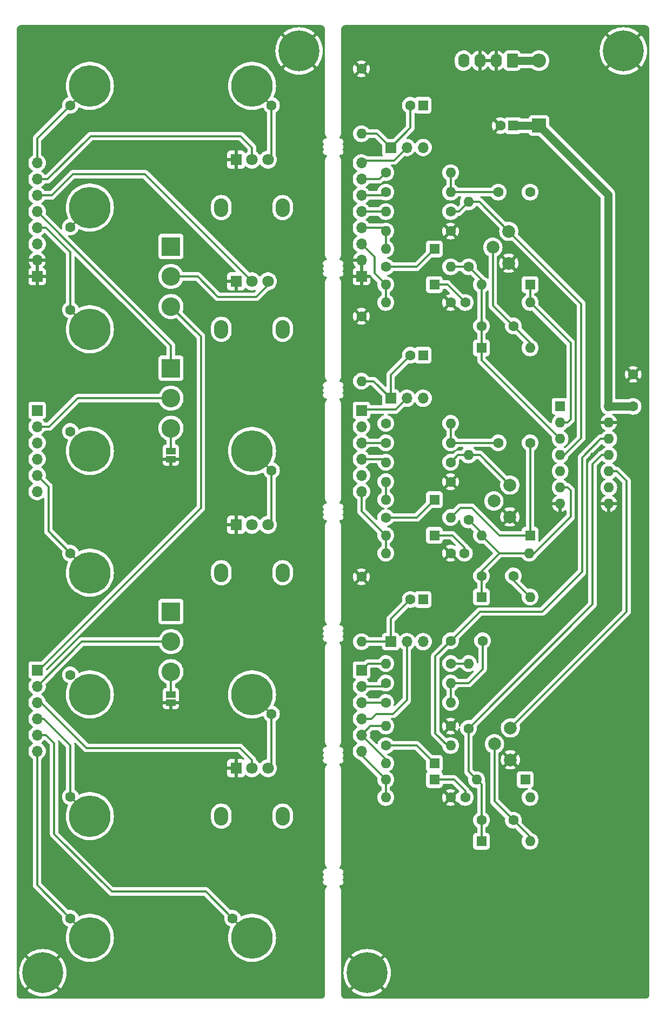
<source format=gtl>
%TF.GenerationSoftware,KiCad,Pcbnew,7.0.2-0*%
%TF.CreationDate,2023-10-09T21:37:38+01:00*%
%TF.ProjectId,serge-r5-triple-wave-shaper,73657267-652d-4723-952d-747269706c65,r02*%
%TF.SameCoordinates,Original*%
%TF.FileFunction,Copper,L1,Top*%
%TF.FilePolarity,Positive*%
%FSLAX46Y46*%
G04 Gerber Fmt 4.6, Leading zero omitted, Abs format (unit mm)*
G04 Created by KiCad (PCBNEW 7.0.2-0) date 2023-10-09 21:37:38*
%MOMM*%
%LPD*%
G01*
G04 APERTURE LIST*
G04 Aperture macros list*
%AMRoundRect*
0 Rectangle with rounded corners*
0 $1 Rounding radius*
0 $2 $3 $4 $5 $6 $7 $8 $9 X,Y pos of 4 corners*
0 Add a 4 corners polygon primitive as box body*
4,1,4,$2,$3,$4,$5,$6,$7,$8,$9,$2,$3,0*
0 Add four circle primitives for the rounded corners*
1,1,$1+$1,$2,$3*
1,1,$1+$1,$4,$5*
1,1,$1+$1,$6,$7*
1,1,$1+$1,$8,$9*
0 Add four rect primitives between the rounded corners*
20,1,$1+$1,$2,$3,$4,$5,0*
20,1,$1+$1,$4,$5,$6,$7,0*
20,1,$1+$1,$6,$7,$8,$9,0*
20,1,$1+$1,$8,$9,$2,$3,0*%
G04 Aperture macros list end*
%TA.AperFunction,ComponentPad*%
%ADD10R,2.200000X2.200000*%
%TD*%
%TA.AperFunction,ComponentPad*%
%ADD11O,2.200000X2.200000*%
%TD*%
%TA.AperFunction,ComponentPad*%
%ADD12C,1.600000*%
%TD*%
%TA.AperFunction,ComponentPad*%
%ADD13O,1.600000X1.600000*%
%TD*%
%TA.AperFunction,ComponentPad*%
%ADD14C,2.000000*%
%TD*%
%TA.AperFunction,ComponentPad*%
%ADD15C,6.400000*%
%TD*%
%TA.AperFunction,ComponentPad*%
%ADD16R,1.600000X1.600000*%
%TD*%
%TA.AperFunction,ComponentPad*%
%ADD17R,1.700000X1.700000*%
%TD*%
%TA.AperFunction,ComponentPad*%
%ADD18O,1.700000X1.700000*%
%TD*%
%TA.AperFunction,SMDPad,CuDef*%
%ADD19R,1.500000X1.000000*%
%TD*%
%TA.AperFunction,ComponentPad*%
%ADD20RoundRect,0.250000X0.620000X0.845000X-0.620000X0.845000X-0.620000X-0.845000X0.620000X-0.845000X0*%
%TD*%
%TA.AperFunction,ComponentPad*%
%ADD21O,1.740000X2.190000*%
%TD*%
%TA.AperFunction,ComponentPad*%
%ADD22C,6.500000*%
%TD*%
%TA.AperFunction,ComponentPad*%
%ADD23O,2.200000X2.900000*%
%TD*%
%TA.AperFunction,ComponentPad*%
%ADD24R,1.800000X1.800000*%
%TD*%
%TA.AperFunction,ComponentPad*%
%ADD25C,1.800000*%
%TD*%
%TA.AperFunction,ComponentPad*%
%ADD26R,2.921000X2.921000*%
%TD*%
%TA.AperFunction,ComponentPad*%
%ADD27C,2.921000*%
%TD*%
%TA.AperFunction,ViaPad*%
%ADD28C,0.762000*%
%TD*%
%TA.AperFunction,Conductor*%
%ADD29C,0.304800*%
%TD*%
%TA.AperFunction,Conductor*%
%ADD30C,1.270000*%
%TD*%
G04 APERTURE END LIST*
D10*
%TO.P,D13,1,K*%
%TO.N,+12V*%
X107188000Y-46228000D03*
D11*
%TO.P,D13,2,A*%
%TO.N,Net-(D13-A)*%
X107188000Y-36068000D03*
%TD*%
D12*
%TO.P,R16,1*%
%TO.N,GND*%
X79375000Y-37338000D03*
D13*
%TO.P,R16,2*%
%TO.N,Net-(JP1-A)*%
X79375000Y-47498000D03*
%TD*%
D14*
%TO.P,RV7,1,1*%
%TO.N,GND*%
X102616000Y-107489000D03*
%TO.P,RV7,2,2*%
%TO.N,Net-(D12-A)*%
X100116000Y-104989000D03*
%TO.P,RV7,3,3*%
%TO.N,Net-(R25-Pad2)*%
X102616000Y-102489000D03*
%TD*%
D12*
%TO.P,R23,1*%
%TO.N,Net-(D10-K)*%
X83185000Y-107569000D03*
D13*
%TO.P,R23,2*%
%TO.N,Net-(D11-K)*%
X93345000Y-107569000D03*
%TD*%
D12*
%TO.P,R13,1*%
%TO.N,Net-(D5-A)*%
X96139000Y-68326000D03*
D13*
%TO.P,R13,2*%
%TO.N,Net-(R13-Pad2)*%
X96139000Y-58166000D03*
%TD*%
D15*
%TO.P,H1,1,1*%
%TO.N,GND*%
X120396000Y-34544000D03*
%TD*%
D12*
%TO.P,R1,1*%
%TO.N,GND*%
X93345000Y-62738000D03*
D13*
%TO.P,R1,2*%
%TO.N,Net-(D1-A)*%
X83185000Y-62738000D03*
%TD*%
D16*
%TO.P,D8,1,K*%
%TO.N,Net-(D7-A)*%
X98171000Y-158242000D03*
D13*
%TO.P,D8,2,A*%
%TO.N,Net-(D8-A)*%
X105791000Y-158242000D03*
%TD*%
D12*
%TO.P,R10,1*%
%TO.N,Net-(J12-Pin_3)*%
X83185000Y-136525000D03*
D13*
%TO.P,R10,2*%
%TO.N,Net-(C2-Pad1)*%
X93345000Y-136525000D03*
%TD*%
D17*
%TO.P,J20,1,Pin_1*%
%TO.N,GND*%
X79375000Y-69850000D03*
D18*
%TO.P,J20,2,Pin_2*%
X79375000Y-67310000D03*
%TO.P,J20,3,Pin_3*%
%TO.N,Net-(D2-A)*%
X79375000Y-64770000D03*
%TO.P,J20,4,Pin_4*%
%TO.N,Net-(D1-A)*%
X79375000Y-62230000D03*
%TO.P,J20,5,Pin_5*%
%TO.N,Net-(J20-Pin_5)*%
X79375000Y-59690000D03*
%TO.P,J20,6,Pin_6*%
%TO.N,Net-(J20-Pin_6)*%
X79375000Y-57150000D03*
%TO.P,J20,7,Pin_7*%
%TO.N,Net-(J20-Pin_7)*%
X79375000Y-54610000D03*
%TO.P,J20,8,Pin_8*%
%TO.N,Net-(J20-Pin_8)*%
X79375000Y-52070000D03*
%TD*%
D12*
%TO.P,R27,1*%
%TO.N,GND*%
X79375000Y-76073000D03*
D13*
%TO.P,R27,2*%
%TO.N,Net-(JP3-A)*%
X79375000Y-86233000D03*
%TD*%
D12*
%TO.P,R21,1*%
%TO.N,Net-(J18-Pin_2)*%
X83185000Y-92837000D03*
D13*
%TO.P,R21,2*%
%TO.N,Net-(C7-Pad1)*%
X93345000Y-92837000D03*
%TD*%
D16*
%TO.P,D2,1,K*%
%TO.N,Net-(D2-K)*%
X90805000Y-71120000D03*
D13*
%TO.P,D2,2,A*%
%TO.N,Net-(D2-A)*%
X83185000Y-71120000D03*
%TD*%
D17*
%TO.P,J21,1,Pin_1*%
%TO.N,GND*%
X28575000Y-69850000D03*
D18*
%TO.P,J21,2,Pin_2*%
X28575000Y-67310000D03*
%TO.P,J21,3,Pin_3*%
%TO.N,Net-(J21-Pin_3)*%
X28575000Y-64770000D03*
%TO.P,J21,4,Pin_4*%
%TO.N,Net-(J21-Pin_4)*%
X28575000Y-62230000D03*
%TO.P,J21,5,Pin_5*%
%TO.N,Net-(J21-Pin_5)*%
X28575000Y-59690000D03*
%TO.P,J21,6,Pin_6*%
%TO.N,Net-(J21-Pin_6)*%
X28575000Y-57150000D03*
%TO.P,J21,7,Pin_7*%
%TO.N,Net-(J21-Pin_7)*%
X28575000Y-54610000D03*
%TO.P,J21,8,Pin_8*%
%TO.N,Net-(J21-Pin_8)*%
X28575000Y-52070000D03*
%TD*%
D15*
%TO.P,H3,1,1*%
%TO.N,GND*%
X29464000Y-178816000D03*
%TD*%
D12*
%TO.P,R11,1*%
%TO.N,Net-(D4-K)*%
X83185000Y-143256000D03*
D13*
%TO.P,R11,2*%
%TO.N,Net-(D7-K)*%
X93345000Y-143256000D03*
%TD*%
D12*
%TO.P,C1,1*%
%TO.N,Net-(C1-Pad1)*%
X100791000Y-56642000D03*
%TO.P,C1,2*%
%TO.N,Net-(D5-K)*%
X105791000Y-56642000D03*
%TD*%
%TO.P,R17,1*%
%TO.N,Net-(R14-Pad2)*%
X93345000Y-130429000D03*
D13*
%TO.P,R17,2*%
%TO.N,Net-(J12-Pin_1)*%
X83185000Y-130429000D03*
%TD*%
D12*
%TO.P,R26,1*%
%TO.N,Net-(R25-Pad2)*%
X93345000Y-98933000D03*
D13*
%TO.P,R26,2*%
%TO.N,Net-(J18-Pin_4)*%
X83185000Y-98933000D03*
%TD*%
D16*
%TO.P,D3,1,K*%
%TO.N,Net-(D3-K)*%
X90805000Y-148590000D03*
D13*
%TO.P,D3,2,A*%
%TO.N,Net-(D3-A)*%
X83185000Y-148590000D03*
%TD*%
D12*
%TO.P,R4,1*%
%TO.N,Net-(J20-Pin_6)*%
X83185000Y-56642000D03*
D13*
%TO.P,R4,2*%
%TO.N,Net-(C1-Pad1)*%
X93345000Y-56642000D03*
%TD*%
D12*
%TO.P,R8,1*%
%TO.N,Net-(D1-K)*%
X83185000Y-68326000D03*
D13*
%TO.P,R8,2*%
%TO.N,Net-(D5-A)*%
X93345000Y-68326000D03*
%TD*%
D12*
%TO.P,R15,1*%
%TO.N,Net-(R13-Pad2)*%
X93345000Y-59690000D03*
D13*
%TO.P,R15,2*%
%TO.N,Net-(J20-Pin_5)*%
X83185000Y-59690000D03*
%TD*%
D12*
%TO.P,C4,1*%
%TO.N,Net-(D7-A)*%
X98171000Y-154940000D03*
%TO.P,C4,2*%
%TO.N,Net-(D8-A)*%
X103171000Y-154940000D03*
%TD*%
D17*
%TO.P,JP3,1,A*%
%TO.N,Net-(JP3-A)*%
X83947000Y-88900000D03*
D18*
%TO.P,JP3,2,C*%
%TO.N,Net-(J18-Pin_1)*%
X86487000Y-88900000D03*
%TO.P,JP3,3,B*%
%TO.N,Net-(J18-Pin_4)*%
X89027000Y-88900000D03*
%TD*%
D16*
%TO.P,D6,1,K*%
%TO.N,Net-(D5-A)*%
X98171000Y-81026000D03*
D13*
%TO.P,D6,2,A*%
%TO.N,Net-(D6-A)*%
X105791000Y-81026000D03*
%TD*%
D17*
%TO.P,J11,1,Pin_1*%
%TO.N,Net-(J11-Pin_1)*%
X28575000Y-131445000D03*
D18*
%TO.P,J11,2,Pin_2*%
%TO.N,Net-(J11-Pin_2)*%
X28575000Y-133985000D03*
%TO.P,J11,3,Pin_3*%
%TO.N,Net-(J11-Pin_3)*%
X28575000Y-136525000D03*
%TO.P,J11,4,Pin_4*%
%TO.N,Net-(J11-Pin_4)*%
X28575000Y-139065000D03*
%TO.P,J11,5,Pin_5*%
%TO.N,Net-(J11-Pin_5)*%
X28575000Y-141605000D03*
%TO.P,J11,6,Pin_6*%
%TO.N,Net-(J11-Pin_6)*%
X28575000Y-144145000D03*
%TD*%
D12*
%TO.P,C9,1*%
%TO.N,Net-(D11-A)*%
X98171000Y-116713000D03*
%TO.P,C9,2*%
%TO.N,Net-(D12-A)*%
X103171000Y-116713000D03*
%TD*%
%TO.P,C3,1*%
%TO.N,Net-(D5-A)*%
X98171000Y-77597000D03*
%TO.P,C3,2*%
%TO.N,Net-(D6-A)*%
X103171000Y-77597000D03*
%TD*%
D19*
%TO.P,JP5,1,A*%
%TO.N,Net-(JP5-A)*%
X49530000Y-135255000D03*
%TO.P,JP5,2,B*%
%TO.N,GND*%
X49530000Y-136555000D03*
%TD*%
D12*
%TO.P,R22,1*%
%TO.N,Net-(J18-Pin_3)*%
X83185000Y-95885000D03*
D13*
%TO.P,R22,2*%
%TO.N,Net-(C7-Pad1)*%
X93345000Y-95885000D03*
%TD*%
D14*
%TO.P,RV5,1,1*%
%TO.N,GND*%
X102703000Y-145502000D03*
%TO.P,RV5,2,2*%
%TO.N,Net-(D8-A)*%
X100203000Y-143002000D03*
%TO.P,RV5,3,3*%
%TO.N,Net-(R14-Pad2)*%
X102703000Y-140502000D03*
%TD*%
D16*
%TO.P,C10,1*%
%TO.N,+12V*%
X103124000Y-46228000D03*
D12*
%TO.P,C10,2*%
%TO.N,GND*%
X101124000Y-46228000D03*
%TD*%
%TO.P,R19,1*%
%TO.N,GND*%
X93345000Y-113157000D03*
D13*
%TO.P,R19,2*%
%TO.N,Net-(D9-A)*%
X83185000Y-113157000D03*
%TD*%
D16*
%TO.P,D7,1,K*%
%TO.N,Net-(D7-K)*%
X105029000Y-148590000D03*
D13*
%TO.P,D7,2,A*%
%TO.N,Net-(D7-A)*%
X97409000Y-148590000D03*
%TD*%
D15*
%TO.P,H4,1,1*%
%TO.N,GND*%
X69596000Y-34544000D03*
%TD*%
D12*
%TO.P,R24,1*%
%TO.N,Net-(D9-K)*%
X95504000Y-113157000D03*
D13*
%TO.P,R24,2*%
%TO.N,Net-(D11-A)*%
X105664000Y-113157000D03*
%TD*%
D12*
%TO.P,R9,1*%
%TO.N,Net-(J12-Pin_2)*%
X83185000Y-133477000D03*
D13*
%TO.P,R9,2*%
%TO.N,Net-(C2-Pad1)*%
X93345000Y-133477000D03*
%TD*%
D16*
%TO.P,D4,1,K*%
%TO.N,Net-(D4-K)*%
X90805000Y-146050000D03*
D13*
%TO.P,D4,2,A*%
%TO.N,Net-(D4-A)*%
X83185000Y-146050000D03*
%TD*%
D16*
%TO.P,C11,1*%
%TO.N,Net-(J18-Pin_4)*%
X89027000Y-82169000D03*
D12*
%TO.P,C11,2*%
%TO.N,Net-(JP3-A)*%
X87027000Y-82169000D03*
%TD*%
D16*
%TO.P,D10,1,K*%
%TO.N,Net-(D10-K)*%
X90805000Y-104775000D03*
D13*
%TO.P,D10,2,A*%
%TO.N,Net-(D10-A)*%
X83185000Y-104775000D03*
%TD*%
D17*
%TO.P,J17,1,Pin_1*%
%TO.N,Net-(J17-Pin_1)*%
X28575000Y-90805000D03*
D18*
%TO.P,J17,2,Pin_2*%
%TO.N,Net-(J17-Pin_2)*%
X28575000Y-93345000D03*
%TO.P,J17,3,Pin_3*%
%TO.N,Net-(J17-Pin_3)*%
X28575000Y-95885000D03*
%TO.P,J17,4,Pin_4*%
%TO.N,Net-(J17-Pin_4)*%
X28575000Y-98425000D03*
%TO.P,J17,5,Pin_5*%
%TO.N,Net-(J17-Pin_5)*%
X28575000Y-100965000D03*
%TO.P,J17,6,Pin_6*%
%TO.N,Net-(J17-Pin_6)*%
X28575000Y-103505000D03*
%TD*%
D17*
%TO.P,JP2,1,A*%
%TO.N,Net-(JP2-A)*%
X83947000Y-127000000D03*
D18*
%TO.P,JP2,2,C*%
%TO.N,Net-(J12-Pin_4)*%
X86487000Y-127000000D03*
%TO.P,JP2,3,B*%
%TO.N,Net-(J12-Pin_1)*%
X89027000Y-127000000D03*
%TD*%
D14*
%TO.P,RV4,1,1*%
%TO.N,GND*%
X102449000Y-67778000D03*
%TO.P,RV4,2,2*%
%TO.N,Net-(D6-A)*%
X99949000Y-65278000D03*
%TO.P,RV4,3,3*%
%TO.N,Net-(R13-Pad2)*%
X102449000Y-62778000D03*
%TD*%
D12*
%TO.P,R18,1*%
%TO.N,GND*%
X79375000Y-116840000D03*
D13*
%TO.P,R18,2*%
%TO.N,Net-(JP2-A)*%
X79375000Y-127000000D03*
%TD*%
D12*
%TO.P,R7,1*%
%TO.N,Net-(D2-K)*%
X95631000Y-73914000D03*
D13*
%TO.P,R7,2*%
%TO.N,Net-(D5-K)*%
X105791000Y-73914000D03*
%TD*%
D16*
%TO.P,U1,1,+*%
%TO.N,Net-(D11-K)*%
X110490000Y-90170000D03*
D13*
%TO.P,U1,2,+*%
%TO.N,Net-(D5-K)*%
X110490000Y-92710000D03*
%TO.P,U1,3,-*%
%TO.N,Net-(D5-A)*%
X110490000Y-95250000D03*
%TO.P,U1,4*%
%TO.N,Net-(R13-Pad2)*%
X110490000Y-97790000D03*
%TO.P,U1,5*%
%TO.N,Net-(R25-Pad2)*%
X110490000Y-100330000D03*
%TO.P,U1,6,-*%
%TO.N,Net-(D11-A)*%
X110490000Y-102870000D03*
%TO.P,U1,7,GND*%
%TO.N,GND*%
X110490000Y-105410000D03*
%TO.P,U1,8,-*%
X118110000Y-105410000D03*
%TO.P,U1,9*%
%TO.N,unconnected-(U1-Pad9)*%
X118110000Y-102870000D03*
%TO.P,U1,10*%
%TO.N,Net-(R14-Pad2)*%
X118110000Y-100330000D03*
%TO.P,U1,11,-*%
%TO.N,Net-(D7-A)*%
X118110000Y-97790000D03*
%TO.P,U1,12,+*%
%TO.N,Net-(D7-K)*%
X118110000Y-95250000D03*
%TO.P,U1,13,+*%
%TO.N,GND*%
X118110000Y-92710000D03*
%TO.P,U1,14,V+*%
%TO.N,+12V*%
X118110000Y-90170000D03*
%TD*%
D12*
%TO.P,R3,1*%
%TO.N,Net-(J20-Pin_7)*%
X83185000Y-53594000D03*
D13*
%TO.P,R3,2*%
%TO.N,Net-(C1-Pad1)*%
X93345000Y-53594000D03*
%TD*%
D12*
%TO.P,R2,1*%
%TO.N,GND*%
X93345000Y-73914000D03*
D13*
%TO.P,R2,2*%
%TO.N,Net-(D2-A)*%
X83185000Y-73914000D03*
%TD*%
D16*
%TO.P,C5,1*%
%TO.N,Net-(J20-Pin_5)*%
X89027000Y-43053000D03*
D12*
%TO.P,C5,2*%
%TO.N,Net-(JP1-A)*%
X87027000Y-43053000D03*
%TD*%
D16*
%TO.P,D1,1,K*%
%TO.N,Net-(D1-K)*%
X90805000Y-65532000D03*
D13*
%TO.P,D1,2,A*%
%TO.N,Net-(D1-A)*%
X83185000Y-65532000D03*
%TD*%
D12*
%TO.P,R14,1*%
%TO.N,Net-(D7-A)*%
X96139000Y-140589000D03*
D13*
%TO.P,R14,2*%
%TO.N,Net-(R14-Pad2)*%
X96139000Y-130429000D03*
%TD*%
D12*
%TO.P,C8,1*%
%TO.N,+12V*%
X121920000Y-90170000D03*
%TO.P,C8,2*%
%TO.N,GND*%
X121920000Y-85170000D03*
%TD*%
%TO.P,C7,1*%
%TO.N,Net-(C7-Pad1)*%
X100791000Y-95885000D03*
%TO.P,C7,2*%
%TO.N,Net-(D11-K)*%
X105791000Y-95885000D03*
%TD*%
%TO.P,R25,1*%
%TO.N,Net-(D11-A)*%
X96139000Y-107950000D03*
D13*
%TO.P,R25,2*%
%TO.N,Net-(R25-Pad2)*%
X96139000Y-97790000D03*
%TD*%
D17*
%TO.P,JP1,1,A*%
%TO.N,Net-(JP1-A)*%
X83947000Y-49657000D03*
D18*
%TO.P,JP1,2,C*%
%TO.N,Net-(J20-Pin_8)*%
X86487000Y-49657000D03*
%TO.P,JP1,3,B*%
%TO.N,Net-(J20-Pin_5)*%
X89027000Y-49657000D03*
%TD*%
D12*
%TO.P,R12,1*%
%TO.N,Net-(D3-K)*%
X95631000Y-151384000D03*
D13*
%TO.P,R12,2*%
%TO.N,Net-(D7-A)*%
X105791000Y-151384000D03*
%TD*%
D16*
%TO.P,D12,1,K*%
%TO.N,Net-(D11-A)*%
X98171000Y-120015000D03*
D13*
%TO.P,D12,2,A*%
%TO.N,Net-(D12-A)*%
X105791000Y-120015000D03*
%TD*%
D15*
%TO.P,H2,1,1*%
%TO.N,GND*%
X80264000Y-178816000D03*
%TD*%
D16*
%TO.P,D5,1,K*%
%TO.N,Net-(D5-K)*%
X105791000Y-71120000D03*
D13*
%TO.P,D5,2,A*%
%TO.N,Net-(D5-A)*%
X98171000Y-71120000D03*
%TD*%
D20*
%TO.P,J9,1,+12V*%
%TO.N,Net-(D13-A)*%
X102997000Y-36068000D03*
D21*
%TO.P,J9,2,GND*%
%TO.N,GND*%
X100457000Y-36068000D03*
%TO.P,J9,3,GND*%
X97917000Y-36068000D03*
%TO.P,J9,4,-12V*%
%TO.N,unconnected-(J9--12V-Pad4)*%
X95377000Y-36068000D03*
%TD*%
D12*
%TO.P,R5,1*%
%TO.N,GND*%
X93345000Y-151384000D03*
D13*
%TO.P,R5,2*%
%TO.N,Net-(D3-A)*%
X83185000Y-151384000D03*
%TD*%
D16*
%TO.P,C6,1*%
%TO.N,Net-(J12-Pin_1)*%
X89027000Y-120396000D03*
D12*
%TO.P,C6,2*%
%TO.N,Net-(JP2-A)*%
X87027000Y-120396000D03*
%TD*%
%TO.P,C2,1*%
%TO.N,Net-(C2-Pad1)*%
X98345000Y-126873000D03*
%TO.P,C2,2*%
%TO.N,Net-(D7-K)*%
X93345000Y-126873000D03*
%TD*%
%TO.P,R20,1*%
%TO.N,GND*%
X93345000Y-101981000D03*
D13*
%TO.P,R20,2*%
%TO.N,Net-(D10-A)*%
X83185000Y-101981000D03*
%TD*%
D19*
%TO.P,JP4,1,A*%
%TO.N,Net-(JP4-A)*%
X49530000Y-97155000D03*
%TO.P,JP4,2,B*%
%TO.N,GND*%
X49530000Y-98455000D03*
%TD*%
D16*
%TO.P,D11,1,K*%
%TO.N,Net-(D11-K)*%
X105791000Y-110363000D03*
D13*
%TO.P,D11,2,A*%
%TO.N,Net-(D11-A)*%
X98171000Y-110363000D03*
%TD*%
D12*
%TO.P,R6,1*%
%TO.N,GND*%
X93345000Y-140208000D03*
D13*
%TO.P,R6,2*%
%TO.N,Net-(D4-A)*%
X83185000Y-140208000D03*
%TD*%
D16*
%TO.P,D9,1,K*%
%TO.N,Net-(D9-K)*%
X90805000Y-110363000D03*
D13*
%TO.P,D9,2,A*%
%TO.N,Net-(D9-A)*%
X83185000Y-110363000D03*
%TD*%
D22*
%TO.P,J6,1*%
%TO.N,Net-(J11-Pin_6)*%
X36830000Y-173355000D03*
D12*
X33782000Y-170307000D03*
%TD*%
D17*
%TO.P,J12,1,Pin_1*%
%TO.N,Net-(J12-Pin_1)*%
X79375000Y-131445000D03*
D18*
%TO.P,J12,2,Pin_2*%
%TO.N,Net-(J12-Pin_2)*%
X79375000Y-133985000D03*
%TO.P,J12,3,Pin_3*%
%TO.N,Net-(J12-Pin_3)*%
X79375000Y-136525000D03*
%TO.P,J12,4,Pin_4*%
%TO.N,Net-(J12-Pin_4)*%
X79375000Y-139065000D03*
%TO.P,J12,5,Pin_5*%
%TO.N,Net-(D4-A)*%
X79375000Y-141605000D03*
%TO.P,J12,6,Pin_6*%
%TO.N,Net-(D3-A)*%
X79375000Y-144145000D03*
%TD*%
D17*
%TO.P,J18,1,Pin_1*%
%TO.N,Net-(J18-Pin_1)*%
X79375000Y-90805000D03*
D18*
%TO.P,J18,2,Pin_2*%
%TO.N,Net-(J18-Pin_2)*%
X79375000Y-93345000D03*
%TO.P,J18,3,Pin_3*%
%TO.N,Net-(J18-Pin_3)*%
X79375000Y-95885000D03*
%TO.P,J18,4,Pin_4*%
%TO.N,Net-(J18-Pin_4)*%
X79375000Y-98425000D03*
%TO.P,J18,5,Pin_5*%
%TO.N,Net-(D10-A)*%
X79375000Y-100965000D03*
%TO.P,J18,6,Pin_6*%
%TO.N,Net-(D9-A)*%
X79375000Y-103505000D03*
%TD*%
D23*
%TO.P,RV6,*%
%TO.N,*%
X57430000Y-116205000D03*
X67030000Y-116205000D03*
D24*
%TO.P,RV6,1,1*%
%TO.N,GND*%
X59730000Y-108705000D03*
D25*
%TO.P,RV6,2,2*%
%TO.N,Net-(J17-Pin_3)*%
X62230000Y-108705000D03*
%TO.P,RV6,3,3*%
%TO.N,Net-(J16-Pad1)*%
X64730000Y-108705000D03*
%TD*%
D22*
%TO.P,J16,1*%
%TO.N,Net-(J16-Pad1)*%
X62230000Y-97155000D03*
D12*
X65278000Y-100203000D03*
%TD*%
D22*
%TO.P,J3,1*%
%TO.N,Net-(J21-Pin_3)*%
X36830000Y-59055000D03*
D12*
X33782000Y-62103000D03*
%TD*%
D26*
%TO.P,SW2,1,A*%
%TO.N,Net-(J17-Pin_4)*%
X49530000Y-122301000D03*
D27*
%TO.P,SW2,2,B*%
%TO.N,Net-(J11-Pin_2)*%
X49530000Y-127000000D03*
%TO.P,SW2,3,C*%
%TO.N,Net-(JP5-A)*%
X49530000Y-131699000D03*
%TD*%
D26*
%TO.P,SW3,1,A*%
%TO.N,Net-(J21-Pin_5)*%
X49530000Y-84201000D03*
D27*
%TO.P,SW3,2,B*%
%TO.N,Net-(J17-Pin_2)*%
X49530000Y-88900000D03*
%TO.P,SW3,3,C*%
%TO.N,Net-(JP4-A)*%
X49530000Y-93599000D03*
%TD*%
D22*
%TO.P,J4,1*%
%TO.N,Net-(J4-Pad1)*%
X62230000Y-40005000D03*
D12*
X65278000Y-43053000D03*
%TD*%
D22*
%TO.P,J15,1*%
%TO.N,Net-(J17-Pin_5)*%
X36830000Y-116205000D03*
D12*
X33782000Y-113157000D03*
%TD*%
D22*
%TO.P,J1,1*%
%TO.N,Net-(J21-Pin_8)*%
X36830000Y-40005000D03*
D12*
X33782000Y-43053000D03*
%TD*%
D22*
%TO.P,J5,1*%
%TO.N,Net-(J11-Pin_4)*%
X36830000Y-154305000D03*
D12*
X33782000Y-151257000D03*
%TD*%
D22*
%TO.P,J13,1*%
%TO.N,Net-(J17-Pin_1)*%
X36830000Y-97155000D03*
D12*
X33782000Y-94107000D03*
%TD*%
D22*
%TO.P,J7,1*%
%TO.N,Net-(J11-Pin_5)*%
X62230000Y-173355000D03*
D12*
X59182000Y-170307000D03*
%TD*%
D23*
%TO.P,RV2,*%
%TO.N,*%
X57430000Y-78105000D03*
X67030000Y-78105000D03*
D24*
%TO.P,RV2,1,1*%
%TO.N,GND*%
X59730000Y-70605000D03*
D25*
%TO.P,RV2,2,2*%
%TO.N,Net-(J21-Pin_6)*%
X62230000Y-70605000D03*
%TO.P,RV2,3,3*%
%TO.N,Net-(SW1-B)*%
X64730000Y-70605000D03*
%TD*%
D26*
%TO.P,SW1,1,A*%
%TO.N,Net-(J17-Pin_4)*%
X49530000Y-65151000D03*
D27*
%TO.P,SW1,2,B*%
%TO.N,Net-(SW1-B)*%
X49530000Y-69850000D03*
%TO.P,SW1,3,C*%
%TO.N,Net-(J11-Pin_1)*%
X49530000Y-74549000D03*
%TD*%
D22*
%TO.P,J14,1*%
%TO.N,Net-(J17-Pin_6)*%
X36830000Y-135255000D03*
D12*
X33782000Y-132207000D03*
%TD*%
D22*
%TO.P,J8,1*%
%TO.N,Net-(J8-Pad1)*%
X62230000Y-135255000D03*
D12*
X65278000Y-138303000D03*
%TD*%
D23*
%TO.P,RV1,*%
%TO.N,*%
X57430000Y-59055000D03*
X67030000Y-59055000D03*
D24*
%TO.P,RV1,1,1*%
%TO.N,GND*%
X59730000Y-51555000D03*
D25*
%TO.P,RV1,2,2*%
%TO.N,Net-(J21-Pin_7)*%
X62230000Y-51555000D03*
%TO.P,RV1,3,3*%
%TO.N,Net-(J4-Pad1)*%
X64730000Y-51555000D03*
%TD*%
D23*
%TO.P,RV3,*%
%TO.N,*%
X57430000Y-154305000D03*
X67030000Y-154305000D03*
D24*
%TO.P,RV3,1,1*%
%TO.N,GND*%
X59730000Y-146805000D03*
D25*
%TO.P,RV3,2,2*%
%TO.N,Net-(J11-Pin_3)*%
X62230000Y-146805000D03*
%TO.P,RV3,3,3*%
%TO.N,Net-(J8-Pad1)*%
X64730000Y-146805000D03*
%TD*%
D22*
%TO.P,J2,1*%
%TO.N,Net-(J21-Pin_4)*%
X36830000Y-78105000D03*
D12*
X33782000Y-75057000D03*
%TD*%
D28*
%TO.N,GND*%
X115570000Y-97790000D03*
X102997000Y-128397000D03*
X112522000Y-94488000D03*
%TD*%
D29*
%TO.N,Net-(C1-Pad1)*%
X93345000Y-56642000D02*
X100791000Y-56642000D01*
X93345000Y-53594000D02*
X93345000Y-56642000D01*
%TO.N,Net-(C2-Pad1)*%
X96139000Y-133477000D02*
X93345000Y-133477000D01*
X93345000Y-136525000D02*
X93345000Y-133477000D01*
X98345000Y-126873000D02*
X98345000Y-131271000D01*
X98345000Y-131271000D02*
X96139000Y-133477000D01*
%TO.N,Net-(D5-K)*%
X112141000Y-80264000D02*
X105791000Y-73914000D01*
X110490000Y-92710000D02*
X111633000Y-92710000D01*
X111633000Y-92710000D02*
X112141000Y-92202000D01*
X112141000Y-92202000D02*
X112141000Y-80264000D01*
X105791000Y-71120000D02*
X105791000Y-73914000D01*
%TO.N,Net-(D7-K)*%
X90932000Y-141351000D02*
X92837000Y-143256000D01*
X107696000Y-122301000D02*
X97917000Y-122301000D01*
X113919000Y-116078000D02*
X107696000Y-122301000D01*
X90932000Y-129286000D02*
X90932000Y-141351000D01*
X93345000Y-126873000D02*
X90932000Y-129286000D01*
X97917000Y-122301000D02*
X93345000Y-126873000D01*
X92837000Y-143256000D02*
X93345000Y-143256000D01*
X113919000Y-98171000D02*
X113919000Y-116078000D01*
X118110000Y-95250000D02*
X116840000Y-95250000D01*
X116840000Y-95250000D02*
X113919000Y-98171000D01*
%TO.N,Net-(D5-A)*%
X98171000Y-71120000D02*
X98171000Y-77597000D01*
X93345000Y-68326000D02*
X96139000Y-68326000D01*
X98171000Y-70358000D02*
X98171000Y-71120000D01*
X98171000Y-82931000D02*
X110490000Y-95250000D01*
X98171000Y-81026000D02*
X98171000Y-82931000D01*
X98171000Y-77597000D02*
X98171000Y-81026000D01*
X96139000Y-68326000D02*
X98171000Y-70358000D01*
%TO.N,Net-(D6-A)*%
X105791000Y-80217000D02*
X105791000Y-81026000D01*
X99949000Y-74375000D02*
X103171000Y-77597000D01*
X103171000Y-77597000D02*
X105791000Y-80217000D01*
X99949000Y-65278000D02*
X99949000Y-74375000D01*
%TO.N,Net-(D7-A)*%
X98171000Y-149352000D02*
X98171000Y-154940000D01*
X116967000Y-97790000D02*
X115570000Y-99187000D01*
X96139000Y-147320000D02*
X97409000Y-148590000D01*
X115570000Y-99187000D02*
X115570000Y-121158000D01*
X97409000Y-148590000D02*
X98171000Y-149352000D01*
X96139000Y-140589000D02*
X96139000Y-147320000D01*
X115570000Y-121158000D02*
X96139000Y-140589000D01*
X118110000Y-97790000D02*
X116967000Y-97790000D01*
X98171000Y-154940000D02*
X98171000Y-158242000D01*
%TO.N,Net-(D8-A)*%
X100203000Y-151972000D02*
X103171000Y-154940000D01*
X100203000Y-143002000D02*
X100203000Y-151972000D01*
X103171000Y-154940000D02*
X105791000Y-157560000D01*
X105791000Y-157560000D02*
X105791000Y-158242000D01*
%TO.N,Net-(JP1-A)*%
X81788000Y-47498000D02*
X83947000Y-49657000D01*
X87027000Y-43053000D02*
X87027000Y-46577000D01*
X87027000Y-46577000D02*
X83947000Y-49657000D01*
X79375000Y-47498000D02*
X81788000Y-47498000D01*
%TO.N,Net-(J12-Pin_2)*%
X82677000Y-133985000D02*
X83185000Y-133477000D01*
X79375000Y-133985000D02*
X82677000Y-133985000D01*
%TO.N,Net-(C7-Pad1)*%
X93345000Y-95885000D02*
X100791000Y-95885000D01*
X93345000Y-92837000D02*
X93345000Y-95885000D01*
%TO.N,Net-(JP2-A)*%
X83947000Y-123476000D02*
X87027000Y-120396000D01*
X83947000Y-127000000D02*
X83947000Y-123476000D01*
X79375000Y-127000000D02*
X83947000Y-127000000D01*
D30*
%TO.N,+12V*%
X107188000Y-46228000D02*
X117983000Y-57023000D01*
X117983000Y-57023000D02*
X117983000Y-90043000D01*
X118110000Y-90170000D02*
X121920000Y-90170000D01*
X117983000Y-90043000D02*
X118110000Y-90170000D01*
X103124000Y-46228000D02*
X107188000Y-46228000D01*
D29*
%TO.N,Net-(D11-K)*%
X96647000Y-106045000D02*
X100965000Y-110363000D01*
X94869000Y-106045000D02*
X96647000Y-106045000D01*
X100965000Y-110363000D02*
X105791000Y-110363000D01*
X93345000Y-107569000D02*
X94869000Y-106045000D01*
X105791000Y-95885000D02*
X105791000Y-110363000D01*
%TO.N,Net-(D11-A)*%
X98171000Y-109982000D02*
X98171000Y-110363000D01*
X112141000Y-103378000D02*
X111633000Y-102870000D01*
X105664000Y-113157000D02*
X106426000Y-113157000D01*
X98171000Y-110363000D02*
X100965000Y-113157000D01*
X98171000Y-116713000D02*
X98171000Y-115951000D01*
X100965000Y-113157000D02*
X105664000Y-113157000D01*
X112141000Y-107442000D02*
X112141000Y-103378000D01*
X98171000Y-115951000D02*
X100965000Y-113157000D01*
X98171000Y-120015000D02*
X98171000Y-116713000D01*
X106426000Y-113157000D02*
X112141000Y-107442000D01*
X111633000Y-102870000D02*
X110490000Y-102870000D01*
X96139000Y-107950000D02*
X98171000Y-109982000D01*
%TO.N,Net-(D12-A)*%
X105791000Y-120015000D02*
X103171000Y-117395000D01*
X103171000Y-117395000D02*
X103171000Y-116713000D01*
%TO.N,Net-(JP3-A)*%
X81280000Y-86233000D02*
X83947000Y-88900000D01*
X83947000Y-85249000D02*
X87027000Y-82169000D01*
X79375000Y-86233000D02*
X81280000Y-86233000D01*
X83947000Y-88900000D02*
X83947000Y-85249000D01*
%TO.N,Net-(D1-K)*%
X83185000Y-68326000D02*
X88011000Y-68326000D01*
X88011000Y-68326000D02*
X90805000Y-65532000D01*
%TO.N,Net-(D1-A)*%
X79375000Y-62230000D02*
X82677000Y-62230000D01*
X83185000Y-62738000D02*
X83185000Y-65532000D01*
X82677000Y-62230000D02*
X83185000Y-62738000D01*
%TO.N,Net-(D2-K)*%
X92837000Y-71120000D02*
X95631000Y-73914000D01*
X90805000Y-71120000D02*
X92837000Y-71120000D01*
%TO.N,Net-(D2-A)*%
X79375000Y-64770000D02*
X81407000Y-66802000D01*
X81407000Y-69342000D02*
X83185000Y-71120000D01*
X81407000Y-66802000D02*
X81407000Y-69342000D01*
X83185000Y-73914000D02*
X83185000Y-71120000D01*
%TO.N,Net-(D3-K)*%
X93853000Y-148590000D02*
X95631000Y-150368000D01*
X90805000Y-148590000D02*
X93853000Y-148590000D01*
X95631000Y-150368000D02*
X95631000Y-151384000D01*
%TO.N,Net-(D3-A)*%
X83185000Y-148590000D02*
X79375000Y-144780000D01*
X79375000Y-144780000D02*
X79375000Y-144145000D01*
X83185000Y-151384000D02*
X83185000Y-148590000D01*
%TO.N,Net-(D4-K)*%
X83185000Y-143256000D02*
X88011000Y-143256000D01*
X88011000Y-143256000D02*
X90805000Y-146050000D01*
%TO.N,Net-(D4-A)*%
X79375000Y-141605000D02*
X80772000Y-140208000D01*
X80772000Y-140208000D02*
X83185000Y-140208000D01*
X79375000Y-141605000D02*
X83185000Y-145415000D01*
X83185000Y-145415000D02*
X83185000Y-146050000D01*
%TO.N,Net-(D9-K)*%
X95504000Y-112268000D02*
X95504000Y-113157000D01*
X90805000Y-110363000D02*
X93599000Y-110363000D01*
X93599000Y-110363000D02*
X95504000Y-112268000D01*
%TO.N,Net-(D9-A)*%
X79375000Y-103505000D02*
X79375000Y-106553000D01*
X83185000Y-113157000D02*
X83185000Y-110363000D01*
X79375000Y-106553000D02*
X83185000Y-110363000D01*
%TO.N,Net-(J4-Pad1)*%
X65278000Y-51007000D02*
X64730000Y-51555000D01*
X65278000Y-43053000D02*
X65278000Y-51007000D01*
X62230000Y-40005000D02*
X65278000Y-43053000D01*
%TO.N,Net-(J8-Pad1)*%
X65278000Y-146257000D02*
X64730000Y-146805000D01*
X65278000Y-138303000D02*
X65278000Y-146257000D01*
X62230000Y-135255000D02*
X65278000Y-138303000D01*
%TO.N,Net-(D10-K)*%
X83185000Y-107569000D02*
X88011000Y-107569000D01*
X88011000Y-107569000D02*
X90805000Y-104775000D01*
%TO.N,Net-(D10-A)*%
X83185000Y-104775000D02*
X83185000Y-101981000D01*
%TO.N,Net-(J16-Pad1)*%
X65278000Y-100203000D02*
X65278000Y-108157000D01*
X62230000Y-97155000D02*
X65278000Y-100203000D01*
X65278000Y-108157000D02*
X64730000Y-108705000D01*
%TO.N,Net-(R13-Pad2)*%
X102449000Y-62778000D02*
X113792000Y-74121000D01*
X96139000Y-58166000D02*
X97837000Y-58166000D01*
X113792000Y-95123000D02*
X111125000Y-97790000D01*
X94615000Y-59690000D02*
X96139000Y-58166000D01*
X111125000Y-97790000D02*
X110490000Y-97790000D01*
X93345000Y-59690000D02*
X94615000Y-59690000D01*
X113792000Y-74121000D02*
X113792000Y-95123000D01*
X97837000Y-58166000D02*
X102449000Y-62778000D01*
%TO.N,Net-(R14-Pad2)*%
X93345000Y-130429000D02*
X96139000Y-130429000D01*
X119380000Y-100330000D02*
X120904000Y-101854000D01*
X120904000Y-101854000D02*
X120904000Y-122301000D01*
X120904000Y-122301000D02*
X102703000Y-140502000D01*
X118110000Y-100330000D02*
X119380000Y-100330000D01*
%TO.N,Net-(R25-Pad2)*%
X94488000Y-97790000D02*
X96139000Y-97790000D01*
X93345000Y-98933000D02*
X94488000Y-97790000D01*
X96139000Y-97790000D02*
X97917000Y-97790000D01*
X97917000Y-97790000D02*
X102616000Y-102489000D01*
%TO.N,Net-(J11-Pin_1)*%
X28829000Y-131445000D02*
X28575000Y-131445000D01*
X54229000Y-79248000D02*
X54229000Y-106045000D01*
X54229000Y-106045000D02*
X28829000Y-131445000D01*
X49530000Y-74549000D02*
X54229000Y-79248000D01*
%TO.N,Net-(J11-Pin_6)*%
X28575000Y-144145000D02*
X28575000Y-165100000D01*
X28575000Y-165100000D02*
X33782000Y-170307000D01*
X33782000Y-170307000D02*
X36830000Y-173355000D01*
%TO.N,Net-(J11-Pin_4)*%
X28575000Y-139065000D02*
X29591000Y-139065000D01*
X33782000Y-143256000D02*
X33782000Y-151257000D01*
X29591000Y-139065000D02*
X33782000Y-143256000D01*
X33782000Y-151257000D02*
X36830000Y-154305000D01*
%TO.N,Net-(J11-Pin_5)*%
X31242000Y-157099000D02*
X31242000Y-142875000D01*
X59182000Y-170307000D02*
X54991000Y-166116000D01*
X40259000Y-166116000D02*
X31242000Y-157099000D01*
X31242000Y-142875000D02*
X29972000Y-141605000D01*
X59182000Y-170307000D02*
X62230000Y-173355000D01*
X29972000Y-141605000D02*
X28575000Y-141605000D01*
X54991000Y-166116000D02*
X40259000Y-166116000D01*
%TO.N,Net-(J11-Pin_3)*%
X62230000Y-146805000D02*
X62230000Y-145542000D01*
X29210000Y-136525000D02*
X28575000Y-136525000D01*
X62230000Y-145542000D02*
X60325000Y-143637000D01*
X36322000Y-143637000D02*
X29210000Y-136525000D01*
X60325000Y-143637000D02*
X36322000Y-143637000D01*
%TO.N,Net-(J11-Pin_2)*%
X35560000Y-127000000D02*
X49530000Y-127000000D01*
X28575000Y-133985000D02*
X35560000Y-127000000D01*
%TO.N,Net-(J12-Pin_1)*%
X83185000Y-130429000D02*
X80391000Y-130429000D01*
X80391000Y-130429000D02*
X79375000Y-131445000D01*
%TO.N,Net-(J12-Pin_3)*%
X79375000Y-136525000D02*
X83185000Y-136525000D01*
%TO.N,Net-(J17-Pin_5)*%
X33782000Y-113157000D02*
X36830000Y-116205000D01*
X28575000Y-100965000D02*
X30353000Y-102743000D01*
X30353000Y-109728000D02*
X33782000Y-113157000D01*
X30353000Y-102743000D02*
X30353000Y-109728000D01*
%TO.N,Net-(J17-Pin_2)*%
X34925000Y-88900000D02*
X49530000Y-88900000D01*
X28575000Y-93345000D02*
X30480000Y-93345000D01*
X30480000Y-93345000D02*
X34925000Y-88900000D01*
%TO.N,Net-(J18-Pin_1)*%
X79502000Y-90678000D02*
X84709000Y-90678000D01*
X79375000Y-90805000D02*
X79502000Y-90678000D01*
X84709000Y-90678000D02*
X86487000Y-88900000D01*
%TO.N,Net-(J18-Pin_3)*%
X79375000Y-95885000D02*
X83185000Y-95885000D01*
%TO.N,Net-(J18-Pin_4)*%
X82677000Y-98425000D02*
X83185000Y-98933000D01*
X79375000Y-98425000D02*
X82677000Y-98425000D01*
%TO.N,Net-(SW1-B)*%
X64730000Y-71160000D02*
X64730000Y-70605000D01*
X49530000Y-69850000D02*
X53721000Y-69850000D01*
X62865000Y-73025000D02*
X64730000Y-71160000D01*
X53721000Y-69850000D02*
X56896000Y-73025000D01*
X56896000Y-73025000D02*
X62865000Y-73025000D01*
%TO.N,Net-(J12-Pin_4)*%
X79375000Y-139065000D02*
X80899000Y-139065000D01*
X84328000Y-138303000D02*
X86487000Y-136144000D01*
X81661000Y-138303000D02*
X84328000Y-138303000D01*
X86487000Y-136144000D02*
X86487000Y-127000000D01*
X80899000Y-139065000D02*
X81661000Y-138303000D01*
%TO.N,Net-(JP5-A)*%
X49530000Y-131699000D02*
X49530000Y-135255000D01*
%TO.N,Net-(JP4-A)*%
X49530000Y-93599000D02*
X49530000Y-97155000D01*
D30*
%TO.N,Net-(D13-A)*%
X102997000Y-36068000D02*
X107188000Y-36068000D01*
D29*
%TO.N,Net-(J21-Pin_6)*%
X34163000Y-53848000D02*
X45473000Y-53848000D01*
X28575000Y-57150000D02*
X30861000Y-57150000D01*
X45473000Y-53848000D02*
X62230000Y-70605000D01*
X30861000Y-57150000D02*
X34163000Y-53848000D01*
%TO.N,Net-(J20-Pin_5)*%
X79375000Y-59690000D02*
X83185000Y-59690000D01*
%TO.N,Net-(J20-Pin_6)*%
X79375000Y-57150000D02*
X82677000Y-57150000D01*
X82677000Y-57150000D02*
X83185000Y-56642000D01*
%TO.N,Net-(J21-Pin_3)*%
X33782000Y-62103000D02*
X36830000Y-59055000D01*
%TO.N,Net-(J21-Pin_4)*%
X28575000Y-62230000D02*
X29972000Y-62230000D01*
X33782000Y-75057000D02*
X36830000Y-78105000D01*
X29972000Y-62230000D02*
X33782000Y-66040000D01*
X33782000Y-66040000D02*
X33782000Y-75057000D01*
%TO.N,Net-(J21-Pin_5)*%
X49530000Y-84201000D02*
X49530000Y-80645000D01*
X49530000Y-80645000D02*
X28575000Y-59690000D01*
%TO.N,Net-(J21-Pin_8)*%
X28575000Y-48260000D02*
X33782000Y-43053000D01*
X33782000Y-43053000D02*
X36830000Y-40005000D01*
X28575000Y-52070000D02*
X28575000Y-48260000D01*
%TO.N,Net-(J20-Pin_8)*%
X79375000Y-52070000D02*
X79756000Y-51689000D01*
X84455000Y-51689000D02*
X86487000Y-49657000D01*
X79756000Y-51689000D02*
X84455000Y-51689000D01*
%TO.N,Net-(J20-Pin_7)*%
X79375000Y-54610000D02*
X82169000Y-54610000D01*
X82169000Y-54610000D02*
X83185000Y-53594000D01*
%TO.N,Net-(J21-Pin_7)*%
X62230000Y-49657000D02*
X62230000Y-51555000D01*
X28575000Y-54610000D02*
X30226000Y-54610000D01*
X30226000Y-54610000D02*
X36957000Y-47879000D01*
X60452000Y-47879000D02*
X62230000Y-49657000D01*
X36957000Y-47879000D02*
X60452000Y-47879000D01*
%TD*%
%TA.AperFunction,Conductor*%
%TO.N,GND*%
G36*
X28825000Y-69414498D02*
G01*
X28717315Y-69365320D01*
X28610763Y-69350000D01*
X28539237Y-69350000D01*
X28432685Y-69365320D01*
X28325000Y-69414498D01*
X28325000Y-67745501D01*
X28432685Y-67794680D01*
X28539237Y-67810000D01*
X28610763Y-67810000D01*
X28717315Y-67794680D01*
X28825000Y-67745501D01*
X28825000Y-69414498D01*
G37*
%TD.AperFunction*%
%TA.AperFunction,Conductor*%
G36*
X73031922Y-30504393D02*
G01*
X73051354Y-30506583D01*
X73163527Y-30521351D01*
X73188229Y-30527234D01*
X73230816Y-30542137D01*
X73237273Y-30544602D01*
X73310519Y-30574942D01*
X73329037Y-30584509D01*
X73371967Y-30611484D01*
X73381476Y-30618098D01*
X73440272Y-30663215D01*
X73452466Y-30673910D01*
X73489200Y-30710645D01*
X73499894Y-30722839D01*
X73545004Y-30781628D01*
X73551623Y-30791144D01*
X73578597Y-30834075D01*
X73588164Y-30852594D01*
X73618498Y-30925830D01*
X73620978Y-30932329D01*
X73635861Y-30974865D01*
X73641757Y-30999623D01*
X73656449Y-31111158D01*
X73658741Y-31131507D01*
X73659500Y-31145054D01*
X73659500Y-47239014D01*
X73659321Y-47239620D01*
X73659500Y-47243701D01*
X73659500Y-47349276D01*
X73676988Y-47454079D01*
X73676794Y-47455678D01*
X73678792Y-47464889D01*
X73694156Y-47556961D01*
X73730705Y-47663424D01*
X73730821Y-47665995D01*
X73730961Y-47666296D01*
X73735858Y-47678433D01*
X73752217Y-47726084D01*
X73762523Y-47756103D01*
X73816685Y-47856185D01*
X73819120Y-47860685D01*
X73819908Y-47864377D01*
X73821143Y-47866140D01*
X73828622Y-47878244D01*
X73862735Y-47941280D01*
X73931273Y-48029338D01*
X73956915Y-48094332D01*
X73943348Y-48162872D01*
X73894880Y-48213197D01*
X73833419Y-48229500D01*
X73794201Y-48229500D01*
X73687542Y-48244834D01*
X73556625Y-48304623D01*
X73447858Y-48398870D01*
X73428100Y-48429615D01*
X73370047Y-48519947D01*
X73329500Y-48658039D01*
X73329500Y-48801961D01*
X73334718Y-48819732D01*
X73370047Y-48940054D01*
X73449034Y-49062962D01*
X73468718Y-49130001D01*
X73449034Y-49197038D01*
X73370047Y-49319945D01*
X73329500Y-49458039D01*
X73329500Y-49601960D01*
X73370047Y-49740054D01*
X73449034Y-49862962D01*
X73468718Y-49930001D01*
X73449034Y-49997038D01*
X73370047Y-50119945D01*
X73350969Y-50184920D01*
X73329500Y-50258039D01*
X73329500Y-50401961D01*
X73370047Y-50540053D01*
X73447071Y-50659905D01*
X73447858Y-50661129D01*
X73556625Y-50755376D01*
X73556626Y-50755376D01*
X73556627Y-50755377D01*
X73577497Y-50764908D01*
X73687542Y-50815165D01*
X73794201Y-50830500D01*
X73833419Y-50830500D01*
X73900458Y-50850185D01*
X73946213Y-50902989D01*
X73956157Y-50972147D01*
X73931273Y-51030662D01*
X73862735Y-51118719D01*
X73828625Y-51181750D01*
X73821147Y-51193852D01*
X73820854Y-51194270D01*
X73819120Y-51199313D01*
X73762523Y-51303895D01*
X73735859Y-51381563D01*
X73731330Y-51392785D01*
X73730706Y-51396573D01*
X73694155Y-51503041D01*
X73678792Y-51595108D01*
X73676977Y-51603472D01*
X73676988Y-51605919D01*
X73659500Y-51710722D01*
X73659500Y-51816297D01*
X73659336Y-51820044D01*
X73659500Y-51820984D01*
X73659500Y-66289014D01*
X73659321Y-66289620D01*
X73659500Y-66293701D01*
X73659500Y-66399276D01*
X73676988Y-66504079D01*
X73676794Y-66505678D01*
X73678792Y-66514889D01*
X73694156Y-66606961D01*
X73730705Y-66713424D01*
X73730821Y-66715995D01*
X73730961Y-66716296D01*
X73735858Y-66728433D01*
X73748852Y-66766282D01*
X73762523Y-66806103D01*
X73817730Y-66908116D01*
X73819120Y-66910685D01*
X73819908Y-66914377D01*
X73821143Y-66916140D01*
X73828622Y-66928244D01*
X73862735Y-66991280D01*
X73931273Y-67079338D01*
X73956915Y-67144332D01*
X73943348Y-67212872D01*
X73894880Y-67263197D01*
X73833419Y-67279500D01*
X73794201Y-67279500D01*
X73687542Y-67294834D01*
X73556625Y-67354623D01*
X73447858Y-67448870D01*
X73370047Y-67569947D01*
X73329500Y-67708039D01*
X73329500Y-67851960D01*
X73370047Y-67990054D01*
X73449034Y-68112962D01*
X73468718Y-68180001D01*
X73449034Y-68247038D01*
X73370047Y-68369945D01*
X73329500Y-68508039D01*
X73329500Y-68651960D01*
X73370047Y-68790054D01*
X73449034Y-68912962D01*
X73468718Y-68980001D01*
X73449034Y-69047038D01*
X73370047Y-69169945D01*
X73337656Y-69280261D01*
X73329500Y-69308039D01*
X73329500Y-69451961D01*
X73370047Y-69590053D01*
X73447857Y-69711128D01*
X73447858Y-69711129D01*
X73556625Y-69805376D01*
X73556626Y-69805376D01*
X73556627Y-69805377D01*
X73570034Y-69811500D01*
X73687542Y-69865165D01*
X73794201Y-69880500D01*
X73833419Y-69880500D01*
X73900458Y-69900185D01*
X73946213Y-69952989D01*
X73956157Y-70022147D01*
X73931273Y-70080662D01*
X73862735Y-70168719D01*
X73828625Y-70231750D01*
X73821147Y-70243852D01*
X73820854Y-70244270D01*
X73819120Y-70249313D01*
X73762523Y-70353895D01*
X73735859Y-70431563D01*
X73731330Y-70442785D01*
X73730706Y-70446573D01*
X73694155Y-70553041D01*
X73678792Y-70645108D01*
X73676977Y-70653472D01*
X73676988Y-70655919D01*
X73659500Y-70760722D01*
X73659500Y-70866297D01*
X73659336Y-70870044D01*
X73659500Y-70870984D01*
X73659500Y-85339014D01*
X73659321Y-85339620D01*
X73659500Y-85343701D01*
X73659500Y-85449277D01*
X73676987Y-85554076D01*
X73676793Y-85555673D01*
X73678789Y-85564870D01*
X73694156Y-85656961D01*
X73730705Y-85763424D01*
X73730821Y-85765995D01*
X73730961Y-85766296D01*
X73735858Y-85778433D01*
X73753626Y-85830187D01*
X73762523Y-85856103D01*
X73819120Y-85960685D01*
X73819908Y-85964377D01*
X73821143Y-85966140D01*
X73828622Y-85978244D01*
X73862735Y-86041280D01*
X73931273Y-86129338D01*
X73956915Y-86194332D01*
X73943348Y-86262872D01*
X73894880Y-86313197D01*
X73833419Y-86329500D01*
X73794201Y-86329500D01*
X73687542Y-86344834D01*
X73556625Y-86404623D01*
X73447858Y-86498870D01*
X73370047Y-86619947D01*
X73329500Y-86758039D01*
X73329500Y-86901960D01*
X73370047Y-87040054D01*
X73449034Y-87162960D01*
X73468719Y-87229999D01*
X73449035Y-87297038D01*
X73377643Y-87408128D01*
X73370047Y-87419947D01*
X73329500Y-87558039D01*
X73329500Y-87701961D01*
X73349773Y-87771006D01*
X73370047Y-87840054D01*
X73449034Y-87962960D01*
X73468719Y-88029999D01*
X73449035Y-88097038D01*
X73409578Y-88158435D01*
X73370047Y-88219947D01*
X73329500Y-88358039D01*
X73329500Y-88501961D01*
X73370047Y-88640053D01*
X73447857Y-88761128D01*
X73447858Y-88761129D01*
X73556625Y-88855376D01*
X73556626Y-88855376D01*
X73556627Y-88855377D01*
X73570858Y-88861876D01*
X73687542Y-88915165D01*
X73794201Y-88930500D01*
X73833419Y-88930500D01*
X73900458Y-88950185D01*
X73946213Y-89002989D01*
X73956157Y-89072147D01*
X73931273Y-89130662D01*
X73862735Y-89218719D01*
X73828625Y-89281750D01*
X73821147Y-89293852D01*
X73820854Y-89294270D01*
X73819120Y-89299313D01*
X73762523Y-89403895D01*
X73735859Y-89481563D01*
X73731330Y-89492785D01*
X73730706Y-89496573D01*
X73694155Y-89603041D01*
X73678792Y-89695108D01*
X73676977Y-89703472D01*
X73676988Y-89705919D01*
X73659500Y-89810722D01*
X73659500Y-89916297D01*
X73659336Y-89920044D01*
X73659500Y-89920984D01*
X73659500Y-104389014D01*
X73659321Y-104389620D01*
X73659500Y-104393701D01*
X73659500Y-104394000D01*
X73659500Y-104499277D01*
X73663193Y-104521406D01*
X73676988Y-104604079D01*
X73676794Y-104605678D01*
X73678792Y-104614889D01*
X73694156Y-104706961D01*
X73730705Y-104813424D01*
X73730821Y-104815995D01*
X73730961Y-104816296D01*
X73735858Y-104828433D01*
X73747897Y-104863500D01*
X73762523Y-104906103D01*
X73815008Y-105003087D01*
X73819120Y-105010685D01*
X73819908Y-105014377D01*
X73821143Y-105016140D01*
X73828622Y-105028244D01*
X73862735Y-105091280D01*
X73931273Y-105179338D01*
X73956915Y-105244332D01*
X73943348Y-105312872D01*
X73894880Y-105363197D01*
X73833419Y-105379500D01*
X73794201Y-105379500D01*
X73687542Y-105394834D01*
X73556625Y-105454623D01*
X73447858Y-105548870D01*
X73370047Y-105669947D01*
X73329500Y-105808039D01*
X73329500Y-105951960D01*
X73370047Y-106090054D01*
X73449034Y-106212962D01*
X73468718Y-106280001D01*
X73449034Y-106347038D01*
X73370047Y-106469945D01*
X73329500Y-106608039D01*
X73329500Y-106751960D01*
X73370047Y-106890054D01*
X73449034Y-107012962D01*
X73468718Y-107080001D01*
X73449034Y-107147038D01*
X73370047Y-107269945D01*
X73329499Y-107408038D01*
X73329500Y-107408039D01*
X73329500Y-107551961D01*
X73370047Y-107690053D01*
X73446590Y-107809156D01*
X73447858Y-107811129D01*
X73556625Y-107905376D01*
X73556626Y-107905376D01*
X73556627Y-107905377D01*
X73577497Y-107914908D01*
X73687542Y-107965165D01*
X73794201Y-107980500D01*
X73833419Y-107980500D01*
X73900458Y-108000185D01*
X73946213Y-108052989D01*
X73956157Y-108122147D01*
X73931273Y-108180662D01*
X73862735Y-108268719D01*
X73828625Y-108331750D01*
X73821147Y-108343852D01*
X73820854Y-108344270D01*
X73819120Y-108349313D01*
X73762523Y-108453895D01*
X73735859Y-108531563D01*
X73731330Y-108542785D01*
X73730706Y-108546573D01*
X73694155Y-108653041D01*
X73678792Y-108745108D01*
X73676977Y-108753472D01*
X73676988Y-108755919D01*
X73659500Y-108860722D01*
X73659500Y-108966297D01*
X73659336Y-108970044D01*
X73659500Y-108970984D01*
X73659500Y-123439014D01*
X73659321Y-123439620D01*
X73659500Y-123443701D01*
X73659500Y-123549276D01*
X73676988Y-123654079D01*
X73676794Y-123655678D01*
X73678792Y-123664889D01*
X73694156Y-123756961D01*
X73730705Y-123863424D01*
X73730821Y-123865995D01*
X73730961Y-123866296D01*
X73735858Y-123878433D01*
X73753626Y-123930187D01*
X73762523Y-123956103D01*
X73819120Y-124060685D01*
X73819908Y-124064377D01*
X73821143Y-124066140D01*
X73828622Y-124078244D01*
X73862735Y-124141280D01*
X73931273Y-124229338D01*
X73956915Y-124294332D01*
X73943348Y-124362872D01*
X73894880Y-124413197D01*
X73833419Y-124429500D01*
X73794201Y-124429500D01*
X73687542Y-124444834D01*
X73556625Y-124504623D01*
X73447858Y-124598870D01*
X73370047Y-124719947D01*
X73329500Y-124858039D01*
X73329500Y-125001960D01*
X73370047Y-125140054D01*
X73449034Y-125262962D01*
X73468718Y-125330001D01*
X73449034Y-125397038D01*
X73370047Y-125519945D01*
X73335174Y-125638716D01*
X73329500Y-125658039D01*
X73329500Y-125801961D01*
X73347268Y-125862474D01*
X73370047Y-125940054D01*
X73449034Y-126062962D01*
X73468718Y-126130001D01*
X73449034Y-126197038D01*
X73370047Y-126319945D01*
X73340089Y-126421975D01*
X73329500Y-126458039D01*
X73329500Y-126601961D01*
X73370047Y-126740053D01*
X73447857Y-126861128D01*
X73447858Y-126861129D01*
X73556625Y-126955376D01*
X73687542Y-127015165D01*
X73794201Y-127030500D01*
X73833419Y-127030500D01*
X73900458Y-127050185D01*
X73946213Y-127102989D01*
X73956157Y-127172147D01*
X73931273Y-127230662D01*
X73862735Y-127318719D01*
X73828625Y-127381750D01*
X73821147Y-127393852D01*
X73820854Y-127394270D01*
X73819120Y-127399313D01*
X73762523Y-127503895D01*
X73735859Y-127581563D01*
X73731330Y-127592785D01*
X73730706Y-127596573D01*
X73694155Y-127703041D01*
X73678792Y-127795108D01*
X73676977Y-127803472D01*
X73676988Y-127805919D01*
X73659500Y-127910722D01*
X73659500Y-128016297D01*
X73659336Y-128020044D01*
X73659500Y-128020984D01*
X73659500Y-142489014D01*
X73659321Y-142489620D01*
X73659500Y-142493701D01*
X73659500Y-142494000D01*
X73659500Y-142599277D01*
X73663023Y-142620389D01*
X73676988Y-142704079D01*
X73676794Y-142705678D01*
X73678792Y-142714889D01*
X73694156Y-142806961D01*
X73730705Y-142913424D01*
X73730821Y-142915995D01*
X73730961Y-142916296D01*
X73735858Y-142928433D01*
X73745465Y-142956415D01*
X73762523Y-143006103D01*
X73814483Y-143102117D01*
X73819120Y-143110685D01*
X73819908Y-143114377D01*
X73821143Y-143116140D01*
X73828622Y-143128244D01*
X73862735Y-143191280D01*
X73931273Y-143279338D01*
X73956915Y-143344332D01*
X73943348Y-143412872D01*
X73894880Y-143463197D01*
X73833419Y-143479500D01*
X73794201Y-143479500D01*
X73687542Y-143494834D01*
X73556625Y-143554623D01*
X73447858Y-143648870D01*
X73411628Y-143705246D01*
X73370047Y-143769947D01*
X73329500Y-143908039D01*
X73329500Y-144051961D01*
X73349773Y-144121007D01*
X73370047Y-144190054D01*
X73449034Y-144312962D01*
X73468718Y-144380001D01*
X73449034Y-144447038D01*
X73370047Y-144569945D01*
X73329500Y-144708039D01*
X73329500Y-144851960D01*
X73370047Y-144990054D01*
X73449034Y-145112962D01*
X73468718Y-145180001D01*
X73449034Y-145247038D01*
X73370047Y-145369945D01*
X73346686Y-145449507D01*
X73329500Y-145508039D01*
X73329500Y-145651961D01*
X73370047Y-145790053D01*
X73447857Y-145911128D01*
X73447858Y-145911129D01*
X73556625Y-146005376D01*
X73556626Y-146005376D01*
X73556627Y-146005377D01*
X73569397Y-146011209D01*
X73687542Y-146065165D01*
X73794201Y-146080500D01*
X73833419Y-146080500D01*
X73900458Y-146100185D01*
X73946213Y-146152989D01*
X73956157Y-146222147D01*
X73931273Y-146280662D01*
X73862735Y-146368719D01*
X73828625Y-146431750D01*
X73821147Y-146443852D01*
X73820854Y-146444270D01*
X73819120Y-146449313D01*
X73762523Y-146553895D01*
X73735859Y-146631563D01*
X73731330Y-146642785D01*
X73730706Y-146646573D01*
X73694155Y-146753041D01*
X73678792Y-146845108D01*
X73676977Y-146853472D01*
X73676988Y-146855919D01*
X73659500Y-146960722D01*
X73659500Y-147066283D01*
X73659335Y-147070049D01*
X73659500Y-147070992D01*
X73659500Y-161539014D01*
X73659321Y-161539620D01*
X73659500Y-161543701D01*
X73659500Y-161649276D01*
X73676988Y-161754079D01*
X73676794Y-161755678D01*
X73678792Y-161764889D01*
X73694156Y-161856961D01*
X73730705Y-161963424D01*
X73730821Y-161965995D01*
X73730961Y-161966296D01*
X73735858Y-161978433D01*
X73753626Y-162030187D01*
X73762523Y-162056103D01*
X73819120Y-162160685D01*
X73819908Y-162164377D01*
X73821143Y-162166140D01*
X73828622Y-162178244D01*
X73862735Y-162241280D01*
X73931273Y-162329338D01*
X73956915Y-162394332D01*
X73943348Y-162462872D01*
X73894880Y-162513197D01*
X73833419Y-162529500D01*
X73794201Y-162529500D01*
X73687542Y-162544834D01*
X73556625Y-162604623D01*
X73447858Y-162698870D01*
X73370047Y-162819947D01*
X73329500Y-162958039D01*
X73329500Y-163101960D01*
X73370047Y-163240054D01*
X73449034Y-163362962D01*
X73468718Y-163430001D01*
X73449034Y-163497038D01*
X73370047Y-163619945D01*
X73329500Y-163758039D01*
X73329500Y-163901960D01*
X73370047Y-164040054D01*
X73449034Y-164162962D01*
X73468718Y-164230001D01*
X73449034Y-164297038D01*
X73370047Y-164419945D01*
X73329500Y-164558038D01*
X73329500Y-164558039D01*
X73329500Y-164701961D01*
X73370047Y-164840053D01*
X73447857Y-164961128D01*
X73447858Y-164961129D01*
X73556625Y-165055376D01*
X73687542Y-165115165D01*
X73794201Y-165130500D01*
X73833419Y-165130500D01*
X73900458Y-165150185D01*
X73946213Y-165202989D01*
X73956157Y-165272147D01*
X73931273Y-165330662D01*
X73862735Y-165418719D01*
X73828625Y-165481750D01*
X73821147Y-165493852D01*
X73820854Y-165494270D01*
X73819120Y-165499313D01*
X73762523Y-165603895D01*
X73735859Y-165681563D01*
X73731330Y-165692785D01*
X73730706Y-165696573D01*
X73694155Y-165803041D01*
X73678792Y-165895108D01*
X73676977Y-165903472D01*
X73676988Y-165905919D01*
X73659500Y-166010722D01*
X73659500Y-166116297D01*
X73659336Y-166120044D01*
X73659500Y-166120984D01*
X73659500Y-182261142D01*
X73658720Y-182275033D01*
X73656530Y-182294460D01*
X73648198Y-182357738D01*
X73641763Y-182406613D01*
X73635870Y-182431355D01*
X73620980Y-182473905D01*
X73618499Y-182480403D01*
X73588166Y-182553629D01*
X73578599Y-182572148D01*
X73551625Y-182615075D01*
X73545008Y-182624587D01*
X73499893Y-182683383D01*
X73489197Y-182695579D01*
X73452467Y-182732308D01*
X73440272Y-182743003D01*
X73381476Y-182788117D01*
X73371962Y-182794734D01*
X73329039Y-182821704D01*
X73310521Y-182831271D01*
X73237284Y-182861607D01*
X73230789Y-182864087D01*
X73220119Y-182867820D01*
X73205199Y-182873041D01*
X73164244Y-182880000D01*
X25895712Y-182880000D01*
X25854760Y-182873042D01*
X25829196Y-182864097D01*
X25822716Y-182861623D01*
X25749473Y-182831285D01*
X25730954Y-182821718D01*
X25688031Y-182794748D01*
X25678517Y-182788131D01*
X25619718Y-182743014D01*
X25607523Y-182732319D01*
X25595519Y-182720315D01*
X25570781Y-182695577D01*
X25560096Y-182683394D01*
X25514977Y-182624595D01*
X25508362Y-182615085D01*
X25481386Y-182572154D01*
X25471819Y-182553636D01*
X25441471Y-182480373D01*
X25439003Y-182473905D01*
X25424120Y-182431376D01*
X25418224Y-182406607D01*
X25403382Y-182293823D01*
X25401260Y-182274990D01*
X25400500Y-182261342D01*
X25400500Y-178819243D01*
X25759092Y-178819243D01*
X25779049Y-179200048D01*
X25779726Y-179206491D01*
X25839378Y-179583120D01*
X25840726Y-179589462D01*
X25939422Y-179957802D01*
X25941421Y-179963955D01*
X26078079Y-180319959D01*
X26080716Y-180325883D01*
X26253833Y-180665645D01*
X26257079Y-180671266D01*
X26464757Y-180991061D01*
X26468581Y-180996325D01*
X26675095Y-181251350D01*
X26675096Y-181251350D01*
X28166266Y-179760180D01*
X28329130Y-179950870D01*
X28519819Y-180113733D01*
X27028648Y-181604903D01*
X27028649Y-181604904D01*
X27283674Y-181811418D01*
X27288938Y-181815242D01*
X27608733Y-182022920D01*
X27614354Y-182026166D01*
X27954116Y-182199283D01*
X27960040Y-182201920D01*
X28316044Y-182338578D01*
X28322197Y-182340577D01*
X28690537Y-182439273D01*
X28696879Y-182440621D01*
X29073508Y-182500273D01*
X29079951Y-182500950D01*
X29460756Y-182520908D01*
X29467244Y-182520908D01*
X29848048Y-182500950D01*
X29854491Y-182500273D01*
X30231120Y-182440621D01*
X30237462Y-182439273D01*
X30605802Y-182340577D01*
X30611955Y-182338578D01*
X30967959Y-182201920D01*
X30973883Y-182199283D01*
X31313645Y-182026166D01*
X31319266Y-182022920D01*
X31639061Y-181815242D01*
X31644315Y-181811425D01*
X31899349Y-181604902D01*
X30408180Y-180113733D01*
X30598870Y-179950870D01*
X30761733Y-179760180D01*
X32252902Y-181251349D01*
X32459425Y-180996315D01*
X32463242Y-180991061D01*
X32670920Y-180671266D01*
X32674166Y-180665645D01*
X32847283Y-180325883D01*
X32849920Y-180319959D01*
X32986578Y-179963955D01*
X32988577Y-179957802D01*
X33087273Y-179589462D01*
X33088621Y-179583120D01*
X33148273Y-179206491D01*
X33148950Y-179200048D01*
X33168908Y-178819243D01*
X33168908Y-178812756D01*
X33148950Y-178431951D01*
X33148273Y-178425508D01*
X33088621Y-178048879D01*
X33087273Y-178042537D01*
X32988577Y-177674197D01*
X32986578Y-177668044D01*
X32849920Y-177312040D01*
X32847283Y-177306116D01*
X32674166Y-176966354D01*
X32670920Y-176960733D01*
X32463242Y-176640938D01*
X32459418Y-176635674D01*
X32252904Y-176380649D01*
X32252903Y-176380648D01*
X30761732Y-177871818D01*
X30598870Y-177681130D01*
X30408179Y-177518265D01*
X31899350Y-176027096D01*
X31899350Y-176027095D01*
X31644325Y-175820581D01*
X31639061Y-175816757D01*
X31319266Y-175609079D01*
X31313645Y-175605833D01*
X30973883Y-175432716D01*
X30967959Y-175430079D01*
X30611955Y-175293421D01*
X30605802Y-175291422D01*
X30237462Y-175192726D01*
X30231120Y-175191378D01*
X29854491Y-175131726D01*
X29848048Y-175131049D01*
X29467244Y-175111092D01*
X29460756Y-175111092D01*
X29079951Y-175131049D01*
X29073508Y-175131726D01*
X28696879Y-175191378D01*
X28690537Y-175192726D01*
X28322197Y-175291422D01*
X28316044Y-175293421D01*
X27960040Y-175430079D01*
X27954116Y-175432716D01*
X27614354Y-175605833D01*
X27608733Y-175609079D01*
X27288939Y-175816756D01*
X27283690Y-175820570D01*
X27028648Y-176027096D01*
X28519819Y-177518266D01*
X28329130Y-177681130D01*
X28166266Y-177871819D01*
X26675096Y-176380648D01*
X26468570Y-176635690D01*
X26464756Y-176640939D01*
X26257079Y-176960733D01*
X26253833Y-176966354D01*
X26080716Y-177306116D01*
X26078079Y-177312040D01*
X25941421Y-177668044D01*
X25939422Y-177674197D01*
X25840726Y-178042537D01*
X25839378Y-178048879D01*
X25779726Y-178425508D01*
X25779049Y-178431951D01*
X25759092Y-178812756D01*
X25759092Y-178819243D01*
X25400500Y-178819243D01*
X25400500Y-144144999D01*
X27211843Y-144144999D01*
X27230435Y-144369363D01*
X27230435Y-144369366D01*
X27230436Y-144369368D01*
X27281229Y-144569945D01*
X27285705Y-144587618D01*
X27376138Y-144793788D01*
X27376139Y-144793789D01*
X27376140Y-144793791D01*
X27499278Y-144982268D01*
X27651760Y-145147906D01*
X27829424Y-145286189D01*
X27838018Y-145290840D01*
X27849115Y-145296845D01*
X27898707Y-145346064D01*
X27914099Y-145405900D01*
X27914100Y-165076272D01*
X27913874Y-165083759D01*
X27910459Y-165140199D01*
X27920651Y-165195813D01*
X27921778Y-165203214D01*
X27928592Y-165259327D01*
X27931754Y-165267664D01*
X27937780Y-165289278D01*
X27939389Y-165298060D01*
X27962590Y-165349610D01*
X27965456Y-165356529D01*
X27985505Y-165409393D01*
X27990575Y-165416739D01*
X28001597Y-165436281D01*
X28005260Y-165444419D01*
X28040117Y-165488911D01*
X28044555Y-165494943D01*
X28069841Y-165531575D01*
X28076676Y-165541477D01*
X28118205Y-165578268D01*
X28119005Y-165578977D01*
X28124458Y-165584111D01*
X32465475Y-169925128D01*
X32498960Y-169986451D01*
X32497569Y-170044901D01*
X32488456Y-170078911D01*
X32468501Y-170307000D01*
X32488456Y-170535084D01*
X32547717Y-170756246D01*
X32644474Y-170963744D01*
X32644476Y-170963746D01*
X32644477Y-170963749D01*
X32775802Y-171151300D01*
X32937700Y-171313198D01*
X33125251Y-171444523D01*
X33332757Y-171541284D01*
X33364411Y-171549765D01*
X33424071Y-171586129D01*
X33454601Y-171648976D01*
X33446307Y-171718351D01*
X33443646Y-171724148D01*
X33373047Y-171868074D01*
X33373035Y-171868100D01*
X33371658Y-171870909D01*
X33370567Y-171873853D01*
X33370563Y-171873864D01*
X33240348Y-172225457D01*
X33239259Y-172228398D01*
X33238478Y-172231413D01*
X33238474Y-172231427D01*
X33144493Y-172594406D01*
X33143706Y-172597447D01*
X33143231Y-172600546D01*
X33143229Y-172600557D01*
X33086455Y-172971155D01*
X33085978Y-172974270D01*
X33085819Y-172977405D01*
X33085818Y-172977415D01*
X33066829Y-173351864D01*
X33066670Y-173355000D01*
X33085978Y-173735730D01*
X33143706Y-174112553D01*
X33239259Y-174481602D01*
X33371658Y-174839091D01*
X33373044Y-174841916D01*
X33514870Y-175131049D01*
X33539545Y-175181351D01*
X33541204Y-175184012D01*
X33541207Y-175184018D01*
X33694578Y-175430079D01*
X33741196Y-175504871D01*
X33743119Y-175507355D01*
X33743123Y-175507361D01*
X33821859Y-175609079D01*
X33974543Y-175806330D01*
X33976704Y-175808603D01*
X33976708Y-175808608D01*
X34105866Y-175944481D01*
X34237190Y-176082634D01*
X34526443Y-176330950D01*
X34839334Y-176548728D01*
X34995980Y-176635674D01*
X35169910Y-176732214D01*
X35169915Y-176732216D01*
X35172651Y-176733735D01*
X35522976Y-176884071D01*
X35886712Y-176998194D01*
X35889780Y-176998824D01*
X35889782Y-176998825D01*
X35982590Y-177017897D01*
X36260127Y-177074932D01*
X36639390Y-177113500D01*
X36642532Y-177113500D01*
X37017468Y-177113500D01*
X37020610Y-177113500D01*
X37399873Y-177074932D01*
X37773288Y-176998194D01*
X38137024Y-176884071D01*
X38487349Y-176733735D01*
X38820666Y-176548728D01*
X39133557Y-176330950D01*
X39422810Y-176082634D01*
X39685457Y-175806330D01*
X39918804Y-175504871D01*
X40120455Y-175181351D01*
X40288342Y-174839091D01*
X40420741Y-174481602D01*
X40516294Y-174112553D01*
X40574022Y-173735730D01*
X40593330Y-173355000D01*
X40574022Y-172974270D01*
X40516294Y-172597447D01*
X40420741Y-172228398D01*
X40288342Y-171870909D01*
X40120455Y-171528649D01*
X39918804Y-171205129D01*
X39685457Y-170903670D01*
X39422810Y-170627366D01*
X39133557Y-170379050D01*
X38820666Y-170161272D01*
X38798550Y-170148996D01*
X38490089Y-169977785D01*
X38490076Y-169977778D01*
X38487349Y-169976265D01*
X38484470Y-169975029D01*
X38484467Y-169975028D01*
X38139915Y-169827169D01*
X38139904Y-169827165D01*
X38137024Y-169825929D01*
X38134026Y-169824988D01*
X38134017Y-169824985D01*
X37776284Y-169712746D01*
X37776283Y-169712745D01*
X37773288Y-169711806D01*
X37770233Y-169711178D01*
X37770217Y-169711174D01*
X37402941Y-169635698D01*
X37402931Y-169635696D01*
X37399873Y-169635068D01*
X37354027Y-169630405D01*
X37023733Y-169596817D01*
X37023721Y-169596816D01*
X37020610Y-169596500D01*
X36639390Y-169596500D01*
X36636279Y-169596816D01*
X36636266Y-169596817D01*
X36263244Y-169634751D01*
X36260127Y-169635068D01*
X36257071Y-169635695D01*
X36257058Y-169635698D01*
X35889782Y-169711174D01*
X35889761Y-169711179D01*
X35886712Y-169711806D01*
X35883720Y-169712744D01*
X35883715Y-169712746D01*
X35525982Y-169824985D01*
X35525966Y-169824990D01*
X35522976Y-169825929D01*
X35520101Y-169827162D01*
X35520084Y-169827169D01*
X35192497Y-169967748D01*
X35123128Y-169976096D01*
X35060257Y-169945615D01*
X35023847Y-169885982D01*
X35023822Y-169885890D01*
X35016283Y-169857754D01*
X34919525Y-169650255D01*
X34919524Y-169650254D01*
X34919523Y-169650251D01*
X34788198Y-169462700D01*
X34626300Y-169300802D01*
X34438749Y-169169477D01*
X34438746Y-169169476D01*
X34438744Y-169169474D01*
X34231246Y-169072717D01*
X34231243Y-169072716D01*
X34113248Y-169041099D01*
X34010084Y-169013456D01*
X33782000Y-168993501D01*
X33553911Y-169013456D01*
X33519901Y-169022569D01*
X33450051Y-169020905D01*
X33400128Y-168990475D01*
X29272219Y-164862566D01*
X29238734Y-164801243D01*
X29235900Y-164774885D01*
X29235900Y-145405900D01*
X29255585Y-145338861D01*
X29300882Y-145296846D01*
X29320576Y-145286189D01*
X29498240Y-145147906D01*
X29650722Y-144982268D01*
X29773860Y-144793791D01*
X29864296Y-144587616D01*
X29919564Y-144369368D01*
X29938156Y-144145000D01*
X29919564Y-143920632D01*
X29864296Y-143702384D01*
X29773860Y-143496209D01*
X29650722Y-143307732D01*
X29498240Y-143142094D01*
X29320576Y-143003811D01*
X29284067Y-142984053D01*
X29234478Y-142934836D01*
X29219370Y-142866619D01*
X29243540Y-142801063D01*
X29284067Y-142765946D01*
X29320576Y-142746189D01*
X29498240Y-142607906D01*
X29650722Y-142442268D01*
X29655677Y-142434682D01*
X29708821Y-142389325D01*
X29778052Y-142379900D01*
X29841389Y-142409399D01*
X29847168Y-142414821D01*
X30544780Y-143112434D01*
X30578265Y-143173757D01*
X30581099Y-143200115D01*
X30581100Y-157075272D01*
X30580874Y-157082759D01*
X30577459Y-157139199D01*
X30587651Y-157194813D01*
X30588778Y-157202214D01*
X30595592Y-157258327D01*
X30598754Y-157266664D01*
X30604780Y-157288278D01*
X30606389Y-157297060D01*
X30629590Y-157348610D01*
X30632453Y-157355522D01*
X30648449Y-157397700D01*
X30652505Y-157408393D01*
X30657575Y-157415739D01*
X30668597Y-157435281D01*
X30672260Y-157443419D01*
X30707117Y-157487911D01*
X30711555Y-157493943D01*
X30740798Y-157536308D01*
X30743676Y-157540477D01*
X30785205Y-157577268D01*
X30786005Y-157577977D01*
X30791458Y-157583111D01*
X39774895Y-166566549D01*
X39780029Y-166572002D01*
X39817523Y-166614324D01*
X39864051Y-166646440D01*
X39870073Y-166650870D01*
X39914581Y-166685739D01*
X39922717Y-166689400D01*
X39942264Y-166700426D01*
X39949607Y-166705495D01*
X39949608Y-166705495D01*
X39949609Y-166705496D01*
X40002497Y-166725554D01*
X40009377Y-166728404D01*
X40042782Y-166743438D01*
X40060935Y-166751609D01*
X40069707Y-166753216D01*
X40091330Y-166759242D01*
X40099675Y-166762408D01*
X40155786Y-166769220D01*
X40163184Y-166770347D01*
X40218800Y-166780540D01*
X40218802Y-166780539D01*
X40218803Y-166780540D01*
X40275239Y-166777126D01*
X40282727Y-166776900D01*
X54665885Y-166776900D01*
X54732924Y-166796585D01*
X54753566Y-166813219D01*
X57865475Y-169925128D01*
X57898960Y-169986451D01*
X57897569Y-170044901D01*
X57888456Y-170078911D01*
X57868501Y-170307000D01*
X57888456Y-170535084D01*
X57947717Y-170756246D01*
X58044474Y-170963744D01*
X58044476Y-170963746D01*
X58044477Y-170963749D01*
X58175802Y-171151300D01*
X58337700Y-171313198D01*
X58525251Y-171444523D01*
X58732757Y-171541284D01*
X58764411Y-171549765D01*
X58824071Y-171586129D01*
X58854601Y-171648976D01*
X58846307Y-171718351D01*
X58843646Y-171724148D01*
X58773047Y-171868074D01*
X58773035Y-171868100D01*
X58771658Y-171870909D01*
X58770567Y-171873853D01*
X58770563Y-171873864D01*
X58640348Y-172225457D01*
X58639259Y-172228398D01*
X58638478Y-172231413D01*
X58638474Y-172231427D01*
X58544493Y-172594406D01*
X58543706Y-172597447D01*
X58543231Y-172600546D01*
X58543229Y-172600557D01*
X58486455Y-172971155D01*
X58485978Y-172974270D01*
X58485819Y-172977405D01*
X58485818Y-172977415D01*
X58466829Y-173351864D01*
X58466670Y-173355000D01*
X58485978Y-173735730D01*
X58543706Y-174112553D01*
X58639259Y-174481602D01*
X58771658Y-174839091D01*
X58773044Y-174841916D01*
X58914870Y-175131049D01*
X58939545Y-175181351D01*
X58941204Y-175184012D01*
X58941207Y-175184018D01*
X59094578Y-175430079D01*
X59141196Y-175504871D01*
X59143119Y-175507355D01*
X59143123Y-175507361D01*
X59221859Y-175609079D01*
X59374543Y-175806330D01*
X59376704Y-175808603D01*
X59376708Y-175808608D01*
X59505866Y-175944482D01*
X59637190Y-176082634D01*
X59926443Y-176330950D01*
X60239334Y-176548728D01*
X60395980Y-176635674D01*
X60569910Y-176732214D01*
X60569915Y-176732216D01*
X60572651Y-176733735D01*
X60922976Y-176884071D01*
X61286712Y-176998194D01*
X61289780Y-176998824D01*
X61289782Y-176998825D01*
X61382590Y-177017897D01*
X61660127Y-177074932D01*
X62039390Y-177113500D01*
X62042532Y-177113500D01*
X62417468Y-177113500D01*
X62420610Y-177113500D01*
X62799873Y-177074932D01*
X63173288Y-176998194D01*
X63537024Y-176884071D01*
X63887349Y-176733735D01*
X64220666Y-176548728D01*
X64533557Y-176330950D01*
X64822810Y-176082634D01*
X65085457Y-175806330D01*
X65318804Y-175504871D01*
X65520455Y-175181351D01*
X65688342Y-174839091D01*
X65820741Y-174481602D01*
X65916294Y-174112553D01*
X65974022Y-173735730D01*
X65993330Y-173355000D01*
X65974022Y-172974270D01*
X65916294Y-172597447D01*
X65820741Y-172228398D01*
X65688342Y-171870909D01*
X65520455Y-171528649D01*
X65318804Y-171205129D01*
X65085457Y-170903670D01*
X64822810Y-170627366D01*
X64533557Y-170379050D01*
X64220666Y-170161272D01*
X64198550Y-170148996D01*
X63890089Y-169977785D01*
X63890076Y-169977778D01*
X63887349Y-169976265D01*
X63884470Y-169975029D01*
X63884467Y-169975028D01*
X63539915Y-169827169D01*
X63539904Y-169827165D01*
X63537024Y-169825929D01*
X63534026Y-169824988D01*
X63534017Y-169824985D01*
X63176284Y-169712746D01*
X63176283Y-169712745D01*
X63173288Y-169711806D01*
X63170233Y-169711178D01*
X63170217Y-169711174D01*
X62802941Y-169635698D01*
X62802931Y-169635696D01*
X62799873Y-169635068D01*
X62754027Y-169630405D01*
X62423733Y-169596817D01*
X62423721Y-169596816D01*
X62420610Y-169596500D01*
X62039390Y-169596500D01*
X62036279Y-169596816D01*
X62036266Y-169596817D01*
X61663244Y-169634751D01*
X61660127Y-169635068D01*
X61657071Y-169635695D01*
X61657058Y-169635698D01*
X61289782Y-169711174D01*
X61289761Y-169711179D01*
X61286712Y-169711806D01*
X61283720Y-169712744D01*
X61283715Y-169712746D01*
X60925982Y-169824985D01*
X60925966Y-169824990D01*
X60922976Y-169825929D01*
X60920101Y-169827162D01*
X60920084Y-169827169D01*
X60592497Y-169967748D01*
X60523128Y-169976096D01*
X60460257Y-169945615D01*
X60423847Y-169885982D01*
X60423822Y-169885890D01*
X60416283Y-169857754D01*
X60319525Y-169650255D01*
X60319524Y-169650254D01*
X60319523Y-169650251D01*
X60188198Y-169462700D01*
X60026300Y-169300802D01*
X59838749Y-169169477D01*
X59838746Y-169169476D01*
X59838744Y-169169474D01*
X59631246Y-169072717D01*
X59631243Y-169072716D01*
X59513248Y-169041099D01*
X59410084Y-169013456D01*
X59182000Y-168993501D01*
X58953911Y-169013456D01*
X58919901Y-169022569D01*
X58850051Y-169020905D01*
X58800128Y-168990475D01*
X55475111Y-165665458D01*
X55469977Y-165660005D01*
X55469268Y-165659205D01*
X55432477Y-165617676D01*
X55412512Y-165603895D01*
X55385943Y-165585555D01*
X55379911Y-165581117D01*
X55335419Y-165546260D01*
X55327281Y-165542597D01*
X55307739Y-165531575D01*
X55300393Y-165526505D01*
X55300391Y-165526504D01*
X55247522Y-165506453D01*
X55240618Y-165503593D01*
X55189064Y-165480391D01*
X55189060Y-165480389D01*
X55180278Y-165478780D01*
X55158664Y-165472754D01*
X55150327Y-165469592D01*
X55094214Y-165462778D01*
X55086813Y-165461651D01*
X55031199Y-165451459D01*
X54974760Y-165454874D01*
X54967273Y-165455100D01*
X40584116Y-165455100D01*
X40517077Y-165435415D01*
X40496435Y-165418781D01*
X31939219Y-156861565D01*
X31905734Y-156800242D01*
X31902900Y-156773884D01*
X31902900Y-142898726D01*
X31903126Y-142891239D01*
X31904765Y-142864140D01*
X31906540Y-142834803D01*
X31906539Y-142834802D01*
X31906540Y-142834800D01*
X31896347Y-142779184D01*
X31895219Y-142771775D01*
X31894511Y-142765946D01*
X31888408Y-142715675D01*
X31885242Y-142707330D01*
X31879216Y-142685707D01*
X31877609Y-142676937D01*
X31872914Y-142666505D01*
X31854395Y-142625358D01*
X31851549Y-142618485D01*
X31837490Y-142581416D01*
X31832125Y-142511754D01*
X31865274Y-142450249D01*
X31926413Y-142416429D01*
X31996131Y-142421032D01*
X32041115Y-142449768D01*
X33084781Y-143493434D01*
X33118266Y-143554757D01*
X33121100Y-143581115D01*
X33121099Y-150057832D01*
X33101414Y-150124871D01*
X33068224Y-150159406D01*
X32937698Y-150250803D01*
X32775805Y-150412696D01*
X32644474Y-150600255D01*
X32547717Y-150807753D01*
X32488456Y-151028915D01*
X32468501Y-151257000D01*
X32488456Y-151485084D01*
X32547717Y-151706246D01*
X32644474Y-151913744D01*
X32644476Y-151913746D01*
X32644477Y-151913749D01*
X32775802Y-152101300D01*
X32937700Y-152263198D01*
X33125251Y-152394523D01*
X33125254Y-152394524D01*
X33125255Y-152394525D01*
X33246318Y-152450977D01*
X33332757Y-152491284D01*
X33364411Y-152499765D01*
X33424071Y-152536129D01*
X33454601Y-152598976D01*
X33446307Y-152668351D01*
X33443646Y-152674148D01*
X33373047Y-152818074D01*
X33373035Y-152818100D01*
X33371658Y-152820909D01*
X33370567Y-152823853D01*
X33370563Y-152823864D01*
X33240348Y-153175457D01*
X33239259Y-153178398D01*
X33238478Y-153181413D01*
X33238474Y-153181427D01*
X33167277Y-153456409D01*
X33143706Y-153547447D01*
X33143231Y-153550546D01*
X33143229Y-153550557D01*
X33086455Y-153921155D01*
X33085978Y-153924270D01*
X33085819Y-153927405D01*
X33085818Y-153927415D01*
X33085494Y-153933805D01*
X33066670Y-154305000D01*
X33066829Y-154308135D01*
X33082616Y-154619452D01*
X33085978Y-154685730D01*
X33086454Y-154688842D01*
X33086455Y-154688844D01*
X33119937Y-154907404D01*
X33143706Y-155062553D01*
X33144492Y-155065590D01*
X33144493Y-155065593D01*
X33228291Y-155389243D01*
X33239259Y-155431602D01*
X33240348Y-155434542D01*
X33369883Y-155784300D01*
X33371658Y-155789091D01*
X33373044Y-155791916D01*
X33520544Y-156092616D01*
X33539545Y-156131351D01*
X33541204Y-156134012D01*
X33541207Y-156134018D01*
X33625014Y-156268474D01*
X33741196Y-156454871D01*
X33974543Y-156756330D01*
X33976704Y-156758603D01*
X33976708Y-156758608D01*
X34088810Y-156876539D01*
X34237190Y-157032634D01*
X34526443Y-157280950D01*
X34839334Y-157498728D01*
X34914551Y-157540477D01*
X35169910Y-157682214D01*
X35169915Y-157682216D01*
X35172651Y-157683735D01*
X35522976Y-157834071D01*
X35886712Y-157948194D01*
X35889780Y-157948824D01*
X35889782Y-157948825D01*
X35982590Y-157967897D01*
X36260127Y-158024932D01*
X36639390Y-158063500D01*
X36642532Y-158063500D01*
X37017468Y-158063500D01*
X37020610Y-158063500D01*
X37399873Y-158024932D01*
X37773288Y-157948194D01*
X38137024Y-157834071D01*
X38487349Y-157683735D01*
X38820666Y-157498728D01*
X39133557Y-157280950D01*
X39422810Y-157032634D01*
X39685457Y-156756330D01*
X39918804Y-156454871D01*
X40120455Y-156131351D01*
X40288342Y-155789091D01*
X40420741Y-155431602D01*
X40516294Y-155062553D01*
X40569048Y-154718199D01*
X55821500Y-154718199D01*
X55821690Y-154720618D01*
X55821691Y-154720633D01*
X55836391Y-154907404D01*
X55895494Y-155153590D01*
X55901497Y-155168082D01*
X55992384Y-155387502D01*
X56124672Y-155603376D01*
X56289102Y-155795898D01*
X56481624Y-155960328D01*
X56697498Y-156092616D01*
X56931409Y-156189505D01*
X57177597Y-156248609D01*
X57430000Y-156268474D01*
X57682403Y-156248609D01*
X57928591Y-156189505D01*
X58162502Y-156092616D01*
X58378376Y-155960328D01*
X58570898Y-155795898D01*
X58735328Y-155603376D01*
X58867616Y-155387502D01*
X58964505Y-155153591D01*
X59023609Y-154907403D01*
X59038500Y-154718199D01*
X65421500Y-154718199D01*
X65421690Y-154720618D01*
X65421691Y-154720633D01*
X65436391Y-154907404D01*
X65495494Y-155153590D01*
X65501497Y-155168082D01*
X65592384Y-155387502D01*
X65724672Y-155603376D01*
X65889102Y-155795898D01*
X66081624Y-155960328D01*
X66297498Y-156092616D01*
X66531409Y-156189505D01*
X66777597Y-156248609D01*
X67030000Y-156268474D01*
X67282403Y-156248609D01*
X67528591Y-156189505D01*
X67762502Y-156092616D01*
X67978376Y-155960328D01*
X68170898Y-155795898D01*
X68335328Y-155603376D01*
X68467616Y-155387502D01*
X68564505Y-155153591D01*
X68623609Y-154907403D01*
X68638500Y-154718199D01*
X68638500Y-153891801D01*
X68623609Y-153702597D01*
X68564505Y-153456409D01*
X68467616Y-153222498D01*
X68335328Y-153006624D01*
X68170898Y-152814102D01*
X67978376Y-152649672D01*
X67762502Y-152517384D01*
X67614576Y-152456111D01*
X67528590Y-152420494D01*
X67282404Y-152361391D01*
X67030000Y-152341526D01*
X66777595Y-152361391D01*
X66531409Y-152420494D01*
X66384209Y-152481467D01*
X66305345Y-152514134D01*
X66297496Y-152517385D01*
X66081625Y-152649671D01*
X65889102Y-152814102D01*
X65724671Y-153006625D01*
X65592385Y-153222496D01*
X65495494Y-153456409D01*
X65436391Y-153702595D01*
X65421691Y-153889366D01*
X65421690Y-153889382D01*
X65421500Y-153891801D01*
X65421500Y-154718199D01*
X59038500Y-154718199D01*
X59038500Y-153891801D01*
X59023609Y-153702597D01*
X58964505Y-153456409D01*
X58867616Y-153222498D01*
X58735328Y-153006624D01*
X58570898Y-152814102D01*
X58378376Y-152649672D01*
X58162502Y-152517384D01*
X58014576Y-152456111D01*
X57928590Y-152420494D01*
X57682404Y-152361391D01*
X57430000Y-152341526D01*
X57177595Y-152361391D01*
X56931409Y-152420494D01*
X56784209Y-152481467D01*
X56705345Y-152514134D01*
X56697496Y-152517385D01*
X56481625Y-152649671D01*
X56289102Y-152814102D01*
X56124671Y-153006625D01*
X55992385Y-153222496D01*
X55895494Y-153456409D01*
X55836391Y-153702595D01*
X55821691Y-153889366D01*
X55821690Y-153889382D01*
X55821500Y-153891801D01*
X55821500Y-154718199D01*
X40569048Y-154718199D01*
X40574022Y-154685730D01*
X40593330Y-154305000D01*
X40574022Y-153924270D01*
X40516294Y-153547447D01*
X40420741Y-153178398D01*
X40288342Y-152820909D01*
X40120455Y-152478649D01*
X39918804Y-152155129D01*
X39685457Y-151853670D01*
X39422810Y-151577366D01*
X39133557Y-151329050D01*
X38820666Y-151111272D01*
X38798550Y-151098996D01*
X38490089Y-150927785D01*
X38490076Y-150927778D01*
X38487349Y-150926265D01*
X38484470Y-150925029D01*
X38484467Y-150925028D01*
X38139915Y-150777169D01*
X38139904Y-150777165D01*
X38137024Y-150775929D01*
X38134026Y-150774988D01*
X38134017Y-150774985D01*
X37776284Y-150662746D01*
X37776283Y-150662745D01*
X37773288Y-150661806D01*
X37770233Y-150661178D01*
X37770217Y-150661174D01*
X37402941Y-150585698D01*
X37402931Y-150585696D01*
X37399873Y-150585068D01*
X37354027Y-150580405D01*
X37023733Y-150546817D01*
X37023721Y-150546816D01*
X37020610Y-150546500D01*
X36639390Y-150546500D01*
X36636279Y-150546816D01*
X36636266Y-150546817D01*
X36263244Y-150584751D01*
X36260127Y-150585068D01*
X36257071Y-150585695D01*
X36257058Y-150585698D01*
X35889782Y-150661174D01*
X35889761Y-150661179D01*
X35886712Y-150661806D01*
X35883720Y-150662744D01*
X35883715Y-150662746D01*
X35525982Y-150774985D01*
X35525966Y-150774990D01*
X35522976Y-150775929D01*
X35520101Y-150777162D01*
X35520084Y-150777169D01*
X35192497Y-150917748D01*
X35123128Y-150926096D01*
X35060257Y-150895615D01*
X35023847Y-150835982D01*
X35023822Y-150835890D01*
X35016283Y-150807754D01*
X34919525Y-150600255D01*
X34919524Y-150600254D01*
X34919523Y-150600251D01*
X34788198Y-150412700D01*
X34626300Y-150250802D01*
X34626299Y-150250801D01*
X34495776Y-150159406D01*
X34452151Y-150104829D01*
X34442900Y-150057832D01*
X34442900Y-143279726D01*
X34443126Y-143272239D01*
X34446540Y-143215800D01*
X34436347Y-143160184D01*
X34435219Y-143152775D01*
X34433922Y-143142094D01*
X34428408Y-143096675D01*
X34425242Y-143088330D01*
X34419216Y-143066707D01*
X34417609Y-143057937D01*
X34412914Y-143047505D01*
X34394395Y-143006358D01*
X34391553Y-142999497D01*
X34377490Y-142962416D01*
X34372125Y-142892756D01*
X34405274Y-142831250D01*
X34466412Y-142797430D01*
X34536130Y-142802033D01*
X34581115Y-142830769D01*
X35837895Y-144087549D01*
X35843029Y-144093002D01*
X35880523Y-144135324D01*
X35927057Y-144167444D01*
X35933072Y-144171869D01*
X35977580Y-144206739D01*
X35983385Y-144209351D01*
X35985712Y-144210399D01*
X36005261Y-144221425D01*
X36012604Y-144226493D01*
X36012605Y-144226493D01*
X36012609Y-144226496D01*
X36065497Y-144246553D01*
X36072358Y-144249395D01*
X36123936Y-144272609D01*
X36132707Y-144274216D01*
X36154330Y-144280242D01*
X36162675Y-144283408D01*
X36218786Y-144290220D01*
X36226184Y-144291347D01*
X36281800Y-144301540D01*
X36281802Y-144301539D01*
X36281803Y-144301540D01*
X36338239Y-144298126D01*
X36345727Y-144297900D01*
X59999885Y-144297900D01*
X60066924Y-144317585D01*
X60087566Y-144334219D01*
X61015905Y-145262559D01*
X61049390Y-145323882D01*
X61044406Y-145393574D01*
X61002534Y-145449507D01*
X60937070Y-145473924D01*
X60884891Y-145466422D01*
X60737373Y-145411400D01*
X60681132Y-145405354D01*
X60674518Y-145405000D01*
X59980000Y-145405000D01*
X59980000Y-146369498D01*
X59872315Y-146320320D01*
X59765763Y-146305000D01*
X59694237Y-146305000D01*
X59587685Y-146320320D01*
X59479999Y-146369498D01*
X59480000Y-145405000D01*
X58785482Y-145405000D01*
X58778867Y-145405354D01*
X58722628Y-145411400D01*
X58587910Y-145461647D01*
X58472811Y-145547811D01*
X58386647Y-145662910D01*
X58336400Y-145797628D01*
X58330354Y-145853867D01*
X58330000Y-145860481D01*
X58330000Y-146555000D01*
X59296314Y-146555000D01*
X59270507Y-146595156D01*
X59230000Y-146733111D01*
X59230000Y-146876889D01*
X59270507Y-147014844D01*
X59296314Y-147055000D01*
X58330000Y-147055000D01*
X58330000Y-147749518D01*
X58330354Y-147756132D01*
X58336400Y-147812371D01*
X58386647Y-147947089D01*
X58472811Y-148062188D01*
X58587910Y-148148352D01*
X58722628Y-148198599D01*
X58778867Y-148204645D01*
X58785482Y-148205000D01*
X59479999Y-148205000D01*
X59479999Y-147240501D01*
X59587685Y-147289680D01*
X59694237Y-147305000D01*
X59765763Y-147305000D01*
X59872315Y-147289680D01*
X59980000Y-147240501D01*
X59980000Y-148205000D01*
X60674518Y-148205000D01*
X60681132Y-148204645D01*
X60737371Y-148198599D01*
X60872089Y-148148352D01*
X60987188Y-148062188D01*
X61073352Y-147947088D01*
X61088749Y-147905809D01*
X61130620Y-147849875D01*
X61196084Y-147825458D01*
X61264357Y-147840310D01*
X61281093Y-147851288D01*
X61456983Y-147988190D01*
X61662273Y-148099287D01*
X61717466Y-148118235D01*
X61883046Y-148175080D01*
X62113288Y-148213500D01*
X62346712Y-148213500D01*
X62576953Y-148175080D01*
X62688453Y-148136801D01*
X62797727Y-148099287D01*
X63003017Y-147988190D01*
X63187220Y-147844818D01*
X63345314Y-147673083D01*
X63376192Y-147625820D01*
X63429335Y-147580465D01*
X63498566Y-147571041D01*
X63561902Y-147600542D01*
X63583807Y-147625820D01*
X63590941Y-147636739D01*
X63614686Y-147673083D01*
X63772780Y-147844818D01*
X63956983Y-147988190D01*
X64162273Y-148099287D01*
X64217467Y-148118235D01*
X64383046Y-148175080D01*
X64613288Y-148213500D01*
X64846712Y-148213500D01*
X65076953Y-148175080D01*
X65188453Y-148136801D01*
X65297727Y-148099287D01*
X65503017Y-147988190D01*
X65687220Y-147844818D01*
X65845314Y-147673083D01*
X65972984Y-147477669D01*
X66066749Y-147263907D01*
X66124051Y-147037626D01*
X66143327Y-146805000D01*
X66124051Y-146572374D01*
X66066749Y-146346093D01*
X65972984Y-146132331D01*
X65959091Y-146111067D01*
X65938903Y-146044179D01*
X65938899Y-146043476D01*
X65938899Y-139502165D01*
X65958584Y-139435127D01*
X65991776Y-139400591D01*
X66122300Y-139309198D01*
X66284198Y-139147300D01*
X66415523Y-138959749D01*
X66512284Y-138752243D01*
X66571543Y-138531087D01*
X66591498Y-138303000D01*
X66571543Y-138074913D01*
X66512284Y-137853757D01*
X66434033Y-137685946D01*
X66415525Y-137646255D01*
X66415524Y-137646254D01*
X66415523Y-137646251D01*
X66284198Y-137458700D01*
X66122300Y-137296802D01*
X65934749Y-137165477D01*
X65851969Y-137126876D01*
X65727240Y-137068714D01*
X65695585Y-137060232D01*
X65635925Y-137023866D01*
X65605397Y-136961019D01*
X65613692Y-136891644D01*
X65616353Y-136885848D01*
X65656012Y-136805000D01*
X65688342Y-136739091D01*
X65820741Y-136381602D01*
X65916294Y-136012553D01*
X65974022Y-135635730D01*
X65993330Y-135255000D01*
X65974022Y-134874270D01*
X65916294Y-134497447D01*
X65820741Y-134128398D01*
X65688342Y-133770909D01*
X65520455Y-133428649D01*
X65318804Y-133105129D01*
X65085457Y-132803670D01*
X65079106Y-132796989D01*
X64945317Y-132656243D01*
X64822810Y-132527366D01*
X64533557Y-132279050D01*
X64220666Y-132061272D01*
X64074124Y-131979934D01*
X63890089Y-131877785D01*
X63890076Y-131877778D01*
X63887349Y-131876265D01*
X63884470Y-131875029D01*
X63884467Y-131875028D01*
X63539915Y-131727169D01*
X63539904Y-131727165D01*
X63537024Y-131725929D01*
X63534026Y-131724988D01*
X63534017Y-131724985D01*
X63176284Y-131612746D01*
X63176283Y-131612745D01*
X63173288Y-131611806D01*
X63170233Y-131611178D01*
X63170217Y-131611174D01*
X62802941Y-131535698D01*
X62802931Y-131535696D01*
X62799873Y-131535068D01*
X62754027Y-131530405D01*
X62423733Y-131496817D01*
X62423721Y-131496816D01*
X62420610Y-131496500D01*
X62039390Y-131496500D01*
X62036279Y-131496816D01*
X62036266Y-131496817D01*
X61663244Y-131534751D01*
X61660127Y-131535068D01*
X61657071Y-131535695D01*
X61657058Y-131535698D01*
X61289782Y-131611174D01*
X61289761Y-131611179D01*
X61286712Y-131611806D01*
X61283720Y-131612744D01*
X61283715Y-131612746D01*
X60925982Y-131724985D01*
X60925966Y-131724990D01*
X60922976Y-131725929D01*
X60920101Y-131727162D01*
X60920084Y-131727169D01*
X60575532Y-131875028D01*
X60575521Y-131875033D01*
X60572651Y-131876265D01*
X60569931Y-131877774D01*
X60569910Y-131877785D01*
X60242077Y-132059749D01*
X60242069Y-132059753D01*
X60239334Y-132061272D01*
X60236765Y-132063059D01*
X60236757Y-132063065D01*
X59929024Y-132277253D01*
X59929016Y-132277258D01*
X59926443Y-132279050D01*
X59924064Y-132281091D01*
X59924054Y-132281100D01*
X59639574Y-132525319D01*
X59637190Y-132527366D01*
X59635030Y-132529637D01*
X59635025Y-132529643D01*
X59376708Y-132801391D01*
X59376695Y-132801405D01*
X59374543Y-132803670D01*
X59372625Y-132806147D01*
X59372618Y-132806156D01*
X59143123Y-133102638D01*
X59143112Y-133102653D01*
X59141196Y-133105129D01*
X59139535Y-133107793D01*
X59139530Y-133107801D01*
X58941207Y-133425981D01*
X58941199Y-133425995D01*
X58939545Y-133428649D01*
X58938168Y-133431456D01*
X58938162Y-133431467D01*
X58773044Y-133768083D01*
X58771658Y-133770909D01*
X58770567Y-133773853D01*
X58770563Y-133773864D01*
X58644512Y-134114215D01*
X58639259Y-134128398D01*
X58638478Y-134131413D01*
X58638474Y-134131427D01*
X58547396Y-134483194D01*
X58543706Y-134497447D01*
X58543231Y-134500546D01*
X58543229Y-134500557D01*
X58493944Y-134822269D01*
X58485978Y-134874270D01*
X58485819Y-134877405D01*
X58485818Y-134877415D01*
X58469704Y-135195165D01*
X58466670Y-135255000D01*
X58466829Y-135258135D01*
X58472200Y-135364055D01*
X58485978Y-135635730D01*
X58486454Y-135638842D01*
X58486455Y-135638844D01*
X58531386Y-135932137D01*
X58543706Y-136012553D01*
X58544492Y-136015590D01*
X58544493Y-136015593D01*
X58618991Y-136303325D01*
X58639259Y-136381602D01*
X58640348Y-136384542D01*
X58729571Y-136625454D01*
X58771658Y-136739091D01*
X58803988Y-136805000D01*
X58929185Y-137060232D01*
X58939545Y-137081351D01*
X58941204Y-137084012D01*
X58941207Y-137084018D01*
X59073836Y-137296802D01*
X59141196Y-137404871D01*
X59143119Y-137407355D01*
X59143123Y-137407361D01*
X59252450Y-137548599D01*
X59374543Y-137706330D01*
X59376704Y-137708603D01*
X59376708Y-137708608D01*
X59458830Y-137795000D01*
X59637190Y-137982634D01*
X59926443Y-138230950D01*
X60239334Y-138448728D01*
X60308242Y-138486975D01*
X60569910Y-138632214D01*
X60569915Y-138632216D01*
X60572651Y-138633735D01*
X60922976Y-138784071D01*
X61286712Y-138898194D01*
X61289780Y-138898824D01*
X61289782Y-138898825D01*
X61310259Y-138903033D01*
X61660127Y-138974932D01*
X62039390Y-139013500D01*
X62042532Y-139013500D01*
X62417468Y-139013500D01*
X62420610Y-139013500D01*
X62799873Y-138974932D01*
X63173288Y-138898194D01*
X63537024Y-138784071D01*
X63867505Y-138642250D01*
X63936871Y-138633903D01*
X63999741Y-138664384D01*
X64036152Y-138724016D01*
X64036176Y-138724106D01*
X64043715Y-138752243D01*
X64140474Y-138959744D01*
X64140476Y-138959746D01*
X64140477Y-138959749D01*
X64271802Y-139147300D01*
X64433700Y-139309198D01*
X64564225Y-139400592D01*
X64607848Y-139455168D01*
X64617100Y-139502166D01*
X64617100Y-145290840D01*
X64597415Y-145357879D01*
X64544611Y-145403634D01*
X64513510Y-145413149D01*
X64383046Y-145434920D01*
X64162274Y-145510712D01*
X63956983Y-145621810D01*
X63772780Y-145765181D01*
X63614683Y-145936920D01*
X63583808Y-145984178D01*
X63530662Y-146029535D01*
X63461430Y-146038958D01*
X63398095Y-146009455D01*
X63376192Y-145984178D01*
X63345316Y-145936920D01*
X63345315Y-145936919D01*
X63345314Y-145936917D01*
X63187220Y-145765182D01*
X63138932Y-145727598D01*
X63041756Y-145651962D01*
X63003017Y-145621810D01*
X63003015Y-145621809D01*
X63003014Y-145621808D01*
X62959254Y-145598126D01*
X62909663Y-145548906D01*
X62896304Y-145511426D01*
X62884347Y-145446185D01*
X62883219Y-145438776D01*
X62879895Y-145411400D01*
X62876408Y-145382675D01*
X62873242Y-145374330D01*
X62867216Y-145352707D01*
X62865999Y-145346064D01*
X62865609Y-145343936D01*
X62842395Y-145292358D01*
X62839553Y-145285497D01*
X62819496Y-145232609D01*
X62819493Y-145232604D01*
X62814425Y-145225261D01*
X62803399Y-145205712D01*
X62801441Y-145201362D01*
X62799739Y-145197580D01*
X62764869Y-145153072D01*
X62760444Y-145147057D01*
X62756124Y-145140799D01*
X62728324Y-145100523D01*
X62686002Y-145063029D01*
X62680549Y-145057895D01*
X60809111Y-143186458D01*
X60803977Y-143181005D01*
X60782270Y-143156503D01*
X60766477Y-143138676D01*
X60751352Y-143128236D01*
X60719943Y-143106555D01*
X60713911Y-143102117D01*
X60669419Y-143067260D01*
X60661281Y-143063597D01*
X60641739Y-143052575D01*
X60634393Y-143047505D01*
X60634391Y-143047504D01*
X60581522Y-143027453D01*
X60574618Y-143024593D01*
X60533532Y-143006102D01*
X60523060Y-143001389D01*
X60514278Y-142999780D01*
X60492664Y-142993754D01*
X60484327Y-142990592D01*
X60428214Y-142983778D01*
X60420813Y-142982651D01*
X60365199Y-142972459D01*
X60308760Y-142975874D01*
X60301273Y-142976100D01*
X36647116Y-142976100D01*
X36580077Y-142956415D01*
X36559435Y-142939781D01*
X29943462Y-136323809D01*
X29910937Y-136266568D01*
X29864296Y-136082384D01*
X29780281Y-135890847D01*
X29773862Y-135876213D01*
X29773861Y-135876211D01*
X29773860Y-135876209D01*
X29650722Y-135687732D01*
X29498240Y-135522094D01*
X29320576Y-135383811D01*
X29284067Y-135364053D01*
X29234478Y-135314836D01*
X29219370Y-135246619D01*
X29243540Y-135181063D01*
X29284067Y-135145946D01*
X29320576Y-135126189D01*
X29498240Y-134987906D01*
X29650722Y-134822268D01*
X29773860Y-134633791D01*
X29864296Y-134427616D01*
X29919564Y-134209368D01*
X29938156Y-133985000D01*
X29919564Y-133760632D01*
X29899368Y-133680880D01*
X29901992Y-133611061D01*
X29931890Y-133562761D01*
X31287651Y-132207000D01*
X32468501Y-132207000D01*
X32488456Y-132435084D01*
X32547717Y-132656246D01*
X32644474Y-132863744D01*
X32644476Y-132863746D01*
X32644477Y-132863749D01*
X32775802Y-133051300D01*
X32937700Y-133213198D01*
X33125251Y-133344523D01*
X33125254Y-133344524D01*
X33125255Y-133344525D01*
X33157715Y-133359661D01*
X33332757Y-133441284D01*
X33364411Y-133449765D01*
X33424071Y-133486129D01*
X33454601Y-133548976D01*
X33446307Y-133618351D01*
X33443646Y-133624148D01*
X33373047Y-133768074D01*
X33373035Y-133768100D01*
X33371658Y-133770909D01*
X33370567Y-133773853D01*
X33370563Y-133773864D01*
X33244512Y-134114215D01*
X33239259Y-134128398D01*
X33238478Y-134131413D01*
X33238474Y-134131427D01*
X33147396Y-134483194D01*
X33143706Y-134497447D01*
X33143231Y-134500546D01*
X33143229Y-134500557D01*
X33093944Y-134822269D01*
X33085978Y-134874270D01*
X33085819Y-134877405D01*
X33085818Y-134877415D01*
X33069704Y-135195165D01*
X33066670Y-135255000D01*
X33066829Y-135258135D01*
X33072200Y-135364055D01*
X33085978Y-135635730D01*
X33086454Y-135638842D01*
X33086455Y-135638844D01*
X33131386Y-135932137D01*
X33143706Y-136012553D01*
X33144492Y-136015590D01*
X33144493Y-136015593D01*
X33218991Y-136303325D01*
X33239259Y-136381602D01*
X33240348Y-136384542D01*
X33329571Y-136625454D01*
X33371658Y-136739091D01*
X33403988Y-136805000D01*
X33529185Y-137060232D01*
X33539545Y-137081351D01*
X33541204Y-137084012D01*
X33541207Y-137084018D01*
X33673836Y-137296802D01*
X33741196Y-137404871D01*
X33743119Y-137407355D01*
X33743123Y-137407361D01*
X33852450Y-137548599D01*
X33974543Y-137706330D01*
X33976704Y-137708603D01*
X33976708Y-137708608D01*
X34058830Y-137795000D01*
X34237190Y-137982634D01*
X34526443Y-138230950D01*
X34839334Y-138448728D01*
X34908242Y-138486975D01*
X35169910Y-138632214D01*
X35169915Y-138632216D01*
X35172651Y-138633735D01*
X35522976Y-138784071D01*
X35886712Y-138898194D01*
X35889780Y-138898824D01*
X35889782Y-138898825D01*
X35910259Y-138903033D01*
X36260127Y-138974932D01*
X36639390Y-139013500D01*
X36642532Y-139013500D01*
X37017468Y-139013500D01*
X37020610Y-139013500D01*
X37399873Y-138974932D01*
X37773288Y-138898194D01*
X38137024Y-138784071D01*
X38487349Y-138633735D01*
X38820666Y-138448728D01*
X39133557Y-138230950D01*
X39422810Y-137982634D01*
X39685457Y-137706330D01*
X39918804Y-137404871D01*
X40120455Y-137081351D01*
X40256012Y-136805000D01*
X48280000Y-136805000D01*
X48280000Y-137099518D01*
X48280354Y-137106132D01*
X48286400Y-137162371D01*
X48336647Y-137297089D01*
X48422811Y-137412188D01*
X48537910Y-137498352D01*
X48672628Y-137548599D01*
X48728867Y-137554645D01*
X48735482Y-137555000D01*
X49280000Y-137555000D01*
X49280000Y-136805000D01*
X49780000Y-136805000D01*
X49780000Y-137555000D01*
X50324518Y-137555000D01*
X50331132Y-137554645D01*
X50387371Y-137548599D01*
X50522089Y-137498352D01*
X50637188Y-137412188D01*
X50723352Y-137297089D01*
X50773599Y-137162371D01*
X50779645Y-137106132D01*
X50780000Y-137099518D01*
X50780000Y-136805000D01*
X49780000Y-136805000D01*
X49280000Y-136805000D01*
X48280000Y-136805000D01*
X40256012Y-136805000D01*
X40288342Y-136739091D01*
X40420741Y-136381602D01*
X40516294Y-136012553D01*
X40574022Y-135635730D01*
X40593330Y-135255000D01*
X40574022Y-134874270D01*
X40516294Y-134497447D01*
X40420741Y-134128398D01*
X40288342Y-133770909D01*
X40120455Y-133428649D01*
X39918804Y-133105129D01*
X39685457Y-132803670D01*
X39679106Y-132796989D01*
X39545317Y-132656243D01*
X39422810Y-132527366D01*
X39133557Y-132279050D01*
X38820666Y-132061272D01*
X38674124Y-131979934D01*
X38490089Y-131877785D01*
X38490076Y-131877778D01*
X38487349Y-131876265D01*
X38484470Y-131875029D01*
X38484467Y-131875028D01*
X38139915Y-131727169D01*
X38139904Y-131727165D01*
X38137024Y-131725929D01*
X38134026Y-131724988D01*
X38134017Y-131724985D01*
X38051193Y-131698999D01*
X47555969Y-131698999D01*
X47576063Y-131979934D01*
X47635930Y-132255144D01*
X47635932Y-132255149D01*
X47734359Y-132519042D01*
X47772827Y-132589492D01*
X47869338Y-132766239D01*
X47906664Y-132816100D01*
X48038128Y-132991715D01*
X48237285Y-133190872D01*
X48462759Y-133359660D01*
X48462761Y-133359661D01*
X48709958Y-133494642D01*
X48788432Y-133523910D01*
X48844366Y-133565780D01*
X48868784Y-133631245D01*
X48869100Y-133640092D01*
X48869100Y-134122500D01*
X48849415Y-134189539D01*
X48796611Y-134235294D01*
X48745100Y-134246500D01*
X48731362Y-134246500D01*
X48728082Y-134246852D01*
X48728075Y-134246853D01*
X48670794Y-134253011D01*
X48533796Y-134304110D01*
X48416738Y-134391738D01*
X48329110Y-134508796D01*
X48278011Y-134645794D01*
X48271853Y-134703075D01*
X48271500Y-134706362D01*
X48271500Y-135803638D01*
X48271852Y-135806918D01*
X48271853Y-135806924D01*
X48278011Y-135864203D01*
X48281601Y-135873828D01*
X48285753Y-135931890D01*
X48288066Y-135932139D01*
X48280354Y-136003867D01*
X48280000Y-136010481D01*
X48280000Y-136305000D01*
X50780000Y-136305000D01*
X50780000Y-136010481D01*
X50779646Y-136003885D01*
X50771933Y-135932137D01*
X50776338Y-135931663D01*
X50773404Y-135890847D01*
X50778401Y-135873820D01*
X50779734Y-135870247D01*
X50781989Y-135864201D01*
X50788500Y-135803638D01*
X50788500Y-134706362D01*
X50781989Y-134645799D01*
X50781988Y-134645797D01*
X50781988Y-134645794D01*
X50730889Y-134508796D01*
X50643261Y-134391738D01*
X50526203Y-134304110D01*
X50389205Y-134253011D01*
X50331924Y-134246853D01*
X50331918Y-134246852D01*
X50328638Y-134246500D01*
X50325328Y-134246500D01*
X50314900Y-134246500D01*
X50247861Y-134226815D01*
X50202106Y-134174011D01*
X50190900Y-134122500D01*
X50190900Y-133640092D01*
X50210585Y-133573053D01*
X50263389Y-133527298D01*
X50271568Y-133523910D01*
X50350041Y-133494642D01*
X50475783Y-133425981D01*
X50597241Y-133359660D01*
X50822715Y-133190872D01*
X51021872Y-132991715D01*
X51190660Y-132766241D01*
X51325641Y-132519042D01*
X51424068Y-132255149D01*
X51483937Y-131979934D01*
X51504030Y-131699000D01*
X51483937Y-131418066D01*
X51432590Y-131182027D01*
X51424069Y-131142855D01*
X51411660Y-131109585D01*
X51325641Y-130878958D01*
X51190660Y-130631759D01*
X51021872Y-130406285D01*
X50822715Y-130207128D01*
X50661575Y-130086500D01*
X50597239Y-130038338D01*
X50400069Y-129930676D01*
X50350042Y-129903359D01*
X50086149Y-129804932D01*
X50086144Y-129804930D01*
X49810934Y-129745063D01*
X49529999Y-129724969D01*
X49249065Y-129745063D01*
X48973855Y-129804930D01*
X48867556Y-129844578D01*
X48709958Y-129903359D01*
X48709955Y-129903360D01*
X48709954Y-129903361D01*
X48462760Y-130038338D01*
X48237282Y-130207130D01*
X48038130Y-130406282D01*
X47869338Y-130631760D01*
X47734749Y-130878243D01*
X47734359Y-130878958D01*
X47685145Y-131010904D01*
X47635930Y-131142855D01*
X47576063Y-131418065D01*
X47555969Y-131698999D01*
X38051193Y-131698999D01*
X37776284Y-131612746D01*
X37776283Y-131612745D01*
X37773288Y-131611806D01*
X37770233Y-131611178D01*
X37770217Y-131611174D01*
X37402941Y-131535698D01*
X37402931Y-131535696D01*
X37399873Y-131535068D01*
X37354027Y-131530405D01*
X37023733Y-131496817D01*
X37023721Y-131496816D01*
X37020610Y-131496500D01*
X36639390Y-131496500D01*
X36636279Y-131496816D01*
X36636266Y-131496817D01*
X36263244Y-131534751D01*
X36260127Y-131535068D01*
X36257071Y-131535695D01*
X36257058Y-131535698D01*
X35889782Y-131611174D01*
X35889761Y-131611179D01*
X35886712Y-131611806D01*
X35883720Y-131612744D01*
X35883715Y-131612746D01*
X35525982Y-131724985D01*
X35525966Y-131724990D01*
X35522976Y-131725929D01*
X35520101Y-131727162D01*
X35520084Y-131727169D01*
X35192497Y-131867748D01*
X35123128Y-131876096D01*
X35060257Y-131845615D01*
X35023847Y-131785982D01*
X35023822Y-131785890D01*
X35016283Y-131757754D01*
X34919525Y-131550255D01*
X34919524Y-131550254D01*
X34919523Y-131550251D01*
X34788198Y-131362700D01*
X34626300Y-131200802D01*
X34438749Y-131069477D01*
X34438746Y-131069476D01*
X34438744Y-131069474D01*
X34231246Y-130972717D01*
X34231243Y-130972716D01*
X34120665Y-130943086D01*
X34010084Y-130913456D01*
X33782000Y-130893501D01*
X33553915Y-130913456D01*
X33332753Y-130972717D01*
X33125255Y-131069474D01*
X33125250Y-131069477D01*
X33125251Y-131069477D01*
X33020570Y-131142776D01*
X32937696Y-131200805D01*
X32775805Y-131362696D01*
X32775802Y-131362699D01*
X32775802Y-131362700D01*
X32754946Y-131392485D01*
X32644474Y-131550255D01*
X32547717Y-131757753D01*
X32488456Y-131978915D01*
X32468501Y-132207000D01*
X31287651Y-132207000D01*
X35797434Y-127697219D01*
X35858758Y-127663734D01*
X35885116Y-127660900D01*
X47588907Y-127660900D01*
X47655946Y-127680585D01*
X47701701Y-127733389D01*
X47705088Y-127741565D01*
X47729091Y-127805919D01*
X47734359Y-127820042D01*
X47743765Y-127837267D01*
X47869338Y-128067239D01*
X47921954Y-128137525D01*
X48038128Y-128292715D01*
X48237285Y-128491872D01*
X48406390Y-128618463D01*
X48462760Y-128660661D01*
X48551133Y-128708916D01*
X48709958Y-128795641D01*
X48973851Y-128894068D01*
X48973854Y-128894068D01*
X48973855Y-128894069D01*
X48987692Y-128897079D01*
X49249066Y-128953937D01*
X49509906Y-128972592D01*
X49529999Y-128974030D01*
X49529999Y-128974029D01*
X49530000Y-128974030D01*
X49810934Y-128953937D01*
X50086149Y-128894068D01*
X50350042Y-128795641D01*
X50597241Y-128660660D01*
X50822715Y-128491872D01*
X51021872Y-128292715D01*
X51190660Y-128067241D01*
X51325641Y-127820042D01*
X51424068Y-127556149D01*
X51483937Y-127280934D01*
X51504030Y-127000000D01*
X51483937Y-126719066D01*
X51429660Y-126469556D01*
X51424069Y-126443855D01*
X51418999Y-126430261D01*
X51325641Y-126179958D01*
X51223992Y-125993802D01*
X51190661Y-125932760D01*
X51135303Y-125858811D01*
X51021872Y-125707285D01*
X50822715Y-125508128D01*
X50709977Y-125423733D01*
X50597239Y-125339338D01*
X50420492Y-125242827D01*
X50350042Y-125204359D01*
X50086149Y-125105932D01*
X50086144Y-125105930D01*
X49810934Y-125046063D01*
X49529999Y-125025969D01*
X49249065Y-125046063D01*
X48973855Y-125105930D01*
X48882369Y-125140053D01*
X48709958Y-125204359D01*
X48709955Y-125204360D01*
X48709954Y-125204361D01*
X48462760Y-125339338D01*
X48237282Y-125508130D01*
X48038130Y-125707282D01*
X47869338Y-125932760D01*
X47734358Y-126179959D01*
X47705088Y-126258435D01*
X47663217Y-126314368D01*
X47597752Y-126338784D01*
X47588907Y-126339100D01*
X35583727Y-126339100D01*
X35576240Y-126338874D01*
X35574752Y-126338784D01*
X35519803Y-126335460D01*
X35519802Y-126335460D01*
X35519801Y-126335460D01*
X35464191Y-126345651D01*
X35456788Y-126346778D01*
X35400673Y-126353592D01*
X35392331Y-126356756D01*
X35370721Y-126362780D01*
X35361936Y-126364390D01*
X35310392Y-126387588D01*
X35303476Y-126390453D01*
X35250607Y-126410504D01*
X35243257Y-126415578D01*
X35223720Y-126426597D01*
X35215578Y-126430261D01*
X35171081Y-126465121D01*
X35165054Y-126469556D01*
X35118520Y-126501677D01*
X35081028Y-126543996D01*
X35075896Y-126549448D01*
X30145181Y-131480164D01*
X30083858Y-131513649D01*
X30014166Y-131508665D01*
X29958233Y-131466793D01*
X29933816Y-131401329D01*
X29933500Y-131392485D01*
X29933500Y-131362696D01*
X29933500Y-131326513D01*
X29953183Y-131259477D01*
X29969813Y-131238839D01*
X37398514Y-123810138D01*
X47561000Y-123810138D01*
X47561352Y-123813418D01*
X47561353Y-123813424D01*
X47567511Y-123870705D01*
X47618610Y-124007703D01*
X47706238Y-124124761D01*
X47823296Y-124212389D01*
X47960294Y-124263488D01*
X47960297Y-124263488D01*
X47960299Y-124263489D01*
X48020862Y-124270000D01*
X48024172Y-124270000D01*
X51035828Y-124270000D01*
X51039138Y-124270000D01*
X51099701Y-124263489D01*
X51099703Y-124263488D01*
X51099705Y-124263488D01*
X51206263Y-124223743D01*
X51236704Y-124212389D01*
X51353761Y-124124761D01*
X51441389Y-124007704D01*
X51463424Y-123948624D01*
X51492488Y-123870705D01*
X51492488Y-123870703D01*
X51492489Y-123870701D01*
X51499000Y-123810138D01*
X51499000Y-120791862D01*
X51492489Y-120731299D01*
X51492488Y-120731297D01*
X51492488Y-120731294D01*
X51441389Y-120594296D01*
X51353761Y-120477238D01*
X51236703Y-120389610D01*
X51099705Y-120338511D01*
X51042424Y-120332353D01*
X51042418Y-120332352D01*
X51039138Y-120332000D01*
X48020862Y-120332000D01*
X48017582Y-120332352D01*
X48017575Y-120332353D01*
X47960294Y-120338511D01*
X47823296Y-120389610D01*
X47706238Y-120477238D01*
X47618610Y-120594296D01*
X47567511Y-120731294D01*
X47562504Y-120777869D01*
X47561000Y-120791862D01*
X47561000Y-123810138D01*
X37398514Y-123810138D01*
X44590453Y-116618199D01*
X55821500Y-116618199D01*
X55821690Y-116620618D01*
X55821691Y-116620633D01*
X55836391Y-116807404D01*
X55895494Y-117053590D01*
X55900884Y-117066602D01*
X55992384Y-117287502D01*
X56124672Y-117503376D01*
X56289102Y-117695898D01*
X56481624Y-117860328D01*
X56697498Y-117992616D01*
X56931409Y-118089505D01*
X57177597Y-118148609D01*
X57430000Y-118168474D01*
X57682403Y-118148609D01*
X57928591Y-118089505D01*
X58162502Y-117992616D01*
X58378376Y-117860328D01*
X58570898Y-117695898D01*
X58735328Y-117503376D01*
X58867616Y-117287502D01*
X58964505Y-117053591D01*
X59023609Y-116807403D01*
X59038500Y-116618199D01*
X65421500Y-116618199D01*
X65421690Y-116620618D01*
X65421691Y-116620633D01*
X65436391Y-116807404D01*
X65495494Y-117053590D01*
X65500884Y-117066602D01*
X65592384Y-117287502D01*
X65724672Y-117503376D01*
X65889102Y-117695898D01*
X66081624Y-117860328D01*
X66297498Y-117992616D01*
X66531409Y-118089505D01*
X66777597Y-118148609D01*
X67030000Y-118168474D01*
X67282403Y-118148609D01*
X67528591Y-118089505D01*
X67762502Y-117992616D01*
X67978376Y-117860328D01*
X68170898Y-117695898D01*
X68335328Y-117503376D01*
X68467616Y-117287502D01*
X68564505Y-117053591D01*
X68623609Y-116807403D01*
X68638500Y-116618199D01*
X68638500Y-115791801D01*
X68623609Y-115602597D01*
X68564505Y-115356409D01*
X68467616Y-115122498D01*
X68335328Y-114906624D01*
X68170898Y-114714102D01*
X67978376Y-114549672D01*
X67762502Y-114417384D01*
X67645546Y-114368939D01*
X67528590Y-114320494D01*
X67282404Y-114261391D01*
X67030000Y-114241526D01*
X66777595Y-114261391D01*
X66531409Y-114320494D01*
X66297496Y-114417385D01*
X66081625Y-114549671D01*
X65889102Y-114714102D01*
X65724671Y-114906625D01*
X65592385Y-115122496D01*
X65495494Y-115356409D01*
X65436391Y-115602595D01*
X65421691Y-115789366D01*
X65421690Y-115789382D01*
X65421500Y-115791801D01*
X65421500Y-116618199D01*
X59038500Y-116618199D01*
X59038500Y-115791801D01*
X59023609Y-115602597D01*
X58964505Y-115356409D01*
X58867616Y-115122498D01*
X58735328Y-114906624D01*
X58570898Y-114714102D01*
X58378376Y-114549672D01*
X58162502Y-114417384D01*
X58045546Y-114368939D01*
X57928590Y-114320494D01*
X57682404Y-114261391D01*
X57430000Y-114241526D01*
X57177595Y-114261391D01*
X56931409Y-114320494D01*
X56697496Y-114417385D01*
X56481625Y-114549671D01*
X56289102Y-114714102D01*
X56124671Y-114906625D01*
X55992385Y-115122496D01*
X55895494Y-115356409D01*
X55836391Y-115602595D01*
X55821691Y-115789366D01*
X55821690Y-115789382D01*
X55821500Y-115791801D01*
X55821500Y-116618199D01*
X44590453Y-116618199D01*
X51559134Y-109649518D01*
X58330000Y-109649518D01*
X58330354Y-109656132D01*
X58336400Y-109712371D01*
X58386647Y-109847089D01*
X58472811Y-109962188D01*
X58587910Y-110048352D01*
X58722628Y-110098599D01*
X58778867Y-110104645D01*
X58785482Y-110105000D01*
X59479999Y-110105000D01*
X59479999Y-109140501D01*
X59587685Y-109189680D01*
X59694237Y-109205000D01*
X59765763Y-109205000D01*
X59872315Y-109189680D01*
X59980000Y-109140501D01*
X59980000Y-110105000D01*
X60674518Y-110105000D01*
X60681132Y-110104645D01*
X60737371Y-110098599D01*
X60872089Y-110048352D01*
X60987188Y-109962188D01*
X61073352Y-109847088D01*
X61088749Y-109805809D01*
X61130620Y-109749875D01*
X61196084Y-109725458D01*
X61264357Y-109740310D01*
X61281093Y-109751288D01*
X61456983Y-109888190D01*
X61662273Y-109999287D01*
X61717466Y-110018235D01*
X61883046Y-110075080D01*
X62113288Y-110113500D01*
X62346712Y-110113500D01*
X62576953Y-110075080D01*
X62703160Y-110031752D01*
X62797727Y-109999287D01*
X63003017Y-109888190D01*
X63187220Y-109744818D01*
X63345314Y-109573083D01*
X63376192Y-109525820D01*
X63429335Y-109480465D01*
X63498566Y-109471041D01*
X63561902Y-109500542D01*
X63583807Y-109525820D01*
X63604496Y-109557487D01*
X63614686Y-109573083D01*
X63772780Y-109744818D01*
X63956983Y-109888190D01*
X64162273Y-109999287D01*
X64217466Y-110018235D01*
X64383046Y-110075080D01*
X64613288Y-110113500D01*
X64846712Y-110113500D01*
X65076953Y-110075080D01*
X65203160Y-110031752D01*
X65297727Y-109999287D01*
X65503017Y-109888190D01*
X65687220Y-109744818D01*
X65845314Y-109573083D01*
X65972984Y-109377669D01*
X66066749Y-109163907D01*
X66124051Y-108937626D01*
X66143327Y-108705000D01*
X66124051Y-108472374D01*
X66066749Y-108246093D01*
X65972984Y-108032331D01*
X65959091Y-108011067D01*
X65938903Y-107944179D01*
X65938899Y-107943476D01*
X65938899Y-101402165D01*
X65958584Y-101335127D01*
X65991776Y-101300591D01*
X66122300Y-101209198D01*
X66284198Y-101047300D01*
X66415523Y-100859749D01*
X66512284Y-100652243D01*
X66571543Y-100431087D01*
X66591498Y-100203000D01*
X66571543Y-99974913D01*
X66512284Y-99753757D01*
X66434033Y-99585946D01*
X66415525Y-99546255D01*
X66415524Y-99546254D01*
X66415523Y-99546251D01*
X66284198Y-99358700D01*
X66122300Y-99196802D01*
X65934749Y-99065477D01*
X65846410Y-99024284D01*
X65727240Y-98968714D01*
X65695585Y-98960232D01*
X65635925Y-98923866D01*
X65605397Y-98861019D01*
X65613692Y-98791644D01*
X65616353Y-98785848D01*
X65656012Y-98705000D01*
X65688342Y-98639091D01*
X65820741Y-98281602D01*
X65916294Y-97912553D01*
X65974022Y-97535730D01*
X65993330Y-97155000D01*
X65974022Y-96774270D01*
X65916294Y-96397447D01*
X65820741Y-96028398D01*
X65688342Y-95670909D01*
X65520455Y-95328649D01*
X65318804Y-95005129D01*
X65085457Y-94703670D01*
X65071452Y-94688937D01*
X64878726Y-94486190D01*
X64822810Y-94427366D01*
X64533557Y-94179050D01*
X64220666Y-93961272D01*
X64074124Y-93879934D01*
X63890089Y-93777785D01*
X63890076Y-93777778D01*
X63887349Y-93776265D01*
X63884470Y-93775029D01*
X63884467Y-93775028D01*
X63539915Y-93627169D01*
X63539904Y-93627165D01*
X63537024Y-93625929D01*
X63534026Y-93624988D01*
X63534017Y-93624985D01*
X63176284Y-93512746D01*
X63176283Y-93512745D01*
X63173288Y-93511806D01*
X63170233Y-93511178D01*
X63170217Y-93511174D01*
X62802941Y-93435698D01*
X62802931Y-93435696D01*
X62799873Y-93435068D01*
X62754027Y-93430405D01*
X62423733Y-93396817D01*
X62423721Y-93396816D01*
X62420610Y-93396500D01*
X62039390Y-93396500D01*
X62036279Y-93396816D01*
X62036266Y-93396817D01*
X61663244Y-93434751D01*
X61660127Y-93435068D01*
X61657071Y-93435695D01*
X61657058Y-93435698D01*
X61289782Y-93511174D01*
X61289761Y-93511179D01*
X61286712Y-93511806D01*
X61283720Y-93512744D01*
X61283715Y-93512746D01*
X60925982Y-93624985D01*
X60925966Y-93624990D01*
X60922976Y-93625929D01*
X60920101Y-93627162D01*
X60920084Y-93627169D01*
X60575532Y-93775028D01*
X60575521Y-93775033D01*
X60572651Y-93776265D01*
X60569931Y-93777774D01*
X60569910Y-93777785D01*
X60242077Y-93959749D01*
X60242069Y-93959753D01*
X60239334Y-93961272D01*
X60236765Y-93963059D01*
X60236757Y-93963065D01*
X59929024Y-94177253D01*
X59929016Y-94177258D01*
X59926443Y-94179050D01*
X59924064Y-94181091D01*
X59924054Y-94181100D01*
X59639574Y-94425319D01*
X59637190Y-94427366D01*
X59635030Y-94429637D01*
X59635025Y-94429643D01*
X59376708Y-94701391D01*
X59376695Y-94701405D01*
X59374543Y-94703670D01*
X59372625Y-94706147D01*
X59372618Y-94706156D01*
X59143123Y-95002638D01*
X59143112Y-95002653D01*
X59141196Y-95005129D01*
X59139535Y-95007793D01*
X59139530Y-95007801D01*
X58941207Y-95325981D01*
X58941199Y-95325995D01*
X58939545Y-95328649D01*
X58938168Y-95331456D01*
X58938162Y-95331467D01*
X58773044Y-95668083D01*
X58771658Y-95670909D01*
X58770567Y-95673853D01*
X58770563Y-95673864D01*
X58652634Y-95992284D01*
X58639259Y-96028398D01*
X58638478Y-96031413D01*
X58638474Y-96031427D01*
X58546275Y-96387523D01*
X58543706Y-96397447D01*
X58543231Y-96400546D01*
X58543229Y-96400557D01*
X58493944Y-96722269D01*
X58485978Y-96774270D01*
X58485819Y-96777405D01*
X58485818Y-96777415D01*
X58467095Y-97146619D01*
X58466670Y-97155000D01*
X58466829Y-97158135D01*
X58475889Y-97336801D01*
X58485978Y-97535730D01*
X58486454Y-97538842D01*
X58486455Y-97538844D01*
X58535901Y-97861609D01*
X58543706Y-97912553D01*
X58544492Y-97915590D01*
X58544493Y-97915593D01*
X58637874Y-98276255D01*
X58639259Y-98281602D01*
X58640348Y-98284542D01*
X58769883Y-98634300D01*
X58771658Y-98639091D01*
X58823864Y-98745519D01*
X58929185Y-98960232D01*
X58939545Y-98981351D01*
X58941204Y-98984012D01*
X58941207Y-98984018D01*
X59061996Y-99177806D01*
X59141196Y-99304871D01*
X59143119Y-99307355D01*
X59143123Y-99307361D01*
X59236432Y-99427906D01*
X59374543Y-99606330D01*
X59376704Y-99608603D01*
X59376708Y-99608608D01*
X59450992Y-99686754D01*
X59637190Y-99882634D01*
X59926443Y-100130950D01*
X60239334Y-100348728D01*
X60387710Y-100431084D01*
X60569910Y-100532214D01*
X60569915Y-100532216D01*
X60572651Y-100533735D01*
X60922976Y-100684071D01*
X61286712Y-100798194D01*
X61289780Y-100798824D01*
X61289782Y-100798825D01*
X61382590Y-100817897D01*
X61660127Y-100874932D01*
X62039390Y-100913500D01*
X62042532Y-100913500D01*
X62417468Y-100913500D01*
X62420610Y-100913500D01*
X62799873Y-100874932D01*
X63173288Y-100798194D01*
X63537024Y-100684071D01*
X63867505Y-100542250D01*
X63936871Y-100533903D01*
X63999741Y-100564384D01*
X64036152Y-100624016D01*
X64036176Y-100624106D01*
X64043715Y-100652243D01*
X64140474Y-100859744D01*
X64140476Y-100859746D01*
X64140477Y-100859749D01*
X64271802Y-101047300D01*
X64433700Y-101209198D01*
X64564225Y-101300592D01*
X64607848Y-101355168D01*
X64617100Y-101402166D01*
X64617100Y-107190840D01*
X64597415Y-107257879D01*
X64544611Y-107303634D01*
X64513510Y-107313149D01*
X64383046Y-107334920D01*
X64162274Y-107410712D01*
X63956983Y-107521810D01*
X63772780Y-107665181D01*
X63614683Y-107836920D01*
X63583808Y-107884178D01*
X63530662Y-107929535D01*
X63461430Y-107938958D01*
X63398095Y-107909455D01*
X63376192Y-107884178D01*
X63345316Y-107836920D01*
X63345315Y-107836919D01*
X63345314Y-107836917D01*
X63187220Y-107665182D01*
X63003017Y-107521810D01*
X62797727Y-107410713D01*
X62797726Y-107410712D01*
X62797725Y-107410712D01*
X62576953Y-107334919D01*
X62346712Y-107296500D01*
X62113288Y-107296500D01*
X61883046Y-107334919D01*
X61662274Y-107410712D01*
X61456984Y-107521809D01*
X61281093Y-107658711D01*
X61216099Y-107684353D01*
X61147559Y-107670786D01*
X61097234Y-107622318D01*
X61088749Y-107604191D01*
X61073352Y-107562910D01*
X60987188Y-107447811D01*
X60872089Y-107361647D01*
X60737371Y-107311400D01*
X60681132Y-107305354D01*
X60674518Y-107305000D01*
X59980000Y-107305000D01*
X59980000Y-108269498D01*
X59872315Y-108220320D01*
X59765763Y-108205000D01*
X59694237Y-108205000D01*
X59587685Y-108220320D01*
X59479999Y-108269498D01*
X59480000Y-107305000D01*
X58785482Y-107305000D01*
X58778867Y-107305354D01*
X58722628Y-107311400D01*
X58587910Y-107361647D01*
X58472811Y-107447811D01*
X58386647Y-107562910D01*
X58336400Y-107697628D01*
X58330354Y-107753867D01*
X58330000Y-107760481D01*
X58330000Y-108455000D01*
X59296314Y-108455000D01*
X59270507Y-108495156D01*
X59230000Y-108633111D01*
X59230000Y-108776889D01*
X59270507Y-108914844D01*
X59296314Y-108955000D01*
X58330000Y-108955000D01*
X58330000Y-109649518D01*
X51559134Y-109649518D01*
X54679564Y-106529088D01*
X54685003Y-106523969D01*
X54727323Y-106486478D01*
X54727324Y-106486477D01*
X54759454Y-106439927D01*
X54763863Y-106433935D01*
X54798739Y-106389420D01*
X54802401Y-106381280D01*
X54813421Y-106361741D01*
X54818496Y-106354391D01*
X54838547Y-106301517D01*
X54841409Y-106294610D01*
X54845303Y-106285960D01*
X54864609Y-106243064D01*
X54866217Y-106234282D01*
X54872245Y-106212662D01*
X54875408Y-106204325D01*
X54882221Y-106148206D01*
X54883348Y-106140805D01*
X54893539Y-106085199D01*
X54892531Y-106068543D01*
X54890126Y-106028776D01*
X54889900Y-106021289D01*
X54889900Y-79271726D01*
X54890126Y-79264239D01*
X54892100Y-79231602D01*
X54893540Y-79207803D01*
X54893539Y-79207802D01*
X54893540Y-79207800D01*
X54883347Y-79152184D01*
X54882219Y-79144775D01*
X54875408Y-79088675D01*
X54872246Y-79080338D01*
X54866216Y-79058708D01*
X54864609Y-79049936D01*
X54841405Y-78998379D01*
X54838547Y-78991482D01*
X54818496Y-78938609D01*
X54813424Y-78931260D01*
X54802402Y-78911717D01*
X54801671Y-78910093D01*
X54798740Y-78903581D01*
X54779761Y-78879356D01*
X54763876Y-78859080D01*
X54759437Y-78853047D01*
X54727324Y-78806523D01*
X54685002Y-78769029D01*
X54679549Y-78763895D01*
X54433853Y-78518199D01*
X55821500Y-78518199D01*
X55821690Y-78520618D01*
X55821691Y-78520633D01*
X55836391Y-78707404D01*
X55895494Y-78953590D01*
X55935402Y-79049936D01*
X55992384Y-79187502D01*
X56124672Y-79403376D01*
X56289102Y-79595898D01*
X56481624Y-79760328D01*
X56697498Y-79892616D01*
X56931409Y-79989505D01*
X57177597Y-80048609D01*
X57430000Y-80068474D01*
X57682403Y-80048609D01*
X57928591Y-79989505D01*
X58162502Y-79892616D01*
X58378376Y-79760328D01*
X58570898Y-79595898D01*
X58735328Y-79403376D01*
X58867616Y-79187502D01*
X58964505Y-78953591D01*
X59023609Y-78707403D01*
X59038500Y-78518199D01*
X65421500Y-78518199D01*
X65421690Y-78520618D01*
X65421691Y-78520633D01*
X65436391Y-78707404D01*
X65495494Y-78953590D01*
X65535402Y-79049936D01*
X65592384Y-79187502D01*
X65724672Y-79403376D01*
X65889102Y-79595898D01*
X66081624Y-79760328D01*
X66297498Y-79892616D01*
X66531409Y-79989505D01*
X66777597Y-80048609D01*
X67030000Y-80068474D01*
X67282403Y-80048609D01*
X67528591Y-79989505D01*
X67762502Y-79892616D01*
X67978376Y-79760328D01*
X68170898Y-79595898D01*
X68335328Y-79403376D01*
X68467616Y-79187502D01*
X68564505Y-78953591D01*
X68623609Y-78707403D01*
X68638500Y-78518199D01*
X68638500Y-77691801D01*
X68623609Y-77502597D01*
X68564505Y-77256409D01*
X68467616Y-77022498D01*
X68335328Y-76806624D01*
X68170898Y-76614102D01*
X67978376Y-76449672D01*
X67762502Y-76317384D01*
X67645546Y-76268939D01*
X67528590Y-76220494D01*
X67282404Y-76161391D01*
X67030000Y-76141526D01*
X66777595Y-76161391D01*
X66531409Y-76220494D01*
X66340034Y-76299765D01*
X66309123Y-76312569D01*
X66297496Y-76317385D01*
X66081625Y-76449671D01*
X65889102Y-76614102D01*
X65724671Y-76806625D01*
X65592385Y-77022496D01*
X65495494Y-77256409D01*
X65436391Y-77502595D01*
X65421691Y-77689366D01*
X65421690Y-77689382D01*
X65421500Y-77691801D01*
X65421500Y-78518199D01*
X59038500Y-78518199D01*
X59038500Y-77691801D01*
X59023609Y-77502597D01*
X58964505Y-77256409D01*
X58867616Y-77022498D01*
X58735328Y-76806624D01*
X58570898Y-76614102D01*
X58378376Y-76449672D01*
X58162502Y-76317384D01*
X58045546Y-76268939D01*
X57928590Y-76220494D01*
X57682404Y-76161391D01*
X57430000Y-76141526D01*
X57177595Y-76161391D01*
X56931409Y-76220494D01*
X56740034Y-76299765D01*
X56709123Y-76312569D01*
X56697496Y-76317385D01*
X56481625Y-76449671D01*
X56289102Y-76614102D01*
X56124671Y-76806625D01*
X55992385Y-77022496D01*
X55895494Y-77256409D01*
X55836391Y-77502595D01*
X55821691Y-77689366D01*
X55821690Y-77689382D01*
X55821500Y-77691801D01*
X55821500Y-78518199D01*
X54433853Y-78518199D01*
X51370867Y-75455214D01*
X51337382Y-75393891D01*
X51342365Y-75324200D01*
X51424068Y-75105149D01*
X51483937Y-74829934D01*
X51504030Y-74549000D01*
X51483937Y-74268066D01*
X51424068Y-73992851D01*
X51325641Y-73728958D01*
X51230894Y-73555442D01*
X51190661Y-73481760D01*
X51148462Y-73425390D01*
X51021872Y-73256285D01*
X50822715Y-73057128D01*
X50709978Y-72972734D01*
X50597239Y-72888338D01*
X50420492Y-72791827D01*
X50350042Y-72753359D01*
X50086149Y-72654932D01*
X50086144Y-72654930D01*
X49810934Y-72595063D01*
X49529999Y-72574969D01*
X49249065Y-72595063D01*
X48973855Y-72654930D01*
X48885908Y-72687733D01*
X48709958Y-72753359D01*
X48709955Y-72753360D01*
X48709954Y-72753361D01*
X48462760Y-72888338D01*
X48237282Y-73057130D01*
X48038130Y-73256282D01*
X47869338Y-73481760D01*
X47735948Y-73726048D01*
X47734359Y-73728958D01*
X47703534Y-73811604D01*
X47635930Y-73992855D01*
X47576063Y-74268065D01*
X47555969Y-74549000D01*
X47576063Y-74829934D01*
X47635930Y-75105144D01*
X47635932Y-75105149D01*
X47734359Y-75369042D01*
X47762466Y-75420516D01*
X47869338Y-75616239D01*
X47877149Y-75626673D01*
X48038128Y-75841715D01*
X48237285Y-76040872D01*
X48371743Y-76141526D01*
X48462760Y-76209661D01*
X48551133Y-76257916D01*
X48709958Y-76344641D01*
X48973851Y-76443068D01*
X48973854Y-76443068D01*
X48973855Y-76443069D01*
X48981946Y-76444829D01*
X49249066Y-76502937D01*
X49509906Y-76521592D01*
X49529999Y-76523030D01*
X49529999Y-76523029D01*
X49530000Y-76523030D01*
X49810934Y-76502937D01*
X50086149Y-76443068D01*
X50305200Y-76361365D01*
X50374891Y-76356382D01*
X50436214Y-76389867D01*
X53531781Y-79485434D01*
X53565266Y-79546757D01*
X53568100Y-79573115D01*
X53568100Y-105719884D01*
X53548415Y-105786923D01*
X53531781Y-105807565D01*
X29289166Y-130050181D01*
X29227843Y-130083666D01*
X29201485Y-130086500D01*
X27676362Y-130086500D01*
X27673082Y-130086852D01*
X27673075Y-130086853D01*
X27615794Y-130093011D01*
X27478796Y-130144110D01*
X27361738Y-130231738D01*
X27274110Y-130348796D01*
X27223011Y-130485794D01*
X27216853Y-130543075D01*
X27216500Y-130546362D01*
X27216500Y-132343638D01*
X27216852Y-132346918D01*
X27216853Y-132346924D01*
X27223011Y-132404205D01*
X27274110Y-132541203D01*
X27361738Y-132658261D01*
X27478793Y-132745887D01*
X27478796Y-132745889D01*
X27596596Y-132789826D01*
X27652527Y-132831697D01*
X27676944Y-132897161D01*
X27662092Y-132965434D01*
X27644490Y-132989990D01*
X27499279Y-133147730D01*
X27376138Y-133336211D01*
X27306645Y-133494642D01*
X27285704Y-133542384D01*
X27277938Y-133573053D01*
X27230435Y-133760636D01*
X27211843Y-133984999D01*
X27230435Y-134209363D01*
X27230435Y-134209366D01*
X27230436Y-134209368D01*
X27276618Y-134391738D01*
X27285705Y-134427618D01*
X27376138Y-134633788D01*
X27376140Y-134633791D01*
X27499278Y-134822268D01*
X27651760Y-134987906D01*
X27829424Y-135126189D01*
X27829426Y-135126190D01*
X27865931Y-135145946D01*
X27915521Y-135195165D01*
X27930629Y-135263382D01*
X27906458Y-135328937D01*
X27865931Y-135364054D01*
X27829426Y-135383809D01*
X27651760Y-135522094D01*
X27499279Y-135687730D01*
X27376138Y-135876211D01*
X27285705Y-136082381D01*
X27285704Y-136082384D01*
X27254428Y-136205889D01*
X27230435Y-136300636D01*
X27211843Y-136524999D01*
X27230435Y-136749363D01*
X27230435Y-136749366D01*
X27230436Y-136749368D01*
X27284033Y-136961019D01*
X27285705Y-136967618D01*
X27376138Y-137173788D01*
X27376140Y-137173791D01*
X27499278Y-137362268D01*
X27651760Y-137527906D01*
X27829424Y-137666189D01*
X27829426Y-137666190D01*
X27865931Y-137685946D01*
X27915521Y-137735165D01*
X27930629Y-137803382D01*
X27906458Y-137868937D01*
X27865931Y-137904054D01*
X27829426Y-137923809D01*
X27651760Y-138062094D01*
X27499279Y-138227730D01*
X27376138Y-138416211D01*
X27307136Y-138573523D01*
X27285704Y-138622384D01*
X27244759Y-138784071D01*
X27230435Y-138840636D01*
X27211843Y-139064999D01*
X27230435Y-139289363D01*
X27230435Y-139289366D01*
X27230436Y-139289368D01*
X27279350Y-139482526D01*
X27285705Y-139507618D01*
X27376138Y-139713788D01*
X27376140Y-139713791D01*
X27499278Y-139902268D01*
X27651760Y-140067906D01*
X27829424Y-140206189D01*
X27834975Y-140209193D01*
X27865931Y-140225946D01*
X27915521Y-140275165D01*
X27930629Y-140343382D01*
X27906458Y-140408937D01*
X27865931Y-140444054D01*
X27829426Y-140463809D01*
X27651760Y-140602094D01*
X27499279Y-140767730D01*
X27376138Y-140956211D01*
X27285705Y-141162381D01*
X27230435Y-141380636D01*
X27211843Y-141604999D01*
X27230435Y-141829363D01*
X27230435Y-141829366D01*
X27230436Y-141829368D01*
X27280544Y-142027240D01*
X27285705Y-142047618D01*
X27376138Y-142253788D01*
X27376140Y-142253791D01*
X27499278Y-142442268D01*
X27651760Y-142607906D01*
X27829424Y-142746189D01*
X27829426Y-142746190D01*
X27865931Y-142765946D01*
X27915521Y-142815165D01*
X27930629Y-142883382D01*
X27906458Y-142948937D01*
X27865931Y-142984054D01*
X27829426Y-143003809D01*
X27651760Y-143142094D01*
X27499279Y-143307730D01*
X27376138Y-143496211D01*
X27286624Y-143700286D01*
X27285704Y-143702384D01*
X27252780Y-143832399D01*
X27230435Y-143920636D01*
X27211843Y-144144999D01*
X25400500Y-144144999D01*
X25400500Y-103504999D01*
X27211843Y-103504999D01*
X27230435Y-103729363D01*
X27230435Y-103729366D01*
X27230436Y-103729368D01*
X27281420Y-103930700D01*
X27285705Y-103947618D01*
X27376138Y-104153788D01*
X27376140Y-104153791D01*
X27499278Y-104342268D01*
X27651760Y-104507906D01*
X27829424Y-104646189D01*
X28027426Y-104753342D01*
X28240365Y-104826444D01*
X28462431Y-104863500D01*
X28687569Y-104863500D01*
X28909635Y-104826444D01*
X29122574Y-104753342D01*
X29320576Y-104646189D01*
X29491939Y-104512810D01*
X29556931Y-104487168D01*
X29625471Y-104500734D01*
X29675796Y-104549202D01*
X29692100Y-104610664D01*
X29692100Y-109704272D01*
X29691874Y-109711759D01*
X29688459Y-109768199D01*
X29698651Y-109823813D01*
X29699778Y-109831214D01*
X29706592Y-109887327D01*
X29709754Y-109895664D01*
X29715780Y-109917278D01*
X29717389Y-109926060D01*
X29717391Y-109926064D01*
X29740295Y-109976956D01*
X29740590Y-109977610D01*
X29743453Y-109984522D01*
X29761365Y-110031752D01*
X29763505Y-110037393D01*
X29768575Y-110044739D01*
X29779597Y-110064281D01*
X29783260Y-110072419D01*
X29818117Y-110116911D01*
X29822555Y-110122943D01*
X29830817Y-110134912D01*
X29854676Y-110169477D01*
X29896205Y-110206268D01*
X29897005Y-110206977D01*
X29902458Y-110212111D01*
X32465475Y-112775128D01*
X32498960Y-112836451D01*
X32497569Y-112894901D01*
X32488456Y-112928911D01*
X32468501Y-113156999D01*
X32488456Y-113385084D01*
X32488457Y-113385087D01*
X32546934Y-113603326D01*
X32547717Y-113606246D01*
X32644474Y-113813744D01*
X32644476Y-113813746D01*
X32644477Y-113813749D01*
X32775802Y-114001300D01*
X32937700Y-114163198D01*
X33125251Y-114294523D01*
X33125254Y-114294524D01*
X33125255Y-114294525D01*
X33263588Y-114359030D01*
X33332757Y-114391284D01*
X33364411Y-114399765D01*
X33424071Y-114436129D01*
X33454601Y-114498976D01*
X33446307Y-114568351D01*
X33443646Y-114574148D01*
X33373047Y-114718074D01*
X33373035Y-114718100D01*
X33371658Y-114720909D01*
X33370567Y-114723853D01*
X33370563Y-114723864D01*
X33240348Y-115075457D01*
X33239259Y-115078398D01*
X33238478Y-115081413D01*
X33238474Y-115081427D01*
X33150953Y-115419456D01*
X33143706Y-115447447D01*
X33143231Y-115450546D01*
X33143229Y-115450557D01*
X33089474Y-115801451D01*
X33085978Y-115824270D01*
X33085819Y-115827405D01*
X33085818Y-115827415D01*
X33073934Y-116061759D01*
X33066670Y-116205000D01*
X33066829Y-116208135D01*
X33084519Y-116556977D01*
X33085978Y-116585730D01*
X33086454Y-116588842D01*
X33086455Y-116588844D01*
X33119937Y-116807404D01*
X33143706Y-116962553D01*
X33144492Y-116965590D01*
X33144493Y-116965593D01*
X33227840Y-117287502D01*
X33239259Y-117331602D01*
X33371658Y-117689091D01*
X33373044Y-117691916D01*
X33520544Y-117992616D01*
X33539545Y-118031351D01*
X33541204Y-118034012D01*
X33541207Y-118034018D01*
X33625014Y-118168474D01*
X33741196Y-118354871D01*
X33974543Y-118656330D01*
X33976704Y-118658603D01*
X33976708Y-118658608D01*
X34062726Y-118749098D01*
X34237190Y-118932634D01*
X34526443Y-119180950D01*
X34839334Y-119398728D01*
X34997998Y-119486794D01*
X35169910Y-119582214D01*
X35169915Y-119582216D01*
X35172651Y-119583735D01*
X35522976Y-119734071D01*
X35886712Y-119848194D01*
X35889780Y-119848824D01*
X35889782Y-119848825D01*
X35982590Y-119867897D01*
X36260127Y-119924932D01*
X36639390Y-119963500D01*
X36642532Y-119963500D01*
X37017468Y-119963500D01*
X37020610Y-119963500D01*
X37399873Y-119924932D01*
X37773288Y-119848194D01*
X38137024Y-119734071D01*
X38487349Y-119583735D01*
X38820666Y-119398728D01*
X39133557Y-119180950D01*
X39422810Y-118932634D01*
X39685457Y-118656330D01*
X39918804Y-118354871D01*
X40120455Y-118031351D01*
X40288342Y-117689091D01*
X40420741Y-117331602D01*
X40516294Y-116962553D01*
X40574022Y-116585730D01*
X40593330Y-116205000D01*
X40574022Y-115824270D01*
X40516294Y-115447447D01*
X40420741Y-115078398D01*
X40288342Y-114720909D01*
X40120455Y-114378649D01*
X39918804Y-114055129D01*
X39877136Y-114001299D01*
X39785157Y-113882472D01*
X39685457Y-113753670D01*
X39422810Y-113477366D01*
X39133557Y-113229050D01*
X38820666Y-113011272D01*
X38798550Y-112998996D01*
X38490089Y-112827785D01*
X38490076Y-112827778D01*
X38487349Y-112826265D01*
X38484470Y-112825029D01*
X38484467Y-112825028D01*
X38139915Y-112677169D01*
X38139904Y-112677165D01*
X38137024Y-112675929D01*
X38134026Y-112674988D01*
X38134017Y-112674985D01*
X37776284Y-112562746D01*
X37776283Y-112562745D01*
X37773288Y-112561806D01*
X37770233Y-112561178D01*
X37770217Y-112561174D01*
X37402941Y-112485698D01*
X37402931Y-112485696D01*
X37399873Y-112485068D01*
X37314783Y-112476415D01*
X37023733Y-112446817D01*
X37023721Y-112446816D01*
X37020610Y-112446500D01*
X36639390Y-112446500D01*
X36636279Y-112446816D01*
X36636266Y-112446817D01*
X36263244Y-112484751D01*
X36260127Y-112485068D01*
X36257071Y-112485695D01*
X36257058Y-112485698D01*
X35889782Y-112561174D01*
X35889761Y-112561179D01*
X35886712Y-112561806D01*
X35883720Y-112562744D01*
X35883715Y-112562746D01*
X35525982Y-112674985D01*
X35525966Y-112674990D01*
X35522976Y-112675929D01*
X35520101Y-112677162D01*
X35520084Y-112677169D01*
X35192497Y-112817748D01*
X35123128Y-112826096D01*
X35060257Y-112795615D01*
X35023847Y-112735982D01*
X35023822Y-112735890D01*
X35016283Y-112707754D01*
X34919525Y-112500255D01*
X34919524Y-112500254D01*
X34919523Y-112500251D01*
X34788198Y-112312700D01*
X34626300Y-112150802D01*
X34438749Y-112019477D01*
X34438745Y-112019475D01*
X34438744Y-112019474D01*
X34231246Y-111922717D01*
X34231243Y-111922716D01*
X34071438Y-111879896D01*
X34010084Y-111863456D01*
X33781999Y-111843501D01*
X33553911Y-111863456D01*
X33519901Y-111872569D01*
X33450051Y-111870905D01*
X33400128Y-111840475D01*
X31050219Y-109490566D01*
X31016734Y-109429243D01*
X31013900Y-109402885D01*
X31013900Y-102766726D01*
X31014126Y-102759239D01*
X31017540Y-102702800D01*
X31007347Y-102647184D01*
X31006219Y-102639775D01*
X31005972Y-102637744D01*
X30999408Y-102583675D01*
X30996242Y-102575330D01*
X30990216Y-102553707D01*
X30988609Y-102544935D01*
X30969327Y-102502094D01*
X30965404Y-102493377D01*
X30962554Y-102486497D01*
X30942496Y-102433609D01*
X30937426Y-102426264D01*
X30926400Y-102406717D01*
X30922739Y-102398581D01*
X30887870Y-102354073D01*
X30883440Y-102348051D01*
X30880680Y-102344053D01*
X30851324Y-102301523D01*
X30843773Y-102294833D01*
X30809002Y-102264029D01*
X30803549Y-102258895D01*
X29931893Y-101387239D01*
X29898408Y-101325916D01*
X29899368Y-101269117D01*
X29919564Y-101189368D01*
X29920734Y-101175256D01*
X29937258Y-100975835D01*
X29938156Y-100965000D01*
X29919564Y-100740632D01*
X29864296Y-100522384D01*
X29773860Y-100316209D01*
X29650722Y-100127732D01*
X29498240Y-99962094D01*
X29320576Y-99823811D01*
X29284067Y-99804053D01*
X29234478Y-99754836D01*
X29219370Y-99686619D01*
X29243540Y-99621063D01*
X29284067Y-99585946D01*
X29320576Y-99566189D01*
X29498240Y-99427906D01*
X29650722Y-99262268D01*
X29773860Y-99073791D01*
X29864296Y-98867616D01*
X29919564Y-98649368D01*
X29938156Y-98425000D01*
X29919564Y-98200632D01*
X29864296Y-97982384D01*
X29773860Y-97776209D01*
X29650722Y-97587732D01*
X29498240Y-97422094D01*
X29320576Y-97283811D01*
X29284067Y-97264053D01*
X29234478Y-97214836D01*
X29219370Y-97146619D01*
X29243540Y-97081063D01*
X29284067Y-97045946D01*
X29320576Y-97026189D01*
X29498240Y-96887906D01*
X29650722Y-96722268D01*
X29773860Y-96533791D01*
X29864296Y-96327616D01*
X29919564Y-96109368D01*
X29938156Y-95885000D01*
X29919564Y-95660632D01*
X29864296Y-95442384D01*
X29784147Y-95259661D01*
X29773861Y-95236211D01*
X29768663Y-95228255D01*
X29650722Y-95047732D01*
X29498240Y-94882094D01*
X29320576Y-94743811D01*
X29284067Y-94724053D01*
X29234478Y-94674836D01*
X29219370Y-94606619D01*
X29243540Y-94541063D01*
X29284067Y-94505946D01*
X29320576Y-94486189D01*
X29498240Y-94347906D01*
X29650722Y-94182268D01*
X29699897Y-94106999D01*
X32468501Y-94106999D01*
X32488456Y-94335084D01*
X32547717Y-94556246D01*
X32644474Y-94763744D01*
X32644476Y-94763746D01*
X32644477Y-94763749D01*
X32775802Y-94951300D01*
X32937700Y-95113198D01*
X33125251Y-95244523D01*
X33125254Y-95244524D01*
X33125255Y-95244525D01*
X33157715Y-95259661D01*
X33332757Y-95341284D01*
X33364411Y-95349765D01*
X33424071Y-95386129D01*
X33454601Y-95448976D01*
X33446307Y-95518351D01*
X33443646Y-95524148D01*
X33373047Y-95668074D01*
X33373035Y-95668100D01*
X33371658Y-95670909D01*
X33370567Y-95673853D01*
X33370563Y-95673864D01*
X33252634Y-95992284D01*
X33239259Y-96028398D01*
X33238478Y-96031413D01*
X33238474Y-96031427D01*
X33146275Y-96387523D01*
X33143706Y-96397447D01*
X33143231Y-96400546D01*
X33143229Y-96400557D01*
X33093944Y-96722269D01*
X33085978Y-96774270D01*
X33085819Y-96777405D01*
X33085818Y-96777415D01*
X33067095Y-97146619D01*
X33066670Y-97155000D01*
X33066829Y-97158135D01*
X33075889Y-97336801D01*
X33085978Y-97535730D01*
X33086454Y-97538842D01*
X33086455Y-97538844D01*
X33135901Y-97861609D01*
X33143706Y-97912553D01*
X33144492Y-97915590D01*
X33144493Y-97915593D01*
X33237874Y-98276255D01*
X33239259Y-98281602D01*
X33240348Y-98284542D01*
X33369883Y-98634300D01*
X33371658Y-98639091D01*
X33423864Y-98745519D01*
X33529185Y-98960232D01*
X33539545Y-98981351D01*
X33541204Y-98984012D01*
X33541207Y-98984018D01*
X33661996Y-99177806D01*
X33741196Y-99304871D01*
X33743119Y-99307355D01*
X33743123Y-99307361D01*
X33836432Y-99427906D01*
X33974543Y-99606330D01*
X33976704Y-99608603D01*
X33976708Y-99608608D01*
X34050992Y-99686754D01*
X34237190Y-99882634D01*
X34526443Y-100130950D01*
X34839334Y-100348728D01*
X34987710Y-100431084D01*
X35169910Y-100532214D01*
X35169915Y-100532216D01*
X35172651Y-100533735D01*
X35522976Y-100684071D01*
X35886712Y-100798194D01*
X35889780Y-100798824D01*
X35889782Y-100798825D01*
X35982590Y-100817897D01*
X36260127Y-100874932D01*
X36639390Y-100913500D01*
X36642532Y-100913500D01*
X37017468Y-100913500D01*
X37020610Y-100913500D01*
X37399873Y-100874932D01*
X37773288Y-100798194D01*
X38137024Y-100684071D01*
X38487349Y-100533735D01*
X38820666Y-100348728D01*
X39133557Y-100130950D01*
X39422810Y-99882634D01*
X39685457Y-99606330D01*
X39918804Y-99304871D01*
X40120455Y-98981351D01*
X40256012Y-98705000D01*
X48280000Y-98705000D01*
X48280000Y-98999518D01*
X48280354Y-99006132D01*
X48286400Y-99062371D01*
X48336647Y-99197089D01*
X48422811Y-99312188D01*
X48537910Y-99398352D01*
X48672628Y-99448599D01*
X48728867Y-99454645D01*
X48735482Y-99455000D01*
X49280000Y-99455000D01*
X49280000Y-98705000D01*
X49780000Y-98705000D01*
X49780000Y-99455000D01*
X50324518Y-99455000D01*
X50331132Y-99454645D01*
X50387371Y-99448599D01*
X50522089Y-99398352D01*
X50637188Y-99312188D01*
X50723352Y-99197089D01*
X50773599Y-99062371D01*
X50779645Y-99006132D01*
X50780000Y-98999518D01*
X50780000Y-98705000D01*
X49780000Y-98705000D01*
X49280000Y-98705000D01*
X48280000Y-98705000D01*
X40256012Y-98705000D01*
X40288342Y-98639091D01*
X40420741Y-98281602D01*
X40516294Y-97912553D01*
X40574022Y-97535730D01*
X40593330Y-97155000D01*
X40574022Y-96774270D01*
X40516294Y-96397447D01*
X40420741Y-96028398D01*
X40288342Y-95670909D01*
X40120455Y-95328649D01*
X39918804Y-95005129D01*
X39685457Y-94703670D01*
X39671452Y-94688937D01*
X39478726Y-94486190D01*
X39422810Y-94427366D01*
X39133557Y-94179050D01*
X38820666Y-93961272D01*
X38674124Y-93879934D01*
X38490089Y-93777785D01*
X38490076Y-93777778D01*
X38487349Y-93776265D01*
X38484470Y-93775029D01*
X38484467Y-93775028D01*
X38139915Y-93627169D01*
X38139904Y-93627165D01*
X38137024Y-93625929D01*
X38134026Y-93624988D01*
X38134017Y-93624985D01*
X38051193Y-93598999D01*
X47555969Y-93598999D01*
X47576063Y-93879934D01*
X47635930Y-94155144D01*
X47635932Y-94155149D01*
X47734359Y-94419042D01*
X47740148Y-94429643D01*
X47869338Y-94666239D01*
X47942330Y-94763744D01*
X48038128Y-94891715D01*
X48237285Y-95090872D01*
X48462759Y-95259660D01*
X48462761Y-95259661D01*
X48709958Y-95394642D01*
X48788432Y-95423910D01*
X48844366Y-95465780D01*
X48868784Y-95531245D01*
X48869100Y-95540092D01*
X48869100Y-96022500D01*
X48849415Y-96089539D01*
X48796611Y-96135294D01*
X48745100Y-96146500D01*
X48731362Y-96146500D01*
X48728082Y-96146852D01*
X48728075Y-96146853D01*
X48670794Y-96153011D01*
X48533796Y-96204110D01*
X48416738Y-96291738D01*
X48329110Y-96408796D01*
X48278011Y-96545794D01*
X48271853Y-96603075D01*
X48271500Y-96606362D01*
X48271500Y-97703638D01*
X48271852Y-97706918D01*
X48271853Y-97706924D01*
X48278011Y-97764203D01*
X48281601Y-97773828D01*
X48285753Y-97831890D01*
X48288066Y-97832139D01*
X48280354Y-97903867D01*
X48280000Y-97910481D01*
X48280000Y-98205000D01*
X50780000Y-98205000D01*
X50780000Y-97910481D01*
X50779646Y-97903885D01*
X50771933Y-97832137D01*
X50776338Y-97831663D01*
X50773404Y-97790847D01*
X50778401Y-97773820D01*
X50781988Y-97764203D01*
X50781989Y-97764201D01*
X50788500Y-97703638D01*
X50788500Y-96606362D01*
X50781989Y-96545799D01*
X50781988Y-96545797D01*
X50781988Y-96545794D01*
X50730889Y-96408796D01*
X50643261Y-96291738D01*
X50526203Y-96204110D01*
X50389205Y-96153011D01*
X50331924Y-96146853D01*
X50331918Y-96146852D01*
X50328638Y-96146500D01*
X50325328Y-96146500D01*
X50314900Y-96146500D01*
X50247861Y-96126815D01*
X50202106Y-96074011D01*
X50190900Y-96022500D01*
X50190900Y-95540092D01*
X50210585Y-95473053D01*
X50263389Y-95427298D01*
X50271568Y-95423910D01*
X50350041Y-95394642D01*
X50484788Y-95321064D01*
X50597241Y-95259660D01*
X50822715Y-95090872D01*
X51021872Y-94891715D01*
X51190660Y-94666241D01*
X51325641Y-94419042D01*
X51424068Y-94155149D01*
X51483937Y-93879934D01*
X51504030Y-93599000D01*
X51483937Y-93318066D01*
X51428905Y-93065087D01*
X51424069Y-93042855D01*
X51424068Y-93042851D01*
X51325641Y-92778958D01*
X51232789Y-92608913D01*
X51190661Y-92531760D01*
X51078820Y-92382359D01*
X51021872Y-92306285D01*
X50822715Y-92107128D01*
X50704003Y-92018261D01*
X50597239Y-91938338D01*
X50420492Y-91841827D01*
X50350042Y-91803359D01*
X50086149Y-91704932D01*
X50086144Y-91704930D01*
X49810934Y-91645063D01*
X49529999Y-91624969D01*
X49249065Y-91645063D01*
X48973855Y-91704930D01*
X48841904Y-91754145D01*
X48709958Y-91803359D01*
X48709955Y-91803360D01*
X48709954Y-91803361D01*
X48462760Y-91938338D01*
X48237282Y-92107130D01*
X48038130Y-92306282D01*
X47869338Y-92531760D01*
X47734593Y-92778530D01*
X47734359Y-92778958D01*
X47685145Y-92910904D01*
X47635930Y-93042855D01*
X47576063Y-93318065D01*
X47555969Y-93598999D01*
X38051193Y-93598999D01*
X37776284Y-93512746D01*
X37776283Y-93512745D01*
X37773288Y-93511806D01*
X37770233Y-93511178D01*
X37770217Y-93511174D01*
X37402941Y-93435698D01*
X37402931Y-93435696D01*
X37399873Y-93435068D01*
X37354027Y-93430405D01*
X37023733Y-93396817D01*
X37023721Y-93396816D01*
X37020610Y-93396500D01*
X36639390Y-93396500D01*
X36636279Y-93396816D01*
X36636266Y-93396817D01*
X36263244Y-93434751D01*
X36260127Y-93435068D01*
X36257071Y-93435695D01*
X36257058Y-93435698D01*
X35889782Y-93511174D01*
X35889761Y-93511179D01*
X35886712Y-93511806D01*
X35883720Y-93512744D01*
X35883715Y-93512746D01*
X35525982Y-93624985D01*
X35525966Y-93624990D01*
X35522976Y-93625929D01*
X35520101Y-93627162D01*
X35520084Y-93627169D01*
X35192497Y-93767748D01*
X35123128Y-93776096D01*
X35060257Y-93745615D01*
X35023847Y-93685982D01*
X35023822Y-93685890D01*
X35016283Y-93657754D01*
X34919525Y-93450255D01*
X34919524Y-93450254D01*
X34919523Y-93450251D01*
X34788198Y-93262700D01*
X34626300Y-93100802D01*
X34438749Y-92969477D01*
X34438746Y-92969476D01*
X34438744Y-92969474D01*
X34231246Y-92872717D01*
X34231243Y-92872716D01*
X34097946Y-92836999D01*
X34010084Y-92813456D01*
X33782000Y-92793501D01*
X33553915Y-92813456D01*
X33332753Y-92872717D01*
X33125255Y-92969474D01*
X33125250Y-92969477D01*
X33125251Y-92969477D01*
X32945751Y-93095165D01*
X32937696Y-93100805D01*
X32775805Y-93262696D01*
X32775802Y-93262699D01*
X32775802Y-93262700D01*
X32737035Y-93318065D01*
X32644474Y-93450255D01*
X32547717Y-93657753D01*
X32488456Y-93878915D01*
X32468501Y-94106999D01*
X29699897Y-94106999D01*
X29729246Y-94062077D01*
X29782393Y-94016722D01*
X29833055Y-94005900D01*
X30456273Y-94005900D01*
X30463760Y-94006126D01*
X30520197Y-94009540D01*
X30575839Y-93999342D01*
X30583189Y-93998223D01*
X30639325Y-93991408D01*
X30647662Y-93988245D01*
X30669282Y-93982217D01*
X30678064Y-93980609D01*
X30729620Y-93957404D01*
X30736517Y-93954547D01*
X30789391Y-93934496D01*
X30796741Y-93929421D01*
X30816280Y-93918401D01*
X30824420Y-93914739D01*
X30868922Y-93879872D01*
X30874931Y-93875451D01*
X30921477Y-93843324D01*
X30958977Y-93800993D01*
X30964095Y-93795556D01*
X35162433Y-89597219D01*
X35223757Y-89563734D01*
X35250115Y-89560900D01*
X47588907Y-89560900D01*
X47655946Y-89580585D01*
X47701701Y-89633389D01*
X47705088Y-89641565D01*
X47729091Y-89705919D01*
X47734359Y-89720042D01*
X47743765Y-89737267D01*
X47869338Y-89967239D01*
X47906664Y-90017100D01*
X48038128Y-90192715D01*
X48237285Y-90391872D01*
X48406390Y-90518463D01*
X48462760Y-90560661D01*
X48551133Y-90608916D01*
X48709958Y-90695641D01*
X48973851Y-90794068D01*
X48973854Y-90794068D01*
X48973855Y-90794069D01*
X49013027Y-90802590D01*
X49249066Y-90853937D01*
X49530000Y-90874030D01*
X49810934Y-90853937D01*
X50086149Y-90794068D01*
X50350042Y-90695641D01*
X50597241Y-90560660D01*
X50822715Y-90391872D01*
X51021872Y-90192715D01*
X51190660Y-89967241D01*
X51325641Y-89720042D01*
X51424068Y-89456149D01*
X51483937Y-89180934D01*
X51504030Y-88900000D01*
X51483937Y-88619066D01*
X51424068Y-88343851D01*
X51325641Y-88079958D01*
X51225790Y-87897094D01*
X51190661Y-87832760D01*
X51135303Y-87758811D01*
X51021872Y-87607285D01*
X50822715Y-87408128D01*
X50684212Y-87304446D01*
X50597239Y-87239338D01*
X50374800Y-87117878D01*
X50350042Y-87104359D01*
X50086149Y-87005932D01*
X50086144Y-87005930D01*
X49810934Y-86946063D01*
X49530000Y-86925969D01*
X49249065Y-86946063D01*
X48973855Y-87005930D01*
X48882369Y-87040053D01*
X48709958Y-87104359D01*
X48709955Y-87104360D01*
X48709954Y-87104361D01*
X48462760Y-87239338D01*
X48237282Y-87408130D01*
X48038130Y-87607282D01*
X47869338Y-87832760D01*
X47734358Y-88079959D01*
X47705088Y-88158435D01*
X47663217Y-88214368D01*
X47597752Y-88238784D01*
X47588907Y-88239100D01*
X34948717Y-88239100D01*
X34941231Y-88238874D01*
X34884801Y-88235460D01*
X34829199Y-88245650D01*
X34821797Y-88246777D01*
X34765673Y-88253592D01*
X34757331Y-88256756D01*
X34735721Y-88262780D01*
X34726936Y-88264390D01*
X34675392Y-88287588D01*
X34668476Y-88290453D01*
X34615607Y-88310504D01*
X34608257Y-88315578D01*
X34588720Y-88326597D01*
X34580579Y-88330261D01*
X34536079Y-88365123D01*
X34530051Y-88369559D01*
X34483519Y-88401678D01*
X34446020Y-88444005D01*
X34440888Y-88449457D01*
X30242566Y-92647781D01*
X30181243Y-92681266D01*
X30154885Y-92684100D01*
X29833055Y-92684100D01*
X29766016Y-92664415D01*
X29729246Y-92627922D01*
X29675998Y-92546420D01*
X29650722Y-92507732D01*
X29650721Y-92507731D01*
X29650718Y-92507726D01*
X29505510Y-92349990D01*
X29474587Y-92287336D01*
X29482447Y-92217910D01*
X29526594Y-92163754D01*
X29553396Y-92149829D01*
X29671204Y-92105889D01*
X29788261Y-92018261D01*
X29875889Y-91901204D01*
X29926989Y-91764201D01*
X29933500Y-91703638D01*
X29933500Y-89906362D01*
X29926989Y-89845799D01*
X29926988Y-89845795D01*
X29926988Y-89845794D01*
X29875889Y-89708796D01*
X29788261Y-89591738D01*
X29671203Y-89504110D01*
X29534205Y-89453011D01*
X29476924Y-89446853D01*
X29476918Y-89446852D01*
X29473638Y-89446500D01*
X27676362Y-89446500D01*
X27673082Y-89446852D01*
X27673075Y-89446853D01*
X27615794Y-89453011D01*
X27478796Y-89504110D01*
X27361738Y-89591738D01*
X27274110Y-89708796D01*
X27223011Y-89845794D01*
X27216853Y-89903075D01*
X27216500Y-89906362D01*
X27216500Y-91703638D01*
X27216852Y-91706918D01*
X27216853Y-91706924D01*
X27223011Y-91764205D01*
X27274110Y-91901203D01*
X27361738Y-92018261D01*
X27408485Y-92053255D01*
X27478796Y-92105889D01*
X27596596Y-92149826D01*
X27652527Y-92191697D01*
X27676944Y-92257161D01*
X27662092Y-92325434D01*
X27644490Y-92349990D01*
X27499279Y-92507730D01*
X27376138Y-92696211D01*
X27298717Y-92872716D01*
X27285704Y-92902384D01*
X27268714Y-92969477D01*
X27230435Y-93120636D01*
X27211843Y-93344999D01*
X27230435Y-93569363D01*
X27230435Y-93569366D01*
X27230436Y-93569368D01*
X27283214Y-93777785D01*
X27285705Y-93787618D01*
X27376138Y-93993788D01*
X27376140Y-93993791D01*
X27499278Y-94182268D01*
X27651760Y-94347906D01*
X27829424Y-94486189D01*
X27829426Y-94486190D01*
X27865931Y-94505946D01*
X27915521Y-94555165D01*
X27930629Y-94623382D01*
X27906458Y-94688937D01*
X27865931Y-94724054D01*
X27829426Y-94743809D01*
X27651760Y-94882094D01*
X27499279Y-95047730D01*
X27376138Y-95236211D01*
X27288611Y-95435757D01*
X27285704Y-95442384D01*
X27279364Y-95467419D01*
X27230435Y-95660636D01*
X27211843Y-95884999D01*
X27230435Y-96109363D01*
X27230435Y-96109366D01*
X27230436Y-96109368D01*
X27276618Y-96291738D01*
X27285705Y-96327618D01*
X27376138Y-96533788D01*
X27376140Y-96533791D01*
X27499278Y-96722268D01*
X27651760Y-96887906D01*
X27829424Y-97026189D01*
X27865930Y-97045945D01*
X27915520Y-97095162D01*
X27930630Y-97163379D01*
X27906459Y-97228935D01*
X27865933Y-97264052D01*
X27829427Y-97283809D01*
X27829425Y-97283810D01*
X27829424Y-97283811D01*
X27757931Y-97339457D01*
X27651760Y-97422094D01*
X27499279Y-97587730D01*
X27376138Y-97776211D01*
X27285705Y-97982381D01*
X27285704Y-97982384D01*
X27248120Y-98130801D01*
X27230435Y-98200636D01*
X27211843Y-98424999D01*
X27230435Y-98649363D01*
X27230435Y-98649366D01*
X27230436Y-98649368D01*
X27285704Y-98867616D01*
X27290087Y-98877609D01*
X27376138Y-99073788D01*
X27376140Y-99073791D01*
X27499278Y-99262268D01*
X27651760Y-99427906D01*
X27829424Y-99566189D01*
X27829426Y-99566190D01*
X27865931Y-99585946D01*
X27915521Y-99635165D01*
X27930629Y-99703382D01*
X27906458Y-99768937D01*
X27865931Y-99804054D01*
X27829426Y-99823809D01*
X27651760Y-99962094D01*
X27499279Y-100127730D01*
X27376138Y-100316211D01*
X27325750Y-100431087D01*
X27285704Y-100522384D01*
X27244759Y-100684071D01*
X27230435Y-100740636D01*
X27211843Y-100964999D01*
X27230435Y-101189363D01*
X27230435Y-101189366D01*
X27230436Y-101189368D01*
X27272422Y-101355168D01*
X27285705Y-101407618D01*
X27376138Y-101613788D01*
X27376140Y-101613791D01*
X27499278Y-101802268D01*
X27651760Y-101967906D01*
X27829424Y-102106189D01*
X27829426Y-102106190D01*
X27865931Y-102125946D01*
X27915521Y-102175165D01*
X27930629Y-102243382D01*
X27906458Y-102308937D01*
X27865931Y-102344054D01*
X27829426Y-102363809D01*
X27651760Y-102502094D01*
X27499279Y-102667730D01*
X27376138Y-102856211D01*
X27285705Y-103062381D01*
X27285704Y-103062384D01*
X27253715Y-103188707D01*
X27230435Y-103280636D01*
X27211843Y-103504999D01*
X25400500Y-103504999D01*
X25400500Y-64770000D01*
X27211843Y-64770000D01*
X27230435Y-64994363D01*
X27230435Y-64994366D01*
X27230436Y-64994368D01*
X27280544Y-65192240D01*
X27285705Y-65212618D01*
X27376138Y-65418788D01*
X27376140Y-65418791D01*
X27499278Y-65607268D01*
X27651760Y-65772906D01*
X27829424Y-65911189D01*
X27872697Y-65934607D01*
X27922287Y-65983825D01*
X27937395Y-66052042D01*
X27913225Y-66117598D01*
X27884803Y-66145236D01*
X27703918Y-66271893D01*
X27536890Y-66438921D01*
X27401400Y-66632421D01*
X27301569Y-66846507D01*
X27244364Y-67059999D01*
X27244364Y-67060000D01*
X28141314Y-67060000D01*
X28115507Y-67100156D01*
X28075000Y-67238111D01*
X28075000Y-67381889D01*
X28115507Y-67519844D01*
X28141314Y-67560000D01*
X27244364Y-67560000D01*
X27301569Y-67773492D01*
X27401399Y-67987576D01*
X27536893Y-68181081D01*
X27659334Y-68303522D01*
X27692819Y-68364845D01*
X27687835Y-68434537D01*
X27645963Y-68490470D01*
X27614987Y-68507385D01*
X27482911Y-68556647D01*
X27367811Y-68642811D01*
X27281647Y-68757910D01*
X27231400Y-68892628D01*
X27225354Y-68948867D01*
X27225000Y-68955481D01*
X27225000Y-69600000D01*
X28141314Y-69600000D01*
X28115507Y-69640156D01*
X28075000Y-69778111D01*
X28075000Y-69921889D01*
X28115507Y-70059844D01*
X28141314Y-70100000D01*
X27225000Y-70100000D01*
X27225000Y-70744518D01*
X27225354Y-70751132D01*
X27231400Y-70807371D01*
X27281647Y-70942089D01*
X27367811Y-71057188D01*
X27482910Y-71143352D01*
X27617628Y-71193599D01*
X27673867Y-71199645D01*
X27680482Y-71200000D01*
X28325000Y-71200000D01*
X28325000Y-70285501D01*
X28432685Y-70334680D01*
X28539237Y-70350000D01*
X28610763Y-70350000D01*
X28717315Y-70334680D01*
X28824999Y-70285501D01*
X28824999Y-71200000D01*
X29469518Y-71200000D01*
X29476132Y-71199645D01*
X29532371Y-71193599D01*
X29667089Y-71143352D01*
X29782188Y-71057188D01*
X29868352Y-70942089D01*
X29918599Y-70807371D01*
X29924645Y-70751132D01*
X29925000Y-70744518D01*
X29925000Y-70100000D01*
X29008686Y-70100000D01*
X29034493Y-70059844D01*
X29075000Y-69921889D01*
X29075000Y-69778111D01*
X29034493Y-69640156D01*
X29008686Y-69600000D01*
X29925000Y-69600000D01*
X29925000Y-68955481D01*
X29924645Y-68948867D01*
X29918599Y-68892628D01*
X29868352Y-68757910D01*
X29782188Y-68642811D01*
X29667088Y-68556647D01*
X29535012Y-68507385D01*
X29479079Y-68465513D01*
X29454662Y-68400049D01*
X29469514Y-68331776D01*
X29490665Y-68303521D01*
X29613109Y-68181077D01*
X29748600Y-67987576D01*
X29848430Y-67773492D01*
X29905636Y-67560000D01*
X29008686Y-67560000D01*
X29034493Y-67519844D01*
X29075000Y-67381889D01*
X29075000Y-67238111D01*
X29034493Y-67100156D01*
X29008686Y-67060000D01*
X29905636Y-67060000D01*
X29905635Y-67059999D01*
X29848430Y-66846507D01*
X29748599Y-66632421D01*
X29613109Y-66438921D01*
X29446081Y-66271893D01*
X29265197Y-66145236D01*
X29221572Y-66090659D01*
X29214380Y-66021160D01*
X29245902Y-65958806D01*
X29277301Y-65934607D01*
X29320576Y-65911189D01*
X29498240Y-65772906D01*
X29650722Y-65607268D01*
X29773860Y-65418791D01*
X29864296Y-65212616D01*
X29919564Y-64994368D01*
X29938156Y-64770000D01*
X29919564Y-64545632D01*
X29864296Y-64327384D01*
X29773860Y-64121209D01*
X29650722Y-63932732D01*
X29498240Y-63767094D01*
X29320576Y-63628811D01*
X29284067Y-63609053D01*
X29234478Y-63559836D01*
X29219370Y-63491619D01*
X29243540Y-63426063D01*
X29284067Y-63390946D01*
X29320576Y-63371189D01*
X29498240Y-63232906D01*
X29650722Y-63067268D01*
X29655677Y-63059682D01*
X29708821Y-63014325D01*
X29778052Y-63004900D01*
X29841389Y-63034399D01*
X29847168Y-63039821D01*
X33084781Y-66277434D01*
X33118266Y-66338757D01*
X33121100Y-66365115D01*
X33121099Y-73857832D01*
X33101414Y-73924871D01*
X33068224Y-73959406D01*
X32937698Y-74050803D01*
X32775805Y-74212696D01*
X32644474Y-74400255D01*
X32547717Y-74607753D01*
X32488456Y-74828915D01*
X32468501Y-75057000D01*
X32488456Y-75285084D01*
X32547717Y-75506246D01*
X32644474Y-75713744D01*
X32644476Y-75713746D01*
X32644477Y-75713749D01*
X32775802Y-75901300D01*
X32937700Y-76063198D01*
X33125251Y-76194523D01*
X33125254Y-76194524D01*
X33125255Y-76194525D01*
X33263588Y-76259030D01*
X33332757Y-76291284D01*
X33364411Y-76299765D01*
X33424071Y-76336129D01*
X33454601Y-76398976D01*
X33446307Y-76468351D01*
X33443646Y-76474148D01*
X33373047Y-76618074D01*
X33373035Y-76618100D01*
X33371658Y-76620909D01*
X33370567Y-76623853D01*
X33370563Y-76623864D01*
X33240348Y-76975457D01*
X33239259Y-76978398D01*
X33238478Y-76981413D01*
X33238474Y-76981427D01*
X33146954Y-77334901D01*
X33143706Y-77347447D01*
X33143231Y-77350546D01*
X33143229Y-77350557D01*
X33086455Y-77721155D01*
X33085978Y-77724270D01*
X33085819Y-77727405D01*
X33085818Y-77727415D01*
X33066829Y-78101864D01*
X33066670Y-78105000D01*
X33066829Y-78108135D01*
X33083724Y-78441300D01*
X33085978Y-78485730D01*
X33086454Y-78488842D01*
X33086455Y-78488844D01*
X33142249Y-78853047D01*
X33143706Y-78862553D01*
X33144492Y-78865590D01*
X33144493Y-78865593D01*
X33227840Y-79187502D01*
X33239259Y-79231602D01*
X33371658Y-79589091D01*
X33373044Y-79591916D01*
X33537758Y-79927709D01*
X33539545Y-79931351D01*
X33541204Y-79934012D01*
X33541207Y-79934018D01*
X33625014Y-80068474D01*
X33741196Y-80254871D01*
X33743119Y-80257355D01*
X33743123Y-80257361D01*
X33790827Y-80318989D01*
X33974543Y-80556330D01*
X33976704Y-80558603D01*
X33976708Y-80558608D01*
X34105866Y-80694482D01*
X34237190Y-80832634D01*
X34526443Y-81080950D01*
X34839334Y-81298728D01*
X35026400Y-81402559D01*
X35169910Y-81482214D01*
X35169915Y-81482216D01*
X35172651Y-81483735D01*
X35522976Y-81634071D01*
X35886712Y-81748194D01*
X35889780Y-81748824D01*
X35889782Y-81748825D01*
X35982590Y-81767897D01*
X36260127Y-81824932D01*
X36639390Y-81863500D01*
X36642532Y-81863500D01*
X37017468Y-81863500D01*
X37020610Y-81863500D01*
X37399873Y-81824932D01*
X37773288Y-81748194D01*
X38137024Y-81634071D01*
X38487349Y-81483735D01*
X38820666Y-81298728D01*
X39133557Y-81080950D01*
X39422810Y-80832634D01*
X39685457Y-80556330D01*
X39918804Y-80254871D01*
X40120455Y-79931351D01*
X40288342Y-79589091D01*
X40420741Y-79231602D01*
X40516294Y-78862553D01*
X40574022Y-78485730D01*
X40593330Y-78105000D01*
X40574022Y-77724270D01*
X40516294Y-77347447D01*
X40420741Y-76978398D01*
X40288342Y-76620909D01*
X40120455Y-76278649D01*
X39918804Y-75955129D01*
X39685457Y-75653670D01*
X39659794Y-75626673D01*
X39424974Y-75379643D01*
X39422810Y-75377366D01*
X39133557Y-75129050D01*
X38820666Y-74911272D01*
X38798550Y-74898996D01*
X38490089Y-74727785D01*
X38490076Y-74727778D01*
X38487349Y-74726265D01*
X38484470Y-74725029D01*
X38484467Y-74725028D01*
X38139915Y-74577169D01*
X38139904Y-74577165D01*
X38137024Y-74575929D01*
X38134026Y-74574988D01*
X38134017Y-74574985D01*
X37776284Y-74462746D01*
X37776283Y-74462745D01*
X37773288Y-74461806D01*
X37770233Y-74461178D01*
X37770217Y-74461174D01*
X37402941Y-74385698D01*
X37402931Y-74385696D01*
X37399873Y-74385068D01*
X37354027Y-74380405D01*
X37023733Y-74346817D01*
X37023721Y-74346816D01*
X37020610Y-74346500D01*
X36639390Y-74346500D01*
X36636279Y-74346816D01*
X36636266Y-74346817D01*
X36263244Y-74384751D01*
X36260127Y-74385068D01*
X36257071Y-74385695D01*
X36257058Y-74385698D01*
X35889782Y-74461174D01*
X35889761Y-74461179D01*
X35886712Y-74461806D01*
X35883720Y-74462744D01*
X35883715Y-74462746D01*
X35525982Y-74574985D01*
X35525966Y-74574990D01*
X35522976Y-74575929D01*
X35520101Y-74577162D01*
X35520084Y-74577169D01*
X35192497Y-74717748D01*
X35123128Y-74726096D01*
X35060257Y-74695615D01*
X35023847Y-74635982D01*
X35023822Y-74635890D01*
X35016284Y-74607757D01*
X35016282Y-74607753D01*
X34919525Y-74400255D01*
X34919524Y-74400254D01*
X34919523Y-74400251D01*
X34788198Y-74212700D01*
X34626300Y-74050802D01*
X34626299Y-74050801D01*
X34495776Y-73959406D01*
X34452151Y-73904829D01*
X34442900Y-73857832D01*
X34442900Y-66791914D01*
X34462585Y-66724875D01*
X34515389Y-66679120D01*
X34584547Y-66669176D01*
X34648103Y-66698201D01*
X34654566Y-66704219D01*
X41676396Y-73726048D01*
X48832781Y-80882433D01*
X48866266Y-80943756D01*
X48869100Y-80970114D01*
X48869100Y-82108000D01*
X48849415Y-82175039D01*
X48796611Y-82220794D01*
X48745100Y-82232000D01*
X48020862Y-82232000D01*
X48017582Y-82232352D01*
X48017575Y-82232353D01*
X47960294Y-82238511D01*
X47823296Y-82289610D01*
X47706238Y-82377238D01*
X47618610Y-82494296D01*
X47567511Y-82631294D01*
X47564721Y-82657246D01*
X47561000Y-82691862D01*
X47561000Y-85710138D01*
X47561352Y-85713418D01*
X47561353Y-85713424D01*
X47567511Y-85770705D01*
X47618610Y-85907703D01*
X47706238Y-86024761D01*
X47823296Y-86112389D01*
X47960294Y-86163488D01*
X47960297Y-86163488D01*
X47960299Y-86163489D01*
X48020862Y-86170000D01*
X48024172Y-86170000D01*
X51035828Y-86170000D01*
X51039138Y-86170000D01*
X51099701Y-86163489D01*
X51099703Y-86163488D01*
X51099705Y-86163488D01*
X51206263Y-86123743D01*
X51236704Y-86112389D01*
X51353761Y-86024761D01*
X51441389Y-85907704D01*
X51473176Y-85822480D01*
X51492488Y-85770705D01*
X51492488Y-85770703D01*
X51492489Y-85770701D01*
X51499000Y-85710138D01*
X51499000Y-82691862D01*
X51492489Y-82631299D01*
X51492488Y-82631297D01*
X51492488Y-82631294D01*
X51441389Y-82494296D01*
X51353761Y-82377238D01*
X51236703Y-82289610D01*
X51099705Y-82238511D01*
X51042424Y-82232353D01*
X51042418Y-82232352D01*
X51039138Y-82232000D01*
X51035828Y-82232000D01*
X50314900Y-82232000D01*
X50247861Y-82212315D01*
X50202106Y-82159511D01*
X50190900Y-82108000D01*
X50190900Y-80668726D01*
X50191126Y-80661239D01*
X50194540Y-80604800D01*
X50184347Y-80549184D01*
X50183219Y-80541775D01*
X50176408Y-80485677D01*
X50176408Y-80485675D01*
X50173242Y-80477330D01*
X50167216Y-80455707D01*
X50165609Y-80446937D01*
X50165609Y-80446936D01*
X50142395Y-80395358D01*
X50139553Y-80388497D01*
X50119496Y-80335609D01*
X50114422Y-80328258D01*
X50103397Y-80308709D01*
X50099739Y-80300580D01*
X50099737Y-80300577D01*
X50064882Y-80256088D01*
X50060442Y-80250054D01*
X50028325Y-80203524D01*
X50028324Y-80203523D01*
X49985986Y-80166015D01*
X49980548Y-80160895D01*
X36479791Y-66660138D01*
X47561000Y-66660138D01*
X47561352Y-66663418D01*
X47561353Y-66663424D01*
X47567511Y-66720705D01*
X47618610Y-66857703D01*
X47706238Y-66974761D01*
X47823296Y-67062389D01*
X47960294Y-67113488D01*
X47960297Y-67113488D01*
X47960299Y-67113489D01*
X48020862Y-67120000D01*
X48024172Y-67120000D01*
X51035828Y-67120000D01*
X51039138Y-67120000D01*
X51099701Y-67113489D01*
X51099703Y-67113488D01*
X51099705Y-67113488D01*
X51191262Y-67079338D01*
X51236704Y-67062389D01*
X51353761Y-66974761D01*
X51441389Y-66857704D01*
X51477160Y-66761800D01*
X51492488Y-66720705D01*
X51492488Y-66720703D01*
X51492489Y-66720701D01*
X51499000Y-66660138D01*
X51499000Y-63641862D01*
X51492489Y-63581299D01*
X51492488Y-63581297D01*
X51492488Y-63581294D01*
X51441389Y-63444296D01*
X51353761Y-63327238D01*
X51236703Y-63239610D01*
X51099705Y-63188511D01*
X51042424Y-63182353D01*
X51042418Y-63182352D01*
X51039138Y-63182000D01*
X48020862Y-63182000D01*
X48017582Y-63182352D01*
X48017575Y-63182353D01*
X47960294Y-63188511D01*
X47823296Y-63239610D01*
X47706238Y-63327238D01*
X47618610Y-63444296D01*
X47567511Y-63581294D01*
X47567403Y-63582300D01*
X47561000Y-63641862D01*
X47561000Y-66660138D01*
X36479791Y-66660138D01*
X33419813Y-63600160D01*
X33386328Y-63538837D01*
X33391312Y-63469145D01*
X33433184Y-63413212D01*
X33498648Y-63388795D01*
X33539588Y-63392704D01*
X33553913Y-63396543D01*
X33782000Y-63416498D01*
X34010087Y-63396543D01*
X34231243Y-63337284D01*
X34438749Y-63240523D01*
X34626300Y-63109198D01*
X34788198Y-62947300D01*
X34919523Y-62759749D01*
X35016284Y-62552243D01*
X35023822Y-62524107D01*
X35060186Y-62464449D01*
X35123033Y-62433919D01*
X35192406Y-62442212D01*
X35522976Y-62584071D01*
X35886712Y-62698194D01*
X35889780Y-62698824D01*
X35889782Y-62698825D01*
X35982590Y-62717897D01*
X36260127Y-62774932D01*
X36639390Y-62813500D01*
X36642532Y-62813500D01*
X37017468Y-62813500D01*
X37020610Y-62813500D01*
X37399873Y-62774932D01*
X37773288Y-62698194D01*
X38137024Y-62584071D01*
X38487349Y-62433735D01*
X38820666Y-62248728D01*
X39133557Y-62030950D01*
X39422810Y-61782634D01*
X39685457Y-61506330D01*
X39918804Y-61204871D01*
X40120455Y-60881351D01*
X40288342Y-60539091D01*
X40420741Y-60181602D01*
X40516294Y-59812553D01*
X40574022Y-59435730D01*
X40593330Y-59055000D01*
X40574022Y-58674270D01*
X40516294Y-58297447D01*
X40420741Y-57928398D01*
X40288342Y-57570909D01*
X40120455Y-57228649D01*
X39918804Y-56905129D01*
X39905797Y-56888326D01*
X39746015Y-56681904D01*
X39685457Y-56603670D01*
X39659331Y-56576186D01*
X39542026Y-56452781D01*
X39422810Y-56327366D01*
X39133557Y-56079050D01*
X38820666Y-55861272D01*
X38746606Y-55820165D01*
X38490089Y-55677785D01*
X38490076Y-55677778D01*
X38487349Y-55676265D01*
X38484470Y-55675029D01*
X38484467Y-55675028D01*
X38139915Y-55527169D01*
X38139904Y-55527165D01*
X38137024Y-55525929D01*
X38134026Y-55524988D01*
X38134017Y-55524985D01*
X37776284Y-55412746D01*
X37776283Y-55412745D01*
X37773288Y-55411806D01*
X37770233Y-55411178D01*
X37770217Y-55411174D01*
X37402941Y-55335698D01*
X37402931Y-55335696D01*
X37399873Y-55335068D01*
X37354027Y-55330405D01*
X37023733Y-55296817D01*
X37023721Y-55296816D01*
X37020610Y-55296500D01*
X36639390Y-55296500D01*
X36636279Y-55296816D01*
X36636266Y-55296817D01*
X36263244Y-55334751D01*
X36260127Y-55335068D01*
X36257071Y-55335695D01*
X36257058Y-55335698D01*
X35889782Y-55411174D01*
X35889761Y-55411179D01*
X35886712Y-55411806D01*
X35883720Y-55412744D01*
X35883715Y-55412746D01*
X35525982Y-55524985D01*
X35525966Y-55524990D01*
X35522976Y-55525929D01*
X35520101Y-55527162D01*
X35520084Y-55527169D01*
X35175532Y-55675028D01*
X35175521Y-55675033D01*
X35172651Y-55676265D01*
X35169931Y-55677774D01*
X35169910Y-55677785D01*
X34842077Y-55859749D01*
X34842069Y-55859753D01*
X34839334Y-55861272D01*
X34836765Y-55863059D01*
X34836757Y-55863065D01*
X34529024Y-56077253D01*
X34529016Y-56077258D01*
X34526443Y-56079050D01*
X34524064Y-56081091D01*
X34524054Y-56081100D01*
X34254157Y-56312800D01*
X34237190Y-56327366D01*
X34235030Y-56329637D01*
X34235025Y-56329643D01*
X33976708Y-56601391D01*
X33976695Y-56601405D01*
X33974543Y-56603670D01*
X33972625Y-56606147D01*
X33972618Y-56606156D01*
X33743123Y-56902638D01*
X33743112Y-56902653D01*
X33741196Y-56905129D01*
X33739535Y-56907793D01*
X33739530Y-56907801D01*
X33541207Y-57225981D01*
X33541199Y-57225995D01*
X33539545Y-57228649D01*
X33538168Y-57231456D01*
X33538162Y-57231467D01*
X33374997Y-57564102D01*
X33371658Y-57570909D01*
X33370567Y-57573853D01*
X33370563Y-57573864D01*
X33258560Y-57876283D01*
X33239259Y-57928398D01*
X33238478Y-57931413D01*
X33238474Y-57931427D01*
X33145326Y-58291189D01*
X33143706Y-58297447D01*
X33143231Y-58300546D01*
X33143229Y-58300557D01*
X33086455Y-58671155D01*
X33085978Y-58674270D01*
X33085819Y-58677405D01*
X33085818Y-58677415D01*
X33075556Y-58879776D01*
X33066670Y-59055000D01*
X33066829Y-59058135D01*
X33085783Y-59431901D01*
X33085978Y-59435730D01*
X33086454Y-59438842D01*
X33086455Y-59438844D01*
X33119937Y-59657404D01*
X33143706Y-59812553D01*
X33144492Y-59815590D01*
X33144493Y-59815593D01*
X33229315Y-60143198D01*
X33239259Y-60181602D01*
X33240348Y-60184542D01*
X33369883Y-60534300D01*
X33371658Y-60539091D01*
X33373044Y-60541916D01*
X33443646Y-60685849D01*
X33455497Y-60754707D01*
X33428239Y-60819040D01*
X33370527Y-60858424D01*
X33364415Y-60860232D01*
X33332757Y-60868715D01*
X33125253Y-60965476D01*
X33125251Y-60965477D01*
X32937700Y-61096802D01*
X32937696Y-61096805D01*
X32775805Y-61258696D01*
X32644474Y-61446255D01*
X32547717Y-61653753D01*
X32488456Y-61874915D01*
X32468501Y-62103000D01*
X32488456Y-62331084D01*
X32492295Y-62345411D01*
X32490632Y-62415261D01*
X32451470Y-62473124D01*
X32387241Y-62500628D01*
X32318339Y-62489042D01*
X32284839Y-62465186D01*
X29931893Y-60112240D01*
X29898408Y-60050917D01*
X29899368Y-59994119D01*
X29919564Y-59914368D01*
X29938156Y-59690000D01*
X29919564Y-59465632D01*
X29864296Y-59247384D01*
X29773860Y-59041209D01*
X29650722Y-58852732D01*
X29498240Y-58687094D01*
X29320576Y-58548811D01*
X29320575Y-58548810D01*
X29284067Y-58529053D01*
X29234477Y-58479833D01*
X29219370Y-58411616D01*
X29243541Y-58346061D01*
X29284066Y-58310946D01*
X29320576Y-58291189D01*
X29498240Y-58152906D01*
X29650722Y-57987268D01*
X29729246Y-57867077D01*
X29782393Y-57821722D01*
X29833055Y-57810900D01*
X30837273Y-57810900D01*
X30844760Y-57811126D01*
X30901197Y-57814540D01*
X30956839Y-57804342D01*
X30964189Y-57803223D01*
X31020325Y-57796408D01*
X31028662Y-57793245D01*
X31050282Y-57787217D01*
X31059064Y-57785609D01*
X31110620Y-57762404D01*
X31117517Y-57759547D01*
X31170391Y-57739496D01*
X31177741Y-57734421D01*
X31197280Y-57723401D01*
X31205420Y-57719739D01*
X31249922Y-57684872D01*
X31255931Y-57680451D01*
X31302477Y-57648324D01*
X31339977Y-57605993D01*
X31345095Y-57600556D01*
X34400433Y-54545219D01*
X34461757Y-54511734D01*
X34488115Y-54508900D01*
X45147885Y-54508900D01*
X45214924Y-54528585D01*
X45235566Y-54545219D01*
X59683665Y-68993319D01*
X59717150Y-69054642D01*
X59712166Y-69124334D01*
X59670294Y-69180267D01*
X59604830Y-69204684D01*
X59595984Y-69205000D01*
X58785482Y-69205000D01*
X58778867Y-69205354D01*
X58722628Y-69211400D01*
X58587910Y-69261647D01*
X58472811Y-69347811D01*
X58386647Y-69462910D01*
X58336400Y-69597628D01*
X58330354Y-69653867D01*
X58330000Y-69660481D01*
X58330000Y-70355000D01*
X59296314Y-70355000D01*
X59270507Y-70395156D01*
X59230000Y-70533111D01*
X59230000Y-70676889D01*
X59270507Y-70814844D01*
X59296314Y-70855000D01*
X58330000Y-70855000D01*
X58330000Y-71549518D01*
X58330354Y-71556132D01*
X58336400Y-71612371D01*
X58386647Y-71747089D01*
X58472811Y-71862188D01*
X58587910Y-71948352D01*
X58722628Y-71998599D01*
X58778867Y-72004645D01*
X58785482Y-72005000D01*
X59479999Y-72005000D01*
X59479999Y-71040501D01*
X59587685Y-71089680D01*
X59694237Y-71105000D01*
X59765763Y-71105000D01*
X59872315Y-71089680D01*
X59980000Y-71040501D01*
X59980000Y-72005000D01*
X60674518Y-72005000D01*
X60681132Y-72004645D01*
X60737371Y-71998599D01*
X60872089Y-71948352D01*
X60987188Y-71862188D01*
X61073352Y-71747088D01*
X61088749Y-71705809D01*
X61130620Y-71649875D01*
X61196084Y-71625458D01*
X61264357Y-71640310D01*
X61281093Y-71651288D01*
X61456983Y-71788190D01*
X61662273Y-71899287D01*
X61717466Y-71918235D01*
X61883046Y-71975080D01*
X62113288Y-72013500D01*
X62346712Y-72013500D01*
X62576951Y-71975080D01*
X62684168Y-71938271D01*
X62753966Y-71935122D01*
X62814387Y-71970207D01*
X62846248Y-72032390D01*
X62839433Y-72101926D01*
X62812112Y-72143234D01*
X62627566Y-72327781D01*
X62566243Y-72361266D01*
X62539885Y-72364100D01*
X57221115Y-72364100D01*
X57154076Y-72344415D01*
X57133434Y-72327781D01*
X54205111Y-69399458D01*
X54199977Y-69394005D01*
X54174564Y-69365320D01*
X54162477Y-69351676D01*
X54156878Y-69347811D01*
X54115943Y-69319555D01*
X54109911Y-69315117D01*
X54065419Y-69280260D01*
X54057281Y-69276597D01*
X54037739Y-69265575D01*
X54030393Y-69260505D01*
X54030391Y-69260504D01*
X53977522Y-69240453D01*
X53970618Y-69237593D01*
X53919064Y-69214391D01*
X53919060Y-69214389D01*
X53910278Y-69212780D01*
X53888664Y-69206754D01*
X53880327Y-69203592D01*
X53824214Y-69196778D01*
X53816813Y-69195651D01*
X53761199Y-69185459D01*
X53704760Y-69188874D01*
X53697273Y-69189100D01*
X51471093Y-69189100D01*
X51404054Y-69169415D01*
X51358299Y-69116611D01*
X51354912Y-69108435D01*
X51334848Y-69054642D01*
X51325641Y-69029958D01*
X51230896Y-68856445D01*
X51190661Y-68782760D01*
X51134599Y-68707870D01*
X51021872Y-68557285D01*
X50822715Y-68358128D01*
X50681411Y-68252349D01*
X50597239Y-68189338D01*
X50376135Y-68068607D01*
X50350042Y-68054359D01*
X50086149Y-67955932D01*
X50086144Y-67955930D01*
X49810934Y-67896063D01*
X49530000Y-67875969D01*
X49249065Y-67896063D01*
X48973855Y-67955930D01*
X48882369Y-67990053D01*
X48709958Y-68054359D01*
X48709955Y-68054360D01*
X48709954Y-68054361D01*
X48462760Y-68189338D01*
X48237282Y-68358130D01*
X48038130Y-68557282D01*
X47869338Y-68782760D01*
X47744211Y-69011915D01*
X47734359Y-69029958D01*
X47705089Y-69108435D01*
X47635930Y-69293855D01*
X47576063Y-69569065D01*
X47555969Y-69849999D01*
X47576063Y-70130934D01*
X47635930Y-70406144D01*
X47635932Y-70406149D01*
X47734359Y-70670042D01*
X47738098Y-70676889D01*
X47869338Y-70917239D01*
X47887941Y-70942089D01*
X48038128Y-71142715D01*
X48237285Y-71341872D01*
X48305568Y-71392988D01*
X48462760Y-71510661D01*
X48533922Y-71549518D01*
X48709958Y-71645641D01*
X48973851Y-71744068D01*
X48973854Y-71744068D01*
X48973855Y-71744069D01*
X48987738Y-71747089D01*
X49249066Y-71803937D01*
X49530000Y-71824030D01*
X49810934Y-71803937D01*
X50086149Y-71744068D01*
X50350042Y-71645641D01*
X50597241Y-71510660D01*
X50822715Y-71341872D01*
X51021872Y-71142715D01*
X51190660Y-70917241D01*
X51325641Y-70670042D01*
X51343681Y-70621674D01*
X51354912Y-70591565D01*
X51396783Y-70535632D01*
X51462248Y-70511216D01*
X51471093Y-70510900D01*
X53395885Y-70510900D01*
X53462924Y-70530585D01*
X53483566Y-70547219D01*
X56411895Y-73475548D01*
X56417015Y-73480986D01*
X56446263Y-73514000D01*
X56454524Y-73523325D01*
X56501054Y-73555442D01*
X56507088Y-73559882D01*
X56551576Y-73594736D01*
X56551580Y-73594739D01*
X56559713Y-73598399D01*
X56579258Y-73609422D01*
X56586609Y-73614496D01*
X56639497Y-73634553D01*
X56646358Y-73637395D01*
X56697936Y-73660609D01*
X56706707Y-73662216D01*
X56728330Y-73668242D01*
X56736675Y-73671408D01*
X56792786Y-73678220D01*
X56800184Y-73679347D01*
X56855800Y-73689540D01*
X56855802Y-73689539D01*
X56855803Y-73689540D01*
X56912239Y-73686126D01*
X56919727Y-73685900D01*
X62841273Y-73685900D01*
X62848760Y-73686126D01*
X62905197Y-73689540D01*
X62960839Y-73679342D01*
X62968189Y-73678223D01*
X63024325Y-73671408D01*
X63032662Y-73668245D01*
X63054282Y-73662217D01*
X63063064Y-73660609D01*
X63114620Y-73637404D01*
X63121517Y-73634547D01*
X63174391Y-73614496D01*
X63181741Y-73609421D01*
X63201280Y-73598401D01*
X63209420Y-73594739D01*
X63253922Y-73559872D01*
X63259931Y-73555451D01*
X63306477Y-73523324D01*
X63343977Y-73480993D01*
X63349104Y-73475548D01*
X64775943Y-72048709D01*
X64837264Y-72015226D01*
X64843213Y-72014083D01*
X64846707Y-72013500D01*
X64846712Y-72013500D01*
X65076951Y-71975080D01*
X65297727Y-71899287D01*
X65503017Y-71788190D01*
X65687220Y-71644818D01*
X65845314Y-71473083D01*
X65972984Y-71277669D01*
X66066749Y-71063907D01*
X66124051Y-70837626D01*
X66143327Y-70605000D01*
X66124051Y-70372374D01*
X66066749Y-70146093D01*
X65972984Y-69932331D01*
X65875731Y-69783474D01*
X65845315Y-69736918D01*
X65736121Y-69618302D01*
X65687220Y-69565182D01*
X65503017Y-69421810D01*
X65297727Y-69310713D01*
X65297726Y-69310712D01*
X65297725Y-69310712D01*
X65076953Y-69234919D01*
X64846712Y-69196500D01*
X64613288Y-69196500D01*
X64383046Y-69234919D01*
X64162274Y-69310712D01*
X63956983Y-69421810D01*
X63772780Y-69565181D01*
X63614683Y-69736920D01*
X63583808Y-69784178D01*
X63530662Y-69829535D01*
X63461430Y-69838958D01*
X63398095Y-69809455D01*
X63376192Y-69784178D01*
X63345316Y-69736920D01*
X63345315Y-69736919D01*
X63345314Y-69736917D01*
X63187220Y-69565182D01*
X63003017Y-69421810D01*
X62797727Y-69310713D01*
X62797726Y-69310712D01*
X62797725Y-69310712D01*
X62576953Y-69234919D01*
X62346712Y-69196500D01*
X62113288Y-69196500D01*
X62006085Y-69214389D01*
X61872915Y-69236611D01*
X61872348Y-69233215D01*
X61820566Y-69235540D01*
X61762451Y-69202797D01*
X52027852Y-59468199D01*
X55821500Y-59468199D01*
X55821690Y-59470618D01*
X55821691Y-59470633D01*
X55836391Y-59657404D01*
X55895494Y-59903590D01*
X55901498Y-59918084D01*
X55992384Y-60137502D01*
X56124672Y-60353376D01*
X56289102Y-60545898D01*
X56481624Y-60710328D01*
X56697498Y-60842616D01*
X56931409Y-60939505D01*
X57177597Y-60998609D01*
X57430000Y-61018474D01*
X57682403Y-60998609D01*
X57928591Y-60939505D01*
X58162502Y-60842616D01*
X58378376Y-60710328D01*
X58570898Y-60545898D01*
X58735328Y-60353376D01*
X58867616Y-60137502D01*
X58964505Y-59903591D01*
X59023609Y-59657403D01*
X59038500Y-59468199D01*
X65421500Y-59468199D01*
X65421690Y-59470618D01*
X65421691Y-59470633D01*
X65436391Y-59657404D01*
X65495494Y-59903590D01*
X65501498Y-59918084D01*
X65592384Y-60137502D01*
X65724672Y-60353376D01*
X65889102Y-60545898D01*
X66081624Y-60710328D01*
X66297498Y-60842616D01*
X66531409Y-60939505D01*
X66777597Y-60998609D01*
X67030000Y-61018474D01*
X67282403Y-60998609D01*
X67528591Y-60939505D01*
X67762502Y-60842616D01*
X67978376Y-60710328D01*
X68170898Y-60545898D01*
X68335328Y-60353376D01*
X68467616Y-60137502D01*
X68564505Y-59903591D01*
X68623609Y-59657403D01*
X68638500Y-59468199D01*
X68638500Y-58641801D01*
X68623609Y-58452597D01*
X68564505Y-58206409D01*
X68467616Y-57972498D01*
X68335328Y-57756624D01*
X68170898Y-57564102D01*
X67978376Y-57399672D01*
X67762502Y-57267384D01*
X67645546Y-57218939D01*
X67528590Y-57170494D01*
X67282404Y-57111391D01*
X67030000Y-57091526D01*
X66777595Y-57111391D01*
X66531409Y-57170494D01*
X66297496Y-57267385D01*
X66081625Y-57399671D01*
X65889102Y-57564102D01*
X65724671Y-57756625D01*
X65592385Y-57972496D01*
X65495494Y-58206409D01*
X65436391Y-58452595D01*
X65421691Y-58639366D01*
X65421690Y-58639382D01*
X65421500Y-58641801D01*
X65421500Y-59468199D01*
X59038500Y-59468199D01*
X59038500Y-58641801D01*
X59023609Y-58452597D01*
X58964505Y-58206409D01*
X58867616Y-57972498D01*
X58735328Y-57756624D01*
X58570898Y-57564102D01*
X58378376Y-57399672D01*
X58162502Y-57267384D01*
X58045546Y-57218939D01*
X57928590Y-57170494D01*
X57682404Y-57111391D01*
X57430000Y-57091526D01*
X57177595Y-57111391D01*
X56931409Y-57170494D01*
X56697496Y-57267385D01*
X56481625Y-57399671D01*
X56289102Y-57564102D01*
X56124671Y-57756625D01*
X55992385Y-57972496D01*
X55895494Y-58206409D01*
X55836391Y-58452595D01*
X55821691Y-58639366D01*
X55821690Y-58639382D01*
X55821500Y-58641801D01*
X55821500Y-59468199D01*
X52027852Y-59468199D01*
X45957111Y-53397458D01*
X45951977Y-53392005D01*
X45928863Y-53365915D01*
X45914477Y-53349676D01*
X45900458Y-53339999D01*
X45867943Y-53317555D01*
X45861911Y-53313117D01*
X45817419Y-53278260D01*
X45809281Y-53274597D01*
X45789739Y-53263575D01*
X45782393Y-53258505D01*
X45782391Y-53258504D01*
X45729522Y-53238453D01*
X45722618Y-53235593D01*
X45671064Y-53212391D01*
X45671060Y-53212389D01*
X45662278Y-53210780D01*
X45640664Y-53204754D01*
X45632327Y-53201592D01*
X45576214Y-53194778D01*
X45568813Y-53193651D01*
X45513199Y-53183459D01*
X45456760Y-53186874D01*
X45449273Y-53187100D01*
X34186727Y-53187100D01*
X34179240Y-53186874D01*
X34178793Y-53186847D01*
X34122803Y-53183460D01*
X34122802Y-53183460D01*
X34122801Y-53183460D01*
X34067191Y-53193651D01*
X34059788Y-53194778D01*
X34003673Y-53201592D01*
X33995331Y-53204756D01*
X33973721Y-53210780D01*
X33964936Y-53212390D01*
X33913392Y-53235588D01*
X33906476Y-53238453D01*
X33853607Y-53258504D01*
X33846257Y-53263578D01*
X33826720Y-53274597D01*
X33818579Y-53278261D01*
X33774079Y-53313123D01*
X33768051Y-53317559D01*
X33721519Y-53349678D01*
X33684020Y-53392005D01*
X33678888Y-53397457D01*
X30623566Y-56452781D01*
X30562243Y-56486266D01*
X30535885Y-56489100D01*
X29833055Y-56489100D01*
X29766016Y-56469415D01*
X29729246Y-56432922D01*
X29710410Y-56404092D01*
X29650722Y-56312732D01*
X29498240Y-56147094D01*
X29320576Y-56008811D01*
X29284067Y-55989053D01*
X29234478Y-55939836D01*
X29219370Y-55871619D01*
X29243540Y-55806063D01*
X29284067Y-55770946D01*
X29320576Y-55751189D01*
X29498240Y-55612906D01*
X29650722Y-55447268D01*
X29729246Y-55327077D01*
X29782393Y-55281722D01*
X29833055Y-55270900D01*
X30202273Y-55270900D01*
X30209760Y-55271126D01*
X30266197Y-55274540D01*
X30321839Y-55264342D01*
X30329189Y-55263223D01*
X30385325Y-55256408D01*
X30393662Y-55253245D01*
X30415282Y-55247217D01*
X30424064Y-55245609D01*
X30475620Y-55222404D01*
X30482517Y-55219547D01*
X30535391Y-55199496D01*
X30542741Y-55194421D01*
X30562280Y-55183401D01*
X30570420Y-55179739D01*
X30614922Y-55144872D01*
X30620931Y-55140451D01*
X30667477Y-55108324D01*
X30704977Y-55065993D01*
X30710095Y-55060556D01*
X37194434Y-48576219D01*
X37255758Y-48542734D01*
X37282116Y-48539900D01*
X60126885Y-48539900D01*
X60193924Y-48559585D01*
X60214566Y-48576219D01*
X61532782Y-49894435D01*
X61566266Y-49955756D01*
X61569100Y-49982114D01*
X61569100Y-50237247D01*
X61549415Y-50304286D01*
X61504119Y-50346301D01*
X61456984Y-50371809D01*
X61281093Y-50508711D01*
X61216099Y-50534353D01*
X61147559Y-50520786D01*
X61097234Y-50472318D01*
X61088749Y-50454191D01*
X61073352Y-50412910D01*
X60987188Y-50297811D01*
X60872089Y-50211647D01*
X60737371Y-50161400D01*
X60681132Y-50155354D01*
X60674518Y-50155000D01*
X59980000Y-50155000D01*
X59980000Y-51119498D01*
X59872315Y-51070320D01*
X59765763Y-51055000D01*
X59694237Y-51055000D01*
X59587685Y-51070320D01*
X59479999Y-51119498D01*
X59480000Y-50155000D01*
X58785482Y-50155000D01*
X58778867Y-50155354D01*
X58722628Y-50161400D01*
X58587910Y-50211647D01*
X58472811Y-50297811D01*
X58386647Y-50412910D01*
X58336400Y-50547628D01*
X58330354Y-50603867D01*
X58330000Y-50610481D01*
X58330000Y-51305000D01*
X59296314Y-51305000D01*
X59270507Y-51345156D01*
X59230000Y-51483111D01*
X59230000Y-51626889D01*
X59270507Y-51764844D01*
X59296314Y-51805000D01*
X58330000Y-51805000D01*
X58330000Y-52499518D01*
X58330354Y-52506132D01*
X58336400Y-52562371D01*
X58386647Y-52697089D01*
X58472811Y-52812188D01*
X58587910Y-52898352D01*
X58722628Y-52948599D01*
X58778867Y-52954645D01*
X58785482Y-52955000D01*
X59479999Y-52955000D01*
X59479999Y-51990501D01*
X59587685Y-52039680D01*
X59694237Y-52055000D01*
X59765763Y-52055000D01*
X59872315Y-52039680D01*
X59980000Y-51990501D01*
X59980000Y-52955000D01*
X60674518Y-52955000D01*
X60681132Y-52954645D01*
X60737371Y-52948599D01*
X60872089Y-52898352D01*
X60987188Y-52812188D01*
X61073352Y-52697088D01*
X61088749Y-52655809D01*
X61130620Y-52599875D01*
X61196084Y-52575458D01*
X61264357Y-52590310D01*
X61281093Y-52601288D01*
X61456983Y-52738190D01*
X61662273Y-52849287D01*
X61717466Y-52868235D01*
X61883046Y-52925080D01*
X62113288Y-52963500D01*
X62346712Y-52963500D01*
X62576953Y-52925080D01*
X62687338Y-52887183D01*
X62797727Y-52849287D01*
X63003017Y-52738190D01*
X63187220Y-52594818D01*
X63345314Y-52423083D01*
X63376192Y-52375820D01*
X63429335Y-52330465D01*
X63498566Y-52321041D01*
X63561902Y-52350542D01*
X63583807Y-52375820D01*
X63588697Y-52383304D01*
X63614686Y-52423083D01*
X63772780Y-52594818D01*
X63956983Y-52738190D01*
X64162273Y-52849287D01*
X64217466Y-52868235D01*
X64383046Y-52925080D01*
X64613288Y-52963500D01*
X64846712Y-52963500D01*
X65076953Y-52925080D01*
X65187339Y-52887183D01*
X65297727Y-52849287D01*
X65503017Y-52738190D01*
X65687220Y-52594818D01*
X65845314Y-52423083D01*
X65972984Y-52227669D01*
X66066749Y-52013907D01*
X66124051Y-51787626D01*
X66143327Y-51555000D01*
X66124051Y-51322374D01*
X66066749Y-51096093D01*
X65972984Y-50882331D01*
X65959091Y-50861067D01*
X65938903Y-50794179D01*
X65938899Y-50793476D01*
X65938899Y-44252165D01*
X65958584Y-44185127D01*
X65991776Y-44150591D01*
X66122300Y-44059198D01*
X66284198Y-43897300D01*
X66415523Y-43709749D01*
X66512284Y-43502243D01*
X66571543Y-43281087D01*
X66591498Y-43053000D01*
X66571543Y-42824913D01*
X66512284Y-42603757D01*
X66415523Y-42396251D01*
X66284198Y-42208700D01*
X66122300Y-42046802D01*
X65934749Y-41915477D01*
X65851968Y-41876876D01*
X65727240Y-41818714D01*
X65695585Y-41810232D01*
X65635925Y-41773866D01*
X65605397Y-41711019D01*
X65613692Y-41641644D01*
X65616353Y-41635848D01*
X65686952Y-41491924D01*
X65688342Y-41489091D01*
X65820741Y-41131602D01*
X65916294Y-40762553D01*
X65974022Y-40385730D01*
X65993330Y-40005000D01*
X65974022Y-39624270D01*
X65916294Y-39247447D01*
X65820741Y-38878398D01*
X65688342Y-38520909D01*
X65520455Y-38178649D01*
X65318804Y-37855129D01*
X65085457Y-37553670D01*
X65075544Y-37543242D01*
X64874309Y-37331543D01*
X64822810Y-37277366D01*
X64533557Y-37029050D01*
X64220666Y-36811272D01*
X64117293Y-36753895D01*
X63890089Y-36627785D01*
X63890076Y-36627778D01*
X63887349Y-36626265D01*
X63884470Y-36625029D01*
X63884467Y-36625028D01*
X63539915Y-36477169D01*
X63539904Y-36477165D01*
X63537024Y-36475929D01*
X63534026Y-36474988D01*
X63534017Y-36474985D01*
X63176284Y-36362746D01*
X63176283Y-36362745D01*
X63173288Y-36361806D01*
X63170233Y-36361178D01*
X63170217Y-36361174D01*
X62802941Y-36285698D01*
X62802931Y-36285696D01*
X62799873Y-36285068D01*
X62754027Y-36280405D01*
X62423733Y-36246817D01*
X62423721Y-36246816D01*
X62420610Y-36246500D01*
X62039390Y-36246500D01*
X62036279Y-36246816D01*
X62036266Y-36246817D01*
X61663244Y-36284751D01*
X61660127Y-36285068D01*
X61657071Y-36285695D01*
X61657058Y-36285698D01*
X61289782Y-36361174D01*
X61289761Y-36361179D01*
X61286712Y-36361806D01*
X61283720Y-36362744D01*
X61283715Y-36362746D01*
X60925982Y-36474985D01*
X60925966Y-36474990D01*
X60922976Y-36475929D01*
X60920101Y-36477162D01*
X60920084Y-36477169D01*
X60575532Y-36625028D01*
X60575521Y-36625033D01*
X60572651Y-36626265D01*
X60569931Y-36627774D01*
X60569910Y-36627785D01*
X60242077Y-36809749D01*
X60242069Y-36809753D01*
X60239334Y-36811272D01*
X60236765Y-36813059D01*
X60236757Y-36813065D01*
X59929024Y-37027253D01*
X59929016Y-37027258D01*
X59926443Y-37029050D01*
X59924064Y-37031091D01*
X59924054Y-37031100D01*
X59639574Y-37275319D01*
X59637190Y-37277366D01*
X59635030Y-37279637D01*
X59635025Y-37279643D01*
X59376708Y-37551391D01*
X59376695Y-37551405D01*
X59374543Y-37553670D01*
X59372625Y-37556147D01*
X59372618Y-37556156D01*
X59143123Y-37852638D01*
X59143112Y-37852653D01*
X59141196Y-37855129D01*
X59139535Y-37857793D01*
X59139530Y-37857801D01*
X58941207Y-38175981D01*
X58941199Y-38175995D01*
X58939545Y-38178649D01*
X58938168Y-38181456D01*
X58938162Y-38181467D01*
X58822615Y-38417026D01*
X58771658Y-38520909D01*
X58770567Y-38523853D01*
X58770563Y-38523864D01*
X58726453Y-38642966D01*
X58639259Y-38878398D01*
X58638478Y-38881413D01*
X58638474Y-38881427D01*
X58544493Y-39244406D01*
X58543706Y-39247447D01*
X58543231Y-39250546D01*
X58543229Y-39250557D01*
X58486455Y-39621155D01*
X58485978Y-39624270D01*
X58485819Y-39627405D01*
X58485818Y-39627415D01*
X58466829Y-40001864D01*
X58466670Y-40005000D01*
X58485978Y-40385730D01*
X58543706Y-40762553D01*
X58639259Y-41131602D01*
X58771658Y-41489091D01*
X58773044Y-41491916D01*
X58929185Y-41810232D01*
X58939545Y-41831351D01*
X58941204Y-41834012D01*
X58941207Y-41834018D01*
X58991979Y-41915474D01*
X59141196Y-42154871D01*
X59143119Y-42157355D01*
X59143123Y-42157361D01*
X59328038Y-42396251D01*
X59374543Y-42456330D01*
X59637190Y-42732634D01*
X59926443Y-42980950D01*
X60239334Y-43198728D01*
X60387710Y-43281084D01*
X60569910Y-43382214D01*
X60569915Y-43382216D01*
X60572651Y-43383735D01*
X60922976Y-43534071D01*
X61286712Y-43648194D01*
X61289780Y-43648824D01*
X61289782Y-43648825D01*
X61382590Y-43667897D01*
X61660127Y-43724932D01*
X62039390Y-43763500D01*
X62042532Y-43763500D01*
X62417468Y-43763500D01*
X62420610Y-43763500D01*
X62799873Y-43724932D01*
X63173288Y-43648194D01*
X63537024Y-43534071D01*
X63867505Y-43392250D01*
X63936871Y-43383903D01*
X63999741Y-43414384D01*
X64036152Y-43474016D01*
X64036176Y-43474106D01*
X64043715Y-43502243D01*
X64140474Y-43709744D01*
X64140476Y-43709746D01*
X64140477Y-43709749D01*
X64271802Y-43897300D01*
X64433700Y-44059198D01*
X64564225Y-44150592D01*
X64607848Y-44205168D01*
X64617100Y-44252166D01*
X64617100Y-50040840D01*
X64597415Y-50107879D01*
X64544611Y-50153634D01*
X64513510Y-50163149D01*
X64383046Y-50184920D01*
X64162274Y-50260712D01*
X63956983Y-50371810D01*
X63772780Y-50515181D01*
X63614683Y-50686920D01*
X63583808Y-50734178D01*
X63530662Y-50779535D01*
X63461430Y-50788958D01*
X63398095Y-50759455D01*
X63376192Y-50734178D01*
X63345316Y-50686920D01*
X63345315Y-50686919D01*
X63345314Y-50686917D01*
X63187220Y-50515182D01*
X63138932Y-50477598D01*
X63003018Y-50371811D01*
X63003017Y-50371810D01*
X62955879Y-50346300D01*
X62906291Y-50297082D01*
X62890899Y-50237250D01*
X62890899Y-49680728D01*
X62891125Y-49673240D01*
X62894540Y-49616803D01*
X62884347Y-49561185D01*
X62883219Y-49553776D01*
X62876408Y-49497677D01*
X62876408Y-49497675D01*
X62873242Y-49489330D01*
X62867216Y-49467707D01*
X62865609Y-49458935D01*
X62853770Y-49432632D01*
X62842404Y-49407377D01*
X62839554Y-49400497D01*
X62819496Y-49347609D01*
X62814426Y-49340264D01*
X62803400Y-49320717D01*
X62799739Y-49312581D01*
X62764870Y-49268073D01*
X62760440Y-49262051D01*
X62757751Y-49258156D01*
X62728324Y-49215523D01*
X62686002Y-49178029D01*
X62680549Y-49172895D01*
X60936111Y-47428458D01*
X60930977Y-47423005D01*
X60930268Y-47422205D01*
X60893477Y-47380676D01*
X60880641Y-47371816D01*
X60846943Y-47348555D01*
X60840911Y-47344117D01*
X60796419Y-47309260D01*
X60788281Y-47305597D01*
X60768739Y-47294575D01*
X60761393Y-47289505D01*
X60761391Y-47289504D01*
X60708522Y-47269453D01*
X60701618Y-47266593D01*
X60670707Y-47252681D01*
X60650060Y-47243389D01*
X60641278Y-47241780D01*
X60619664Y-47235754D01*
X60611327Y-47232592D01*
X60555214Y-47225778D01*
X60547813Y-47224651D01*
X60492199Y-47214459D01*
X60435760Y-47217874D01*
X60428273Y-47218100D01*
X36980711Y-47218100D01*
X36973224Y-47217874D01*
X36916801Y-47214460D01*
X36861198Y-47224650D01*
X36853797Y-47225777D01*
X36797673Y-47232592D01*
X36789331Y-47235756D01*
X36767721Y-47241780D01*
X36758936Y-47243390D01*
X36707392Y-47266588D01*
X36700476Y-47269453D01*
X36647606Y-47289505D01*
X36640253Y-47294580D01*
X36620722Y-47305595D01*
X36612581Y-47309259D01*
X36568078Y-47344123D01*
X36562052Y-47348557D01*
X36515521Y-47380676D01*
X36478028Y-47422996D01*
X36472896Y-47428448D01*
X29988566Y-53912781D01*
X29927243Y-53946266D01*
X29900885Y-53949100D01*
X29833055Y-53949100D01*
X29766016Y-53929415D01*
X29729246Y-53892922D01*
X29682965Y-53822084D01*
X29650722Y-53772732D01*
X29498240Y-53607094D01*
X29320576Y-53468811D01*
X29284067Y-53449053D01*
X29234478Y-53399836D01*
X29219370Y-53331619D01*
X29243540Y-53266063D01*
X29284067Y-53230946D01*
X29320576Y-53211189D01*
X29498240Y-53072906D01*
X29650722Y-52907268D01*
X29773860Y-52718791D01*
X29864296Y-52512616D01*
X29919564Y-52294368D01*
X29938156Y-52070000D01*
X29919564Y-51845632D01*
X29864296Y-51627384D01*
X29773860Y-51421209D01*
X29650722Y-51232732D01*
X29498240Y-51067094D01*
X29320576Y-50928811D01*
X29320575Y-50928810D01*
X29300880Y-50918152D01*
X29251290Y-50868932D01*
X29235899Y-50809098D01*
X29235899Y-49740052D01*
X29235899Y-48585111D01*
X29255584Y-48518076D01*
X29272213Y-48497439D01*
X33400130Y-44369521D01*
X33461451Y-44336038D01*
X33519903Y-44337429D01*
X33553913Y-44346543D01*
X33705971Y-44359846D01*
X33781999Y-44366498D01*
X33781999Y-44366497D01*
X33782000Y-44366498D01*
X34010087Y-44346543D01*
X34231243Y-44287284D01*
X34438749Y-44190523D01*
X34626300Y-44059198D01*
X34788198Y-43897300D01*
X34919523Y-43709749D01*
X35016284Y-43502243D01*
X35023822Y-43474107D01*
X35060186Y-43414449D01*
X35123033Y-43383919D01*
X35192406Y-43392212D01*
X35522976Y-43534071D01*
X35886712Y-43648194D01*
X35889780Y-43648824D01*
X35889782Y-43648825D01*
X35982590Y-43667897D01*
X36260127Y-43724932D01*
X36639390Y-43763500D01*
X36642532Y-43763500D01*
X37017468Y-43763500D01*
X37020610Y-43763500D01*
X37399873Y-43724932D01*
X37773288Y-43648194D01*
X38137024Y-43534071D01*
X38487349Y-43383735D01*
X38820666Y-43198728D01*
X39133557Y-42980950D01*
X39422810Y-42732634D01*
X39685457Y-42456330D01*
X39918804Y-42154871D01*
X40120455Y-41831351D01*
X40288342Y-41489091D01*
X40420741Y-41131602D01*
X40516294Y-40762553D01*
X40574022Y-40385730D01*
X40593330Y-40005000D01*
X40574022Y-39624270D01*
X40516294Y-39247447D01*
X40420741Y-38878398D01*
X40288342Y-38520909D01*
X40120455Y-38178649D01*
X39918804Y-37855129D01*
X39685457Y-37553670D01*
X39675544Y-37543242D01*
X39474309Y-37331543D01*
X39422810Y-37277366D01*
X39133557Y-37029050D01*
X38820666Y-36811272D01*
X38717293Y-36753895D01*
X38490089Y-36627785D01*
X38490076Y-36627778D01*
X38487349Y-36626265D01*
X38484470Y-36625029D01*
X38484467Y-36625028D01*
X38139915Y-36477169D01*
X38139904Y-36477165D01*
X38137024Y-36475929D01*
X38134026Y-36474988D01*
X38134017Y-36474985D01*
X37776284Y-36362746D01*
X37776283Y-36362745D01*
X37773288Y-36361806D01*
X37770233Y-36361178D01*
X37770217Y-36361174D01*
X37402941Y-36285698D01*
X37402931Y-36285696D01*
X37399873Y-36285068D01*
X37354027Y-36280405D01*
X37023733Y-36246817D01*
X37023721Y-36246816D01*
X37020610Y-36246500D01*
X36639390Y-36246500D01*
X36636279Y-36246816D01*
X36636266Y-36246817D01*
X36263244Y-36284751D01*
X36260127Y-36285068D01*
X36257071Y-36285695D01*
X36257058Y-36285698D01*
X35889782Y-36361174D01*
X35889761Y-36361179D01*
X35886712Y-36361806D01*
X35883720Y-36362744D01*
X35883715Y-36362746D01*
X35525982Y-36474985D01*
X35525966Y-36474990D01*
X35522976Y-36475929D01*
X35520101Y-36477162D01*
X35520084Y-36477169D01*
X35175532Y-36625028D01*
X35175521Y-36625033D01*
X35172651Y-36626265D01*
X35169931Y-36627774D01*
X35169910Y-36627785D01*
X34842077Y-36809749D01*
X34842069Y-36809753D01*
X34839334Y-36811272D01*
X34836765Y-36813059D01*
X34836757Y-36813065D01*
X34529024Y-37027253D01*
X34529016Y-37027258D01*
X34526443Y-37029050D01*
X34524064Y-37031091D01*
X34524054Y-37031100D01*
X34239574Y-37275319D01*
X34237190Y-37277366D01*
X34235030Y-37279637D01*
X34235025Y-37279643D01*
X33976708Y-37551391D01*
X33976695Y-37551405D01*
X33974543Y-37553670D01*
X33972625Y-37556147D01*
X33972618Y-37556156D01*
X33743123Y-37852638D01*
X33743112Y-37852653D01*
X33741196Y-37855129D01*
X33739535Y-37857793D01*
X33739530Y-37857801D01*
X33541207Y-38175981D01*
X33541199Y-38175995D01*
X33539545Y-38178649D01*
X33538168Y-38181456D01*
X33538162Y-38181467D01*
X33422615Y-38417026D01*
X33371658Y-38520909D01*
X33370567Y-38523853D01*
X33370563Y-38523864D01*
X33326453Y-38642966D01*
X33239259Y-38878398D01*
X33238478Y-38881413D01*
X33238474Y-38881427D01*
X33144493Y-39244406D01*
X33143706Y-39247447D01*
X33143231Y-39250546D01*
X33143229Y-39250557D01*
X33086455Y-39621155D01*
X33085978Y-39624270D01*
X33085819Y-39627405D01*
X33085818Y-39627415D01*
X33066829Y-40001864D01*
X33066670Y-40005000D01*
X33085978Y-40385730D01*
X33143706Y-40762553D01*
X33239259Y-41131602D01*
X33371658Y-41489091D01*
X33373044Y-41491916D01*
X33443646Y-41635849D01*
X33455497Y-41704707D01*
X33428239Y-41769040D01*
X33370527Y-41808424D01*
X33364415Y-41810232D01*
X33332757Y-41818715D01*
X33173127Y-41893152D01*
X33125251Y-41915477D01*
X32937700Y-42046802D01*
X32937696Y-42046805D01*
X32775805Y-42208696D01*
X32644474Y-42396255D01*
X32547717Y-42603753D01*
X32488456Y-42824915D01*
X32468501Y-43052999D01*
X32488456Y-43281086D01*
X32497569Y-43315096D01*
X32495906Y-43384946D01*
X32465475Y-43434870D01*
X28124457Y-47775888D01*
X28119005Y-47781020D01*
X28076678Y-47818519D01*
X28044559Y-47865051D01*
X28040123Y-47871079D01*
X28005261Y-47915579D01*
X28001597Y-47923720D01*
X27990578Y-47943257D01*
X27985504Y-47950607D01*
X27965453Y-48003476D01*
X27962588Y-48010392D01*
X27939390Y-48061936D01*
X27937780Y-48070721D01*
X27931756Y-48092331D01*
X27928592Y-48100673D01*
X27921778Y-48156788D01*
X27920651Y-48164191D01*
X27910460Y-48219801D01*
X27913874Y-48276239D01*
X27914100Y-48283726D01*
X27914100Y-50809098D01*
X27894415Y-50876137D01*
X27849119Y-50918152D01*
X27829424Y-50928810D01*
X27651760Y-51067093D01*
X27499279Y-51232730D01*
X27376138Y-51421211D01*
X27285921Y-51626889D01*
X27285704Y-51627384D01*
X27250894Y-51764844D01*
X27230435Y-51845636D01*
X27211843Y-52070000D01*
X27230435Y-52294363D01*
X27230435Y-52294366D01*
X27230436Y-52294368D01*
X27284062Y-52506132D01*
X27285705Y-52512618D01*
X27376138Y-52718788D01*
X27376140Y-52718791D01*
X27499278Y-52907268D01*
X27651760Y-53072906D01*
X27829424Y-53211189D01*
X27865930Y-53230945D01*
X27915520Y-53280162D01*
X27930630Y-53348379D01*
X27906459Y-53413935D01*
X27865933Y-53449052D01*
X27829427Y-53468809D01*
X27651760Y-53607094D01*
X27499279Y-53772730D01*
X27376138Y-53961211D01*
X27285705Y-54167381D01*
X27230435Y-54385636D01*
X27211843Y-54610000D01*
X27230435Y-54834363D01*
X27285705Y-55052618D01*
X27376138Y-55258788D01*
X27376140Y-55258791D01*
X27499278Y-55447268D01*
X27651760Y-55612906D01*
X27829424Y-55751189D01*
X27865930Y-55770945D01*
X27915520Y-55820162D01*
X27930630Y-55888379D01*
X27906459Y-55953935D01*
X27865933Y-55989052D01*
X27829427Y-56008809D01*
X27651760Y-56147094D01*
X27499279Y-56312730D01*
X27376138Y-56501211D01*
X27285705Y-56707381D01*
X27230435Y-56925636D01*
X27211843Y-57150000D01*
X27230435Y-57374363D01*
X27230435Y-57374366D01*
X27230436Y-57374368D01*
X27285704Y-57592616D01*
X27287303Y-57596261D01*
X27376138Y-57798788D01*
X27376140Y-57798791D01*
X27499278Y-57987268D01*
X27651760Y-58152906D01*
X27829424Y-58291189D01*
X27865930Y-58310945D01*
X27915520Y-58360162D01*
X27930630Y-58428379D01*
X27906459Y-58493935D01*
X27865933Y-58529052D01*
X27829427Y-58548809D01*
X27829425Y-58548810D01*
X27829424Y-58548811D01*
X27672238Y-58671155D01*
X27651760Y-58687094D01*
X27499279Y-58852730D01*
X27376138Y-59041211D01*
X27285705Y-59247381D01*
X27230435Y-59465636D01*
X27211843Y-59690000D01*
X27230435Y-59914363D01*
X27230435Y-59914366D01*
X27230436Y-59914368D01*
X27280544Y-60112240D01*
X27285705Y-60132618D01*
X27376138Y-60338788D01*
X27376140Y-60338791D01*
X27499278Y-60527268D01*
X27651760Y-60692906D01*
X27829424Y-60831189D01*
X27829426Y-60831190D01*
X27865931Y-60850946D01*
X27915521Y-60900165D01*
X27930629Y-60968382D01*
X27906458Y-61033937D01*
X27865931Y-61069054D01*
X27829426Y-61088809D01*
X27651760Y-61227094D01*
X27499279Y-61392730D01*
X27376138Y-61581211D01*
X27286890Y-61784680D01*
X27285704Y-61787384D01*
X27258782Y-61893696D01*
X27230435Y-62005636D01*
X27211843Y-62230000D01*
X27230435Y-62454363D01*
X27230435Y-62454366D01*
X27230436Y-62454368D01*
X27263520Y-62585014D01*
X27285705Y-62672618D01*
X27376138Y-62878788D01*
X27376140Y-62878791D01*
X27499278Y-63067268D01*
X27651760Y-63232906D01*
X27829424Y-63371189D01*
X27829426Y-63371190D01*
X27865931Y-63390946D01*
X27915521Y-63440165D01*
X27930629Y-63508382D01*
X27906458Y-63573937D01*
X27865931Y-63609054D01*
X27829426Y-63628809D01*
X27651760Y-63767094D01*
X27499279Y-63932730D01*
X27376138Y-64121211D01*
X27306001Y-64281110D01*
X27285704Y-64327384D01*
X27272423Y-64379829D01*
X27230435Y-64545636D01*
X27211843Y-64770000D01*
X25400500Y-64770000D01*
X25400500Y-34547243D01*
X65891092Y-34547243D01*
X65911049Y-34928048D01*
X65911726Y-34934491D01*
X65971378Y-35311120D01*
X65972726Y-35317462D01*
X66071422Y-35685802D01*
X66073421Y-35691955D01*
X66210079Y-36047959D01*
X66212716Y-36053883D01*
X66385833Y-36393645D01*
X66389079Y-36399266D01*
X66596757Y-36719061D01*
X66600581Y-36724325D01*
X66807095Y-36979350D01*
X66807096Y-36979350D01*
X68298266Y-35488180D01*
X68461130Y-35678870D01*
X68651819Y-35841733D01*
X67160648Y-37332903D01*
X67160649Y-37332904D01*
X67415674Y-37539418D01*
X67420938Y-37543242D01*
X67740733Y-37750920D01*
X67746354Y-37754166D01*
X68086116Y-37927283D01*
X68092040Y-37929920D01*
X68448044Y-38066578D01*
X68454197Y-38068577D01*
X68822537Y-38167273D01*
X68828879Y-38168621D01*
X69205508Y-38228273D01*
X69211951Y-38228950D01*
X69592756Y-38248908D01*
X69599244Y-38248908D01*
X69980048Y-38228950D01*
X69986491Y-38228273D01*
X70363120Y-38168621D01*
X70369462Y-38167273D01*
X70737802Y-38068577D01*
X70743955Y-38066578D01*
X71099959Y-37929920D01*
X71105883Y-37927283D01*
X71445645Y-37754166D01*
X71451266Y-37750920D01*
X71771061Y-37543242D01*
X71776315Y-37539425D01*
X72031349Y-37332902D01*
X70540180Y-35841733D01*
X70730870Y-35678870D01*
X70893733Y-35488180D01*
X72384902Y-36979349D01*
X72591425Y-36724315D01*
X72595242Y-36719061D01*
X72802920Y-36399266D01*
X72806166Y-36393645D01*
X72979283Y-36053883D01*
X72981920Y-36047959D01*
X73118578Y-35691955D01*
X73120577Y-35685802D01*
X73219273Y-35317462D01*
X73220621Y-35311120D01*
X73280273Y-34934491D01*
X73280950Y-34928048D01*
X73300908Y-34547243D01*
X73300908Y-34540756D01*
X73280950Y-34159951D01*
X73280273Y-34153508D01*
X73220621Y-33776879D01*
X73219273Y-33770537D01*
X73120577Y-33402197D01*
X73118578Y-33396044D01*
X72981920Y-33040040D01*
X72979283Y-33034116D01*
X72806166Y-32694354D01*
X72802920Y-32688733D01*
X72595242Y-32368938D01*
X72591418Y-32363674D01*
X72384904Y-32108649D01*
X72384903Y-32108648D01*
X70893732Y-33599818D01*
X70730870Y-33409130D01*
X70540179Y-33246265D01*
X72031350Y-31755096D01*
X72031350Y-31755095D01*
X71776325Y-31548581D01*
X71771061Y-31544757D01*
X71451266Y-31337079D01*
X71445645Y-31333833D01*
X71105883Y-31160716D01*
X71099959Y-31158079D01*
X70743955Y-31021421D01*
X70737802Y-31019422D01*
X70369462Y-30920726D01*
X70363120Y-30919378D01*
X69986491Y-30859726D01*
X69980048Y-30859049D01*
X69599244Y-30839092D01*
X69592756Y-30839092D01*
X69211951Y-30859049D01*
X69205508Y-30859726D01*
X68828879Y-30919378D01*
X68822537Y-30920726D01*
X68454197Y-31019422D01*
X68448044Y-31021421D01*
X68092040Y-31158079D01*
X68086116Y-31160716D01*
X67746354Y-31333833D01*
X67740733Y-31337079D01*
X67420939Y-31544756D01*
X67415690Y-31548570D01*
X67160648Y-31755096D01*
X68651819Y-33246266D01*
X68461130Y-33409130D01*
X68298266Y-33599818D01*
X66807096Y-32108648D01*
X66600570Y-32363690D01*
X66596756Y-32368939D01*
X66389079Y-32688733D01*
X66385833Y-32694354D01*
X66212716Y-33034116D01*
X66210079Y-33040040D01*
X66073421Y-33396044D01*
X66071422Y-33402197D01*
X65972726Y-33770537D01*
X65971378Y-33776879D01*
X65911726Y-34153508D01*
X65911049Y-34159951D01*
X65891092Y-34540756D01*
X65891092Y-34547243D01*
X25400500Y-34547243D01*
X25400500Y-31145074D01*
X25401279Y-31131195D01*
X25403468Y-31111761D01*
X25418236Y-30999574D01*
X25424116Y-30974884D01*
X25439029Y-30932264D01*
X25441470Y-30925869D01*
X25471831Y-30852567D01*
X25481380Y-30834083D01*
X25508375Y-30791119D01*
X25514964Y-30781645D01*
X25560103Y-30722818D01*
X25570780Y-30710644D01*
X25607538Y-30673885D01*
X25619697Y-30663220D01*
X25678536Y-30618070D01*
X25688015Y-30611478D01*
X25730956Y-30584496D01*
X25749474Y-30574930D01*
X25822742Y-30544581D01*
X25829170Y-30542127D01*
X25871742Y-30527230D01*
X25896506Y-30521335D01*
X26009275Y-30506497D01*
X26028128Y-30504373D01*
X26041775Y-30503614D01*
X73018040Y-30503614D01*
X73031922Y-30504393D01*
G37*
%TD.AperFunction*%
%TA.AperFunction,Conductor*%
G36*
X79625000Y-69414498D02*
G01*
X79517315Y-69365320D01*
X79410763Y-69350000D01*
X79339237Y-69350000D01*
X79232685Y-69365320D01*
X79125000Y-69414498D01*
X79125000Y-67745501D01*
X79232685Y-67794680D01*
X79339237Y-67810000D01*
X79410763Y-67810000D01*
X79517315Y-67794680D01*
X79625000Y-67745501D01*
X79625000Y-69414498D01*
G37*
%TD.AperFunction*%
%TA.AperFunction,Conductor*%
G36*
X99877315Y-35912674D02*
G01*
X99856866Y-36068000D01*
X99877315Y-36223326D01*
X99916530Y-36318000D01*
X98457470Y-36318000D01*
X98496685Y-36223326D01*
X98517134Y-36068000D01*
X98496685Y-35912674D01*
X98457470Y-35818000D01*
X99916530Y-35818000D01*
X99877315Y-35912674D01*
G37*
%TD.AperFunction*%
%TA.AperFunction,Conductor*%
G36*
X123831922Y-30504393D02*
G01*
X123851354Y-30506583D01*
X123963527Y-30521351D01*
X123988229Y-30527234D01*
X124030816Y-30542137D01*
X124037273Y-30544602D01*
X124110519Y-30574942D01*
X124129037Y-30584509D01*
X124171967Y-30611484D01*
X124181476Y-30618098D01*
X124240272Y-30663215D01*
X124252466Y-30673910D01*
X124289200Y-30710645D01*
X124299894Y-30722839D01*
X124345004Y-30781628D01*
X124351623Y-30791144D01*
X124378597Y-30834075D01*
X124388164Y-30852594D01*
X124418498Y-30925830D01*
X124420978Y-30932329D01*
X124435861Y-30974865D01*
X124441757Y-30999623D01*
X124456449Y-31111158D01*
X124458741Y-31131507D01*
X124459500Y-31145054D01*
X124459500Y-182261142D01*
X124458720Y-182275033D01*
X124456530Y-182294460D01*
X124448198Y-182357738D01*
X124441763Y-182406613D01*
X124435870Y-182431355D01*
X124420980Y-182473905D01*
X124418499Y-182480403D01*
X124388166Y-182553629D01*
X124378599Y-182572148D01*
X124351625Y-182615075D01*
X124345008Y-182624587D01*
X124299893Y-182683383D01*
X124289197Y-182695579D01*
X124252467Y-182732308D01*
X124240272Y-182743003D01*
X124181476Y-182788117D01*
X124171962Y-182794734D01*
X124129039Y-182821704D01*
X124110521Y-182831271D01*
X124037284Y-182861607D01*
X124030789Y-182864087D01*
X124020119Y-182867820D01*
X124005199Y-182873041D01*
X123964244Y-182880000D01*
X76695712Y-182880000D01*
X76654760Y-182873042D01*
X76629196Y-182864097D01*
X76622716Y-182861623D01*
X76549473Y-182831285D01*
X76530954Y-182821718D01*
X76488031Y-182794748D01*
X76478517Y-182788131D01*
X76419718Y-182743014D01*
X76407523Y-182732319D01*
X76395519Y-182720315D01*
X76370781Y-182695577D01*
X76360096Y-182683394D01*
X76314977Y-182624595D01*
X76308362Y-182615085D01*
X76281386Y-182572154D01*
X76271819Y-182553636D01*
X76241471Y-182480373D01*
X76239003Y-182473905D01*
X76224120Y-182431376D01*
X76218224Y-182406607D01*
X76203382Y-182293823D01*
X76201260Y-182274990D01*
X76200500Y-182261342D01*
X76200500Y-178819243D01*
X76559092Y-178819243D01*
X76579049Y-179200048D01*
X76579726Y-179206491D01*
X76639378Y-179583120D01*
X76640726Y-179589462D01*
X76739422Y-179957802D01*
X76741421Y-179963955D01*
X76878079Y-180319959D01*
X76880716Y-180325883D01*
X77053833Y-180665645D01*
X77057079Y-180671266D01*
X77264757Y-180991061D01*
X77268581Y-180996325D01*
X77475095Y-181251350D01*
X77475096Y-181251350D01*
X78966266Y-179760180D01*
X79129130Y-179950870D01*
X79319819Y-180113733D01*
X77828648Y-181604903D01*
X77828649Y-181604904D01*
X78083674Y-181811418D01*
X78088938Y-181815242D01*
X78408733Y-182022920D01*
X78414354Y-182026166D01*
X78754116Y-182199283D01*
X78760040Y-182201920D01*
X79116044Y-182338578D01*
X79122197Y-182340577D01*
X79490537Y-182439273D01*
X79496879Y-182440621D01*
X79873508Y-182500273D01*
X79879951Y-182500950D01*
X80260756Y-182520908D01*
X80267244Y-182520908D01*
X80648048Y-182500950D01*
X80654491Y-182500273D01*
X81031120Y-182440621D01*
X81037462Y-182439273D01*
X81405802Y-182340577D01*
X81411955Y-182338578D01*
X81767959Y-182201920D01*
X81773883Y-182199283D01*
X82113645Y-182026166D01*
X82119266Y-182022920D01*
X82439061Y-181815242D01*
X82444315Y-181811425D01*
X82699349Y-181604902D01*
X81208180Y-180113733D01*
X81398870Y-179950870D01*
X81561733Y-179760180D01*
X83052902Y-181251349D01*
X83259425Y-180996315D01*
X83263242Y-180991061D01*
X83470920Y-180671266D01*
X83474166Y-180665645D01*
X83647283Y-180325883D01*
X83649920Y-180319959D01*
X83786578Y-179963955D01*
X83788577Y-179957802D01*
X83887273Y-179589462D01*
X83888621Y-179583120D01*
X83948273Y-179206491D01*
X83948950Y-179200048D01*
X83968908Y-178819243D01*
X83968908Y-178812756D01*
X83948950Y-178431951D01*
X83948273Y-178425508D01*
X83888621Y-178048879D01*
X83887273Y-178042537D01*
X83788577Y-177674197D01*
X83786578Y-177668044D01*
X83649920Y-177312040D01*
X83647283Y-177306116D01*
X83474166Y-176966354D01*
X83470920Y-176960733D01*
X83263242Y-176640938D01*
X83259418Y-176635674D01*
X83052904Y-176380649D01*
X83052903Y-176380648D01*
X81561732Y-177871818D01*
X81398870Y-177681130D01*
X81208179Y-177518265D01*
X82699350Y-176027096D01*
X82699350Y-176027095D01*
X82444325Y-175820581D01*
X82439061Y-175816757D01*
X82119266Y-175609079D01*
X82113645Y-175605833D01*
X81773883Y-175432716D01*
X81767959Y-175430079D01*
X81411955Y-175293421D01*
X81405802Y-175291422D01*
X81037462Y-175192726D01*
X81031120Y-175191378D01*
X80654491Y-175131726D01*
X80648048Y-175131049D01*
X80267244Y-175111092D01*
X80260756Y-175111092D01*
X79879951Y-175131049D01*
X79873508Y-175131726D01*
X79496879Y-175191378D01*
X79490537Y-175192726D01*
X79122197Y-175291422D01*
X79116044Y-175293421D01*
X78760040Y-175430079D01*
X78754116Y-175432716D01*
X78414354Y-175605833D01*
X78408733Y-175609079D01*
X78088939Y-175816756D01*
X78083690Y-175820570D01*
X77828648Y-176027096D01*
X79319819Y-177518266D01*
X79129130Y-177681130D01*
X78966266Y-177871818D01*
X77475096Y-176380648D01*
X77268570Y-176635690D01*
X77264756Y-176640939D01*
X77057079Y-176960733D01*
X77053833Y-176966354D01*
X76880716Y-177306116D01*
X76878079Y-177312040D01*
X76741421Y-177668044D01*
X76739422Y-177674197D01*
X76640726Y-178042537D01*
X76639378Y-178048879D01*
X76579726Y-178425508D01*
X76579049Y-178431951D01*
X76559092Y-178812756D01*
X76559092Y-178819243D01*
X76200500Y-178819243D01*
X76200500Y-166120984D01*
X76200677Y-166120378D01*
X76200500Y-166116309D01*
X76200500Y-166010724D01*
X76183011Y-165905919D01*
X76183204Y-165904319D01*
X76181210Y-165895126D01*
X76165844Y-165803042D01*
X76129292Y-165696572D01*
X76129176Y-165694004D01*
X76129043Y-165693717D01*
X76124142Y-165681569D01*
X76097478Y-165603899D01*
X76055594Y-165526504D01*
X76040878Y-165499312D01*
X76040090Y-165495623D01*
X76038861Y-165493867D01*
X76031380Y-165481760D01*
X75997265Y-165418721D01*
X75928727Y-165330662D01*
X75903085Y-165265668D01*
X75916652Y-165197128D01*
X75965120Y-165146803D01*
X76026581Y-165130500D01*
X76065799Y-165130500D01*
X76172457Y-165115165D01*
X76183852Y-165109961D01*
X76303373Y-165055377D01*
X76412143Y-164961128D01*
X76489953Y-164840053D01*
X76530500Y-164701961D01*
X76530500Y-164558039D01*
X76489953Y-164419947D01*
X76412143Y-164298872D01*
X76412141Y-164298870D01*
X76410965Y-164297040D01*
X76391280Y-164230000D01*
X76410964Y-164162961D01*
X76410965Y-164162960D01*
X76412141Y-164161129D01*
X76412143Y-164161128D01*
X76489953Y-164040053D01*
X76530500Y-163901961D01*
X76530500Y-163758039D01*
X76489953Y-163619947D01*
X76412143Y-163498872D01*
X76412141Y-163498870D01*
X76410965Y-163497040D01*
X76391280Y-163430000D01*
X76410964Y-163362961D01*
X76410965Y-163362960D01*
X76412141Y-163361129D01*
X76412143Y-163361128D01*
X76489953Y-163240053D01*
X76530500Y-163101961D01*
X76530500Y-162958039D01*
X76489953Y-162819947D01*
X76412143Y-162698872D01*
X76412141Y-162698870D01*
X76303374Y-162604623D01*
X76172457Y-162544834D01*
X76065799Y-162529500D01*
X76026581Y-162529500D01*
X75959542Y-162509815D01*
X75913787Y-162457011D01*
X75903843Y-162387853D01*
X75928727Y-162329338D01*
X75997264Y-162241280D01*
X75997265Y-162241279D01*
X76031389Y-162178221D01*
X76038865Y-162166124D01*
X76039147Y-162165720D01*
X76040880Y-162160685D01*
X76097477Y-162056103D01*
X76116370Y-162001068D01*
X76124144Y-161978426D01*
X76128668Y-161967212D01*
X76129294Y-161963423D01*
X76165844Y-161856958D01*
X76165843Y-161856958D01*
X76181209Y-161764876D01*
X76183021Y-161756524D01*
X76183011Y-161754082D01*
X76200500Y-161649277D01*
X76200500Y-161544000D01*
X76200500Y-161543689D01*
X76200662Y-161539956D01*
X76200500Y-161539014D01*
X76200500Y-147070984D01*
X76200677Y-147070378D01*
X76200500Y-147066309D01*
X76200500Y-146960724D01*
X76187091Y-146880368D01*
X76183011Y-146855918D01*
X76183204Y-146854319D01*
X76181210Y-146845126D01*
X76165844Y-146753042D01*
X76129292Y-146646572D01*
X76129176Y-146644004D01*
X76129043Y-146643717D01*
X76124142Y-146631569D01*
X76097478Y-146553899D01*
X76054348Y-146474202D01*
X76040878Y-146449312D01*
X76040090Y-146445623D01*
X76038861Y-146443867D01*
X76031380Y-146431760D01*
X75997265Y-146368721D01*
X75928727Y-146280662D01*
X75903085Y-146215668D01*
X75916652Y-146147128D01*
X75965120Y-146096803D01*
X76026581Y-146080500D01*
X76065799Y-146080500D01*
X76172457Y-146065165D01*
X76183852Y-146059961D01*
X76303373Y-146005377D01*
X76412143Y-145911128D01*
X76489953Y-145790053D01*
X76530500Y-145651961D01*
X76530500Y-145508039D01*
X76489953Y-145369947D01*
X76412143Y-145248872D01*
X76412141Y-145248870D01*
X76410965Y-145247040D01*
X76391280Y-145180000D01*
X76410964Y-145112961D01*
X76410965Y-145112960D01*
X76412141Y-145111129D01*
X76412143Y-145111128D01*
X76489953Y-144990053D01*
X76530500Y-144851961D01*
X76530500Y-144708039D01*
X76489953Y-144569947D01*
X76412143Y-144448872D01*
X76412141Y-144448870D01*
X76410965Y-144447040D01*
X76391280Y-144380000D01*
X76410964Y-144312961D01*
X76410965Y-144312960D01*
X76412141Y-144311129D01*
X76412143Y-144311128D01*
X76489953Y-144190053D01*
X76503182Y-144144999D01*
X78011843Y-144144999D01*
X78030435Y-144369363D01*
X78030435Y-144369366D01*
X78030436Y-144369368D01*
X78081229Y-144569945D01*
X78085705Y-144587618D01*
X78176138Y-144793788D01*
X78176139Y-144793789D01*
X78176140Y-144793791D01*
X78299278Y-144982268D01*
X78451760Y-145147906D01*
X78629424Y-145286189D01*
X78827426Y-145393342D01*
X78880027Y-145411400D01*
X79040363Y-145466444D01*
X79065393Y-145470620D01*
X79104918Y-145477215D01*
X79167802Y-145507664D01*
X79172190Y-145511843D01*
X81868475Y-148208129D01*
X81901960Y-148269452D01*
X81900569Y-148327902D01*
X81891456Y-148361912D01*
X81871501Y-148590000D01*
X81891456Y-148818084D01*
X81950717Y-149039246D01*
X82047474Y-149246744D01*
X82047476Y-149246746D01*
X82047477Y-149246749D01*
X82178802Y-149434300D01*
X82340700Y-149596198D01*
X82471225Y-149687592D01*
X82514848Y-149742168D01*
X82524100Y-149789166D01*
X82524100Y-150184832D01*
X82504415Y-150251871D01*
X82471224Y-150286406D01*
X82340700Y-150377801D01*
X82178805Y-150539696D01*
X82047474Y-150727255D01*
X81950717Y-150934753D01*
X81891456Y-151155915D01*
X81871501Y-151384000D01*
X81891456Y-151612084D01*
X81914543Y-151698246D01*
X81949934Y-151830326D01*
X81950717Y-151833246D01*
X82047474Y-152040744D01*
X82047476Y-152040746D01*
X82047477Y-152040749D01*
X82178802Y-152228300D01*
X82340700Y-152390198D01*
X82528251Y-152521523D01*
X82735757Y-152618284D01*
X82956913Y-152677543D01*
X83087479Y-152688966D01*
X83184999Y-152697498D01*
X83184999Y-152697497D01*
X83185000Y-152697498D01*
X83413087Y-152677543D01*
X83634243Y-152618284D01*
X83841749Y-152521523D01*
X84029300Y-152390198D01*
X84191198Y-152228300D01*
X84322523Y-152040749D01*
X84419284Y-151833243D01*
X84478543Y-151612087D01*
X84498498Y-151384000D01*
X84478543Y-151155913D01*
X84419284Y-150934757D01*
X84322523Y-150727251D01*
X84191198Y-150539700D01*
X84029300Y-150377802D01*
X84029299Y-150377801D01*
X83898776Y-150286406D01*
X83855151Y-150231829D01*
X83845900Y-150184832D01*
X83845900Y-149789166D01*
X83865585Y-149722127D01*
X83898773Y-149687593D01*
X84029300Y-149596198D01*
X84191198Y-149434300D01*
X84322523Y-149246749D01*
X84419284Y-149039243D01*
X84478543Y-148818087D01*
X84498498Y-148590000D01*
X84478543Y-148361913D01*
X84419284Y-148140757D01*
X84343916Y-147979128D01*
X84322525Y-147933255D01*
X84322524Y-147933254D01*
X84322523Y-147933251D01*
X84191198Y-147745700D01*
X84029300Y-147583802D01*
X83841749Y-147452477D01*
X83798655Y-147432382D01*
X83746215Y-147386210D01*
X83727063Y-147319017D01*
X83747278Y-147252136D01*
X83798655Y-147207618D01*
X83801882Y-147206112D01*
X83841749Y-147187523D01*
X84029300Y-147056198D01*
X84191198Y-146894300D01*
X84322523Y-146706749D01*
X84419284Y-146499243D01*
X84478543Y-146278087D01*
X84498498Y-146050000D01*
X84478543Y-145821913D01*
X84419284Y-145600757D01*
X84347206Y-145446185D01*
X84322525Y-145393255D01*
X84322523Y-145393252D01*
X84322523Y-145393251D01*
X84191198Y-145205700D01*
X84029300Y-145043802D01*
X83841749Y-144912477D01*
X83841746Y-144912476D01*
X83841744Y-144912474D01*
X83634246Y-144815717D01*
X83634243Y-144815716D01*
X83510781Y-144782634D01*
X83455194Y-144750540D01*
X83439642Y-144734988D01*
X83406157Y-144673665D01*
X83411141Y-144603973D01*
X83453013Y-144548040D01*
X83495226Y-144527533D01*
X83634243Y-144490284D01*
X83841749Y-144393523D01*
X84029300Y-144262198D01*
X84191198Y-144100300D01*
X84282592Y-143969774D01*
X84337168Y-143926152D01*
X84384166Y-143916900D01*
X87685885Y-143916900D01*
X87752924Y-143936585D01*
X87773566Y-143953219D01*
X89460181Y-145639834D01*
X89493666Y-145701157D01*
X89496500Y-145727515D01*
X89496499Y-146895328D01*
X89496500Y-146895346D01*
X89496500Y-146898638D01*
X89496852Y-146901918D01*
X89496853Y-146901924D01*
X89503011Y-146959205D01*
X89554110Y-147096203D01*
X89641738Y-147213260D01*
X89651721Y-147220734D01*
X89693591Y-147276668D01*
X89698575Y-147346359D01*
X89665089Y-147407682D01*
X89651721Y-147419266D01*
X89641738Y-147426739D01*
X89554110Y-147543796D01*
X89503011Y-147680794D01*
X89499340Y-147714943D01*
X89496500Y-147741362D01*
X89496500Y-149438638D01*
X89496852Y-149441918D01*
X89496853Y-149441924D01*
X89503011Y-149499205D01*
X89554110Y-149636203D01*
X89641738Y-149753261D01*
X89758796Y-149840889D01*
X89895794Y-149891988D01*
X89895797Y-149891988D01*
X89895799Y-149891989D01*
X89956362Y-149898500D01*
X89959672Y-149898500D01*
X91650328Y-149898500D01*
X91653638Y-149898500D01*
X91714201Y-149891989D01*
X91714203Y-149891988D01*
X91714205Y-149891988D01*
X91792124Y-149862924D01*
X91851204Y-149840889D01*
X91968261Y-149753261D01*
X92055889Y-149636204D01*
X92106989Y-149499201D01*
X92113500Y-149438638D01*
X92113500Y-149374899D01*
X92133185Y-149307861D01*
X92185989Y-149262106D01*
X92237500Y-149250900D01*
X93527885Y-149250900D01*
X93594924Y-149270585D01*
X93615566Y-149287219D01*
X94658743Y-150330396D01*
X94692228Y-150391719D01*
X94687244Y-150461411D01*
X94658744Y-150505757D01*
X94624801Y-150539699D01*
X94575874Y-150609575D01*
X94521297Y-150653200D01*
X94463493Y-150661979D01*
X94424025Y-150658526D01*
X93742953Y-151339598D01*
X93730165Y-151258852D01*
X93672641Y-151145955D01*
X93583045Y-151056359D01*
X93470148Y-150998835D01*
X93389399Y-150986045D01*
X94070472Y-150304973D01*
X94070471Y-150304972D01*
X93997484Y-150253866D01*
X93791326Y-150157733D01*
X93571602Y-150098858D01*
X93344999Y-150079033D01*
X93118397Y-150098858D01*
X92898672Y-150157733D01*
X92692516Y-150253865D01*
X92619526Y-150304973D01*
X93300598Y-150986046D01*
X93219852Y-150998835D01*
X93106955Y-151056359D01*
X93017359Y-151145955D01*
X92959835Y-151258852D01*
X92947046Y-151339599D01*
X92265973Y-150658526D01*
X92265973Y-150658527D01*
X92214865Y-150731516D01*
X92118733Y-150937672D01*
X92059858Y-151157397D01*
X92040033Y-151384000D01*
X92059858Y-151610602D01*
X92118733Y-151830326D01*
X92214866Y-152036484D01*
X92265972Y-152109471D01*
X92265974Y-152109472D01*
X92947046Y-151428399D01*
X92959835Y-151509148D01*
X93017359Y-151622045D01*
X93106955Y-151711641D01*
X93219852Y-151769165D01*
X93300599Y-151781953D01*
X92619526Y-152463025D01*
X92619526Y-152463026D01*
X92692515Y-152514133D01*
X92898673Y-152610266D01*
X93118397Y-152669141D01*
X93345000Y-152688966D01*
X93571602Y-152669141D01*
X93791326Y-152610266D01*
X93997480Y-152514134D01*
X94070472Y-152463025D01*
X93389401Y-151781953D01*
X93470148Y-151769165D01*
X93583045Y-151711641D01*
X93672641Y-151622045D01*
X93730165Y-151509148D01*
X93742953Y-151428400D01*
X94424025Y-152109472D01*
X94463491Y-152106019D01*
X94531991Y-152119785D01*
X94575872Y-152158421D01*
X94624802Y-152228300D01*
X94786700Y-152390198D01*
X94974251Y-152521523D01*
X95181757Y-152618284D01*
X95402913Y-152677543D01*
X95631000Y-152697498D01*
X95859087Y-152677543D01*
X96080243Y-152618284D01*
X96287749Y-152521523D01*
X96475300Y-152390198D01*
X96637198Y-152228300D01*
X96768523Y-152040749D01*
X96865284Y-151833243D01*
X96924543Y-151612087D01*
X96944498Y-151384000D01*
X96924543Y-151155913D01*
X96865284Y-150934757D01*
X96768523Y-150727251D01*
X96637198Y-150539700D01*
X96475300Y-150377802D01*
X96324465Y-150272186D01*
X96280841Y-150217610D01*
X96279646Y-150214579D01*
X96277408Y-150208678D01*
X96277408Y-150208675D01*
X96274242Y-150200327D01*
X96268218Y-150178712D01*
X96266610Y-150169938D01*
X96257509Y-150149717D01*
X96243404Y-150118377D01*
X96240554Y-150111497D01*
X96220496Y-150058609D01*
X96215426Y-150051264D01*
X96204400Y-150031717D01*
X96200739Y-150023581D01*
X96165870Y-149979073D01*
X96161440Y-149973051D01*
X96129324Y-149926523D01*
X96087002Y-149889029D01*
X96081549Y-149883895D01*
X94337111Y-148139458D01*
X94331977Y-148134005D01*
X94331268Y-148133205D01*
X94294477Y-148091676D01*
X94290422Y-148088877D01*
X94247943Y-148059555D01*
X94241911Y-148055117D01*
X94197419Y-148020260D01*
X94189281Y-148016597D01*
X94169739Y-148005575D01*
X94162393Y-148000505D01*
X94162391Y-148000504D01*
X94109522Y-147980453D01*
X94102618Y-147977593D01*
X94051064Y-147954391D01*
X94051060Y-147954389D01*
X94042278Y-147952780D01*
X94020664Y-147946754D01*
X94012327Y-147943592D01*
X93956214Y-147936778D01*
X93948813Y-147935651D01*
X93
... [212244 chars truncated]
</source>
